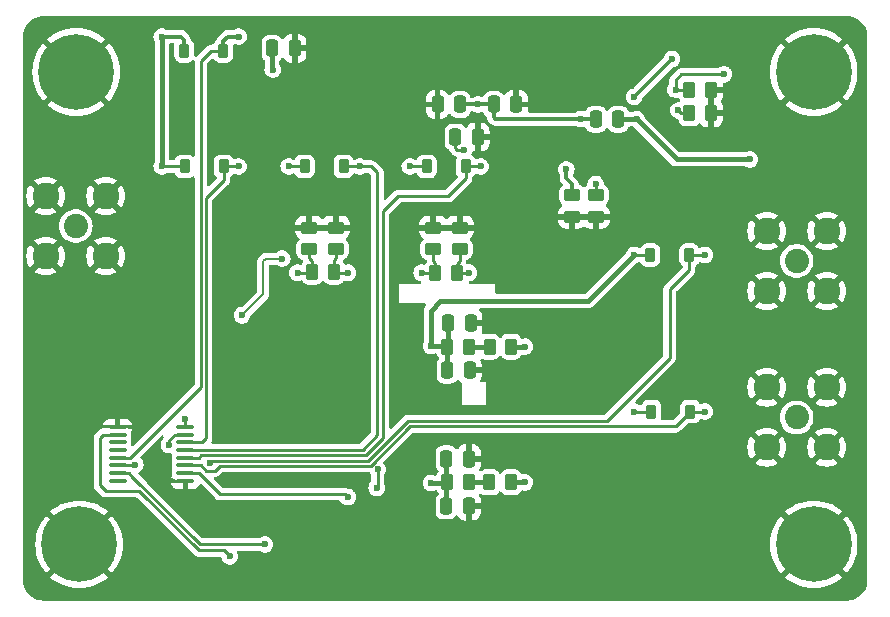
<source format=gbr>
%TF.GenerationSoftware,KiCad,Pcbnew,8.0.8*%
%TF.CreationDate,2025-02-24T20:15:37+01:00*%
%TF.ProjectId,Counter_input_module_1,436f756e-7465-4725-9f69-6e7075745f6d,rev?*%
%TF.SameCoordinates,Original*%
%TF.FileFunction,Copper,L2,Bot*%
%TF.FilePolarity,Positive*%
%FSLAX46Y46*%
G04 Gerber Fmt 4.6, Leading zero omitted, Abs format (unit mm)*
G04 Created by KiCad (PCBNEW 8.0.8) date 2025-02-24 20:15:37*
%MOMM*%
%LPD*%
G01*
G04 APERTURE LIST*
G04 Aperture macros list*
%AMRoundRect*
0 Rectangle with rounded corners*
0 $1 Rounding radius*
0 $2 $3 $4 $5 $6 $7 $8 $9 X,Y pos of 4 corners*
0 Add a 4 corners polygon primitive as box body*
4,1,4,$2,$3,$4,$5,$6,$7,$8,$9,$2,$3,0*
0 Add four circle primitives for the rounded corners*
1,1,$1+$1,$2,$3*
1,1,$1+$1,$4,$5*
1,1,$1+$1,$6,$7*
1,1,$1+$1,$8,$9*
0 Add four rect primitives between the rounded corners*
20,1,$1+$1,$2,$3,$4,$5,0*
20,1,$1+$1,$4,$5,$6,$7,0*
20,1,$1+$1,$6,$7,$8,$9,0*
20,1,$1+$1,$8,$9,$2,$3,0*%
G04 Aperture macros list end*
%TA.AperFunction,ComponentPad*%
%ADD10C,2.050000*%
%TD*%
%TA.AperFunction,ComponentPad*%
%ADD11C,2.250000*%
%TD*%
%TA.AperFunction,ComponentPad*%
%ADD12C,0.800000*%
%TD*%
%TA.AperFunction,ComponentPad*%
%ADD13C,6.400000*%
%TD*%
%TA.AperFunction,SMDPad,CuDef*%
%ADD14RoundRect,0.225000X-0.225000X-0.375000X0.225000X-0.375000X0.225000X0.375000X-0.225000X0.375000X0*%
%TD*%
%TA.AperFunction,SMDPad,CuDef*%
%ADD15RoundRect,0.250000X-0.250000X-0.475000X0.250000X-0.475000X0.250000X0.475000X-0.250000X0.475000X0*%
%TD*%
%TA.AperFunction,SMDPad,CuDef*%
%ADD16RoundRect,0.250000X0.250000X0.475000X-0.250000X0.475000X-0.250000X-0.475000X0.250000X-0.475000X0*%
%TD*%
%TA.AperFunction,SMDPad,CuDef*%
%ADD17RoundRect,0.250000X-0.262500X-0.450000X0.262500X-0.450000X0.262500X0.450000X-0.262500X0.450000X0*%
%TD*%
%TA.AperFunction,SMDPad,CuDef*%
%ADD18RoundRect,0.250000X0.262500X0.450000X-0.262500X0.450000X-0.262500X-0.450000X0.262500X-0.450000X0*%
%TD*%
%TA.AperFunction,SMDPad,CuDef*%
%ADD19RoundRect,0.250000X0.450000X-0.262500X0.450000X0.262500X-0.450000X0.262500X-0.450000X-0.262500X0*%
%TD*%
%TA.AperFunction,SMDPad,CuDef*%
%ADD20RoundRect,0.100000X0.637500X0.100000X-0.637500X0.100000X-0.637500X-0.100000X0.637500X-0.100000X0*%
%TD*%
%TA.AperFunction,ViaPad*%
%ADD21C,0.600000*%
%TD*%
%TA.AperFunction,Conductor*%
%ADD22C,0.250000*%
%TD*%
%TA.AperFunction,Conductor*%
%ADD23C,0.300000*%
%TD*%
%TA.AperFunction,Conductor*%
%ADD24C,0.400000*%
%TD*%
%TA.AperFunction,Conductor*%
%ADD25C,0.200000*%
%TD*%
G04 APERTURE END LIST*
D10*
%TO.P,J1,1,In*%
%TO.N,Net-(J1-In)*%
X55210000Y-118040000D03*
D11*
%TO.P,J1,2,Ext*%
%TO.N,GND*%
X52670000Y-115500000D03*
X52670000Y-120580000D03*
X57750000Y-115500000D03*
X57750000Y-120580000D03*
%TD*%
D10*
%TO.P,J3,1,In*%
%TO.N,Net-(J3-In)*%
X116250000Y-134250000D03*
D11*
%TO.P,J3,2,Ext*%
%TO.N,GND*%
X113710000Y-131710000D03*
X113710000Y-136790000D03*
X118790000Y-131710000D03*
X118790000Y-136790000D03*
%TD*%
D10*
%TO.P,J4,1,In*%
%TO.N,Net-(J4-In)*%
X116250000Y-121000000D03*
D11*
%TO.P,J4,2,Ext*%
%TO.N,GND*%
X113710000Y-118460000D03*
X113710000Y-123540000D03*
X118790000Y-118460000D03*
X118790000Y-123540000D03*
%TD*%
D12*
%TO.P,H4,1,1*%
%TO.N,GND*%
X115300000Y-145000000D03*
X116002944Y-143302944D03*
X116002944Y-146697056D03*
X117700000Y-142600000D03*
D13*
X117700000Y-145000000D03*
D12*
X117700000Y-147400000D03*
X119397056Y-143302944D03*
X119397056Y-146697056D03*
X120100000Y-145000000D03*
%TD*%
%TO.P,H1,1,1*%
%TO.N,GND*%
X52850000Y-105000000D03*
X53552944Y-103302944D03*
X53552944Y-106697056D03*
X55250000Y-102600000D03*
D13*
X55250000Y-105000000D03*
D12*
X55250000Y-107400000D03*
X56947056Y-103302944D03*
X56947056Y-106697056D03*
X57650000Y-105000000D03*
%TD*%
%TO.P,H3,1,1*%
%TO.N,GND*%
X115300000Y-105000000D03*
X116002944Y-103302944D03*
X116002944Y-106697056D03*
X117700000Y-102600000D03*
D13*
X117700000Y-105000000D03*
D12*
X117700000Y-107400000D03*
X119397056Y-103302944D03*
X119397056Y-106697056D03*
X120100000Y-105000000D03*
%TD*%
%TO.P,H2,1,1*%
%TO.N,GND*%
X57900000Y-145000000D03*
X57197056Y-146697056D03*
X57197056Y-143302944D03*
X55500000Y-147400000D03*
D13*
X55500000Y-145000000D03*
D12*
X55500000Y-142600000D03*
X53802944Y-146697056D03*
X53802944Y-143302944D03*
X53100000Y-145000000D03*
%TD*%
D14*
%TO.P,D9,1,K*%
%TO.N,+5V*%
X74600000Y-113000000D03*
%TO.P,D9,2,A*%
%TO.N,Net-(D9-A)*%
X77900000Y-113000000D03*
%TD*%
D15*
%TO.P,C25,1*%
%TO.N,+5V*%
X86600000Y-141750000D03*
%TO.P,C25,2*%
%TO.N,GND*%
X88500000Y-141750000D03*
%TD*%
D16*
%TO.P,C11,1*%
%TO.N,GND*%
X92500000Y-107750000D03*
%TO.P,C11,2*%
%TO.N,Net-(R17-S)*%
X90600000Y-107750000D03*
%TD*%
D14*
%TO.P,D6,1,K*%
%TO.N,+5V*%
X103850000Y-120500000D03*
%TO.P,D6,2,A*%
%TO.N,Net-(D6-A)*%
X107150000Y-120500000D03*
%TD*%
D17*
%TO.P,R10,1*%
%TO.N,Net-(K3B-S)*%
X75250000Y-121900000D03*
%TO.P,R10,2*%
%TO.N,Net-(K3C-S)*%
X77075000Y-121900000D03*
%TD*%
D18*
%TO.P,R32,1*%
%TO.N,GND*%
X109000000Y-108500000D03*
%TO.P,R32,2*%
%TO.N,Net-(Q2-B)*%
X107175000Y-108500000D03*
%TD*%
D17*
%TO.P,R30,1*%
%TO.N,+5V*%
X86675000Y-139750000D03*
%TO.P,R30,2*%
%TO.N,Net-(L3-Pad1)*%
X88500000Y-139750000D03*
%TD*%
D15*
%TO.P,C19,1*%
%TO.N,+5V*%
X86675000Y-130250000D03*
%TO.P,C19,2*%
%TO.N,GND*%
X88575000Y-130250000D03*
%TD*%
D17*
%TO.P,R16,1*%
%TO.N,Net-(K4B-S)*%
X85675000Y-122000000D03*
%TO.P,R16,2*%
%TO.N,Net-(K4C-S)*%
X87500000Y-122000000D03*
%TD*%
D19*
%TO.P,R8,1*%
%TO.N,Net-(K3B-S)*%
X75000000Y-120000000D03*
%TO.P,R8,2*%
%TO.N,GND*%
X75000000Y-118175000D03*
%TD*%
D20*
%TO.P,IC1,1,VCC*%
%TO.N,+5V*%
X64500000Y-135050000D03*
%TO.P,IC1,2,DI*%
%TO.N,MOSI*%
X64500000Y-135700000D03*
%TO.P,IC1,3,Q0*%
%TO.N,Net-(D10-A)*%
X64500000Y-136350000D03*
%TO.P,IC1,4,Q1*%
%TO.N,Net-(D9-A)*%
X64500000Y-137000000D03*
%TO.P,IC1,5,Q2*%
%TO.N,Net-(D8-A)*%
X64500000Y-137650000D03*
%TO.P,IC1,6,Q3*%
%TO.N,Net-(D7-A)*%
X64500000Y-138300000D03*
%TO.P,IC1,7,SCLR*%
%TO.N,Reset*%
X64500000Y-138950000D03*
%TO.P,IC1,8,G*%
%TO.N,GND*%
X64500000Y-139600000D03*
%TO.P,IC1,9,DO*%
%TO.N,unconnected-(IC1A-DO-Pad9)*%
X58775000Y-139600000D03*
%TO.P,IC1,10,RCK*%
%TO.N,CS1*%
X58775000Y-138950000D03*
%TO.P,IC1,11,Q4*%
%TO.N,Net-(D6-A)*%
X58775000Y-138300000D03*
%TO.P,IC1,12,Q5*%
%TO.N,Net-(D5-A)*%
X58775000Y-137650000D03*
%TO.P,IC1,13,Q6*%
%TO.N,unconnected-(IC1A-Q6-Pad13)*%
X58775000Y-137000000D03*
%TO.P,IC1,14,Q7*%
%TO.N,unconnected-(IC1A-Q7-Pad14)*%
X58775000Y-136350000D03*
%TO.P,IC1,15,SCK*%
%TO.N,SCLK*%
X58775000Y-135700000D03*
%TO.P,IC1,16,GND*%
%TO.N,GND*%
X58775000Y-135050000D03*
%TD*%
D17*
%TO.P,R25,1*%
%TO.N,+5V*%
X86675000Y-128250000D03*
%TO.P,R25,2*%
%TO.N,Net-(L2-Pad1)*%
X88500000Y-128250000D03*
%TD*%
D16*
%TO.P,C4,1*%
%TO.N,GND*%
X73750000Y-103000000D03*
%TO.P,C4,2*%
%TO.N,+5V*%
X71850000Y-103000000D03*
%TD*%
%TO.P,C13,1*%
%TO.N,GND*%
X89250000Y-110500000D03*
%TO.P,C13,2*%
%TO.N,Net-(R17-A)*%
X87350000Y-110500000D03*
%TD*%
D15*
%TO.P,C10,1*%
%TO.N,GND*%
X85850000Y-107750000D03*
%TO.P,C10,2*%
%TO.N,Net-(R17-S)*%
X87750000Y-107750000D03*
%TD*%
%TO.P,C18,1*%
%TO.N,Net-(R17-S)*%
X99250000Y-109000000D03*
%TO.P,C18,2*%
%TO.N,+5V*%
X101150000Y-109000000D03*
%TD*%
D19*
%TO.P,R26,1*%
%TO.N,GND*%
X97250000Y-117250000D03*
%TO.P,R26,2*%
%TO.N,Net-(R26-Pad2)*%
X97250000Y-115425000D03*
%TD*%
D17*
%TO.P,L2,1,1*%
%TO.N,Net-(L2-Pad1)*%
X90250000Y-128250000D03*
%TO.P,L2,2,2*%
%TO.N,Net-(U3-Out)*%
X92075000Y-128250000D03*
%TD*%
D19*
%TO.P,R27,1*%
%TO.N,GND*%
X99250000Y-117250000D03*
%TO.P,R27,2*%
%TO.N,Net-(R27-Pad2)*%
X99250000Y-115425000D03*
%TD*%
%TO.P,R13,1*%
%TO.N,Net-(K3C-S)*%
X77250000Y-120000000D03*
%TO.P,R13,2*%
%TO.N,GND*%
X77250000Y-118175000D03*
%TD*%
%TO.P,R15,1*%
%TO.N,Net-(K4B-S)*%
X85500000Y-120000000D03*
%TO.P,R15,2*%
%TO.N,GND*%
X85500000Y-118175000D03*
%TD*%
D14*
%TO.P,D5,1,K*%
%TO.N,+5V*%
X64400000Y-103200000D03*
%TO.P,D5,2,A*%
%TO.N,Net-(D5-A)*%
X67700000Y-103200000D03*
%TD*%
D19*
%TO.P,R18,1*%
%TO.N,Net-(K4C-S)*%
X87750000Y-120000000D03*
%TO.P,R18,2*%
%TO.N,GND*%
X87750000Y-118175000D03*
%TD*%
D15*
%TO.P,C24,1*%
%TO.N,+5V*%
X86600000Y-137750000D03*
%TO.P,C24,2*%
%TO.N,GND*%
X88500000Y-137750000D03*
%TD*%
D17*
%TO.P,L3,1,1*%
%TO.N,Net-(L3-Pad1)*%
X90237500Y-139750000D03*
%TO.P,L3,2,2*%
%TO.N,Net-(U4-Out)*%
X92062500Y-139750000D03*
%TD*%
D14*
%TO.P,D10,1,K*%
%TO.N,+5V*%
X64450000Y-113000000D03*
%TO.P,D10,2,A*%
%TO.N,Net-(D10-A)*%
X67750000Y-113000000D03*
%TD*%
D18*
%TO.P,R31,1*%
%TO.N,GND*%
X109000000Y-106500000D03*
%TO.P,R31,2*%
%TO.N,Net-(Q3-B)*%
X107175000Y-106500000D03*
%TD*%
D14*
%TO.P,D7,1,K*%
%TO.N,+5V*%
X103950000Y-133750000D03*
%TO.P,D7,2,A*%
%TO.N,Net-(D7-A)*%
X107250000Y-133750000D03*
%TD*%
D15*
%TO.P,C22,1*%
%TO.N,+5V*%
X86750000Y-126250000D03*
%TO.P,C22,2*%
%TO.N,GND*%
X88650000Y-126250000D03*
%TD*%
D14*
%TO.P,D8,1,K*%
%TO.N,+5V*%
X84950000Y-113000000D03*
%TO.P,D8,2,A*%
%TO.N,Net-(D8-A)*%
X88250000Y-113000000D03*
%TD*%
D21*
%TO.N,GND*%
X103900000Y-129200000D03*
X103900000Y-122000000D03*
X51300000Y-118200000D03*
X63500000Y-129200000D03*
X59300000Y-126600000D03*
X55100000Y-126600000D03*
X58700000Y-112000000D03*
X121700000Y-112600000D03*
X121700000Y-108600000D03*
X121700000Y-106600000D03*
X121700000Y-110600000D03*
X121700000Y-122800000D03*
X121700000Y-118800000D03*
X121700000Y-116800000D03*
X121700000Y-114600000D03*
X121700000Y-120800000D03*
X121700000Y-133000000D03*
X121700000Y-129000000D03*
X121700000Y-127000000D03*
X121700000Y-124800000D03*
X121700000Y-131000000D03*
X121700000Y-143200000D03*
X121700000Y-141200000D03*
X113300000Y-149200000D03*
X114100000Y-115600000D03*
X78100000Y-107200000D03*
X60500000Y-135400000D03*
X74500000Y-131600000D03*
X110900000Y-139400000D03*
X111300000Y-149200000D03*
X82300000Y-130000000D03*
X115500000Y-149200000D03*
X59300000Y-132600000D03*
X66100000Y-100800000D03*
X90100000Y-137000000D03*
X97500000Y-141400000D03*
X99500000Y-125600000D03*
X61900000Y-139400000D03*
X72700000Y-135800000D03*
X76100000Y-145000000D03*
X67500000Y-116800000D03*
X99500000Y-137000000D03*
X75300000Y-145000000D03*
X121700000Y-139200000D03*
X59300000Y-129400000D03*
X86700000Y-116600000D03*
X115300000Y-111400000D03*
X64900000Y-123800000D03*
X102100000Y-131000000D03*
X68100000Y-139600000D03*
X118300000Y-113400000D03*
X105700000Y-100800000D03*
X95100000Y-100800000D03*
X78700000Y-111800000D03*
X98300000Y-106800000D03*
X71300000Y-149200000D03*
X67300000Y-147400000D03*
X88900000Y-100800000D03*
X51300000Y-136600000D03*
X83900000Y-149200000D03*
X61300000Y-115800000D03*
X76300000Y-100800000D03*
X58100000Y-123400000D03*
X109900000Y-100800000D03*
X72100000Y-107000000D03*
X68900000Y-135800000D03*
X67700000Y-111400000D03*
X61900000Y-100800000D03*
X107100000Y-132200000D03*
X94500000Y-149200000D03*
X80500000Y-100800000D03*
X66300000Y-141000000D03*
X75300000Y-145800000D03*
X110700000Y-128400000D03*
X79700000Y-105600000D03*
X100300000Y-139600000D03*
X96500000Y-105000000D03*
X60900000Y-120800000D03*
X106500000Y-110600000D03*
X78100000Y-108800000D03*
X99300000Y-100800000D03*
X64892058Y-142537237D03*
X113100000Y-109200000D03*
X109500000Y-117800000D03*
X97300000Y-138400000D03*
X110900000Y-143800000D03*
X92100000Y-120600000D03*
X107500000Y-116200000D03*
X84300000Y-141200000D03*
X52500000Y-131000000D03*
X90900000Y-104400000D03*
X60500000Y-123400000D03*
X76100000Y-145800000D03*
X67500000Y-121800000D03*
X107300000Y-104000000D03*
X77900000Y-114600000D03*
X66300000Y-147400000D03*
X105700000Y-144600000D03*
X107100000Y-141000000D03*
X86700000Y-131800000D03*
X97500000Y-123200000D03*
X83100000Y-105200000D03*
X107100000Y-149200000D03*
X92100000Y-144200000D03*
X108900000Y-102600000D03*
X73300000Y-124800000D03*
X92100000Y-141400000D03*
X109100000Y-149200000D03*
X51300000Y-128000000D03*
X82300000Y-132000000D03*
X86900000Y-104400000D03*
X112300000Y-113600000D03*
X55100000Y-129400000D03*
X96300000Y-128800000D03*
X90100000Y-125800000D03*
X101700000Y-123400000D03*
X98700000Y-144200000D03*
X73300000Y-127200000D03*
X107700000Y-100800000D03*
X86700000Y-100800000D03*
X93100000Y-100800000D03*
X51300000Y-138600000D03*
X70500000Y-128200000D03*
X84100000Y-128800000D03*
X96500000Y-149200000D03*
X90300000Y-149200000D03*
X86900000Y-113000000D03*
X93300000Y-138600000D03*
X64100000Y-109800000D03*
X96300000Y-133600000D03*
X51300000Y-130000000D03*
X82300000Y-123400000D03*
X61700000Y-131000000D03*
X103700000Y-136800000D03*
X103900000Y-141000000D03*
X103900000Y-132200000D03*
X89900000Y-141800000D03*
X64500000Y-118600000D03*
X78300000Y-100800000D03*
X106700000Y-124000000D03*
X97300000Y-118600000D03*
X57700000Y-100800000D03*
X64500000Y-107400000D03*
X83500000Y-133800000D03*
X103900000Y-125600000D03*
X79700000Y-123400000D03*
X102900000Y-149200000D03*
X51300000Y-125800000D03*
X91900000Y-118000000D03*
X77700000Y-149200000D03*
X56700000Y-149200000D03*
X114100000Y-100800000D03*
X60700000Y-107200000D03*
X64500000Y-140800000D03*
X69900000Y-100800000D03*
X110700000Y-126200000D03*
X67300000Y-146600000D03*
X114900000Y-128400000D03*
X97300000Y-100800000D03*
X71100000Y-113000000D03*
X67700000Y-106000000D03*
X94500000Y-104600000D03*
X51300000Y-132200000D03*
X51300000Y-142800000D03*
X51300000Y-140800000D03*
X100700000Y-149200000D03*
X74500000Y-145800000D03*
X60900000Y-149200000D03*
X51300000Y-134400000D03*
X103500000Y-100800000D03*
X104500000Y-113000000D03*
X51300000Y-113000000D03*
X82500000Y-100800000D03*
X104900000Y-149200000D03*
X72100000Y-100800000D03*
X64500000Y-120800000D03*
X64500000Y-115800000D03*
X61300000Y-104800000D03*
X56500000Y-135200000D03*
X95900000Y-102600000D03*
X66300000Y-146600000D03*
X118300000Y-109200000D03*
X59700000Y-100800000D03*
X92100000Y-123200000D03*
X69300000Y-124600000D03*
X81300000Y-108600000D03*
X58700000Y-134000000D03*
X83500000Y-111800000D03*
X74500000Y-145000000D03*
X51300000Y-111000000D03*
X99700000Y-133200000D03*
X84700000Y-100800000D03*
X74700000Y-114600000D03*
X109100000Y-114200000D03*
X98300000Y-107600000D03*
X81900000Y-149200000D03*
X82300000Y-126000000D03*
X80700000Y-103800000D03*
X86100000Y-149200000D03*
X67100000Y-149200000D03*
X51300000Y-108800000D03*
X74100000Y-100800000D03*
X105900000Y-121400000D03*
X79700000Y-149200000D03*
X67300000Y-127800000D03*
X61100000Y-112000000D03*
X107100000Y-136800000D03*
X91300000Y-130000000D03*
X121700000Y-135000000D03*
X92900000Y-116200000D03*
X90100000Y-138200000D03*
X60900000Y-118600000D03*
X85900000Y-145200000D03*
X86700000Y-133600000D03*
X88500000Y-136200000D03*
X73500000Y-149200000D03*
X88100000Y-149200000D03*
X116100000Y-100800000D03*
X63500000Y-126200000D03*
X92300000Y-131200000D03*
X101500000Y-100800000D03*
X61900000Y-137200000D03*
X62900000Y-149200000D03*
X67700000Y-108400000D03*
X88500000Y-143200000D03*
X92300000Y-149200000D03*
X83500000Y-137800000D03*
X96500000Y-104200000D03*
X90900000Y-100800000D03*
X65100000Y-149200000D03*
X92100000Y-133400000D03*
X55100000Y-132600000D03*
X78100000Y-131600000D03*
X107300000Y-126400000D03*
X58700000Y-149200000D03*
X75500000Y-149200000D03*
X85100000Y-114600000D03*
X98700000Y-149200000D03*
X76100000Y-116600000D03*
X61700000Y-143200000D03*
X111900000Y-100800000D03*
X51300000Y-123800000D03*
X97500000Y-127200000D03*
X69300000Y-149200000D03*
X104700000Y-118800000D03*
X121700000Y-137200000D03*
X96300000Y-138600000D03*
X100500000Y-118600000D03*
%TO.N,+5V*%
X64500000Y-134400000D03*
X112300000Y-112400000D03*
X73250000Y-113000000D03*
X85300000Y-139800000D03*
X102500000Y-120500000D03*
X102500000Y-133750000D03*
X71900000Y-104800000D03*
X85300000Y-128200000D03*
X83500000Y-113000000D03*
X62500000Y-113000000D03*
X102700000Y-109000000D03*
%TO.N,Net-(R17-A)*%
X88100000Y-111600000D03*
%TO.N,Net-(U3-Out)*%
X93250000Y-128250000D03*
%TO.N,Net-(U4-Out)*%
X93250000Y-139750000D03*
%TO.N,CS1*%
X71250000Y-145000000D03*
%TO.N,Net-(D5-A)*%
X69000000Y-102000000D03*
%TO.N,Net-(D6-A)*%
X108500000Y-120500000D03*
X60250000Y-138250000D03*
X66583058Y-138125000D03*
%TO.N,Net-(D7-A)*%
X108500000Y-133750000D03*
%TO.N,Net-(D8-A)*%
X89500000Y-113000000D03*
%TO.N,Net-(D9-A)*%
X79250000Y-113000000D03*
%TO.N,Net-(D10-A)*%
X69000000Y-113000000D03*
%TO.N,SCLK*%
X68250000Y-146000000D03*
%TO.N,Reset*%
X78250000Y-141000000D03*
%TO.N,MOSI*%
X63100000Y-136600000D03*
%TO.N,RF_Level*%
X80700000Y-140200000D03*
X80772550Y-138647730D03*
%TO.N,Net-(K3B-P)*%
X69300000Y-125600000D03*
X72700000Y-120800000D03*
%TO.N,Net-(K3B-S)*%
X74000000Y-122000000D03*
%TO.N,Net-(K4B-S)*%
X84500000Y-122000000D03*
%TO.N,Net-(Q2-B)*%
X106250000Y-108250000D03*
%TO.N,Net-(Q3-B)*%
X106000000Y-106500000D03*
X110100000Y-105200000D03*
%TO.N,Net-(R26-Pad2)*%
X96750000Y-113250000D03*
%TO.N,Net-(R27-Pad2)*%
X105700000Y-103900000D03*
X99250000Y-114500000D03*
X102500000Y-107100000D03*
%TO.N,Net-(K3C-S)*%
X78250000Y-122000000D03*
%TO.N,Net-(K4C-S)*%
X88500000Y-122000000D03*
%TO.N,Net-(R17-S)*%
X98000000Y-109000000D03*
X89250000Y-107750000D03*
%TO.N,GND*%
X121700000Y-146800000D03*
X121100000Y-148400000D03*
X119700000Y-149200000D03*
X117500000Y-149200000D03*
X51300000Y-145000000D03*
X54500000Y-149200000D03*
X52700000Y-149000000D03*
X51700000Y-148200000D03*
X51300000Y-147000000D03*
X121700000Y-103600000D03*
X120900000Y-101800000D03*
X118300000Y-100800000D03*
X55500000Y-100800000D03*
X53500000Y-100800000D03*
X51900000Y-101600000D03*
X51300000Y-103600000D03*
X51300000Y-106600000D03*
%TO.N,+5V*%
X62500000Y-102000000D03*
%TD*%
D22*
%TO.N,Net-(D5-A)*%
X65800000Y-131700000D02*
X59850000Y-137650000D01*
X65800000Y-104100000D02*
X65800000Y-131700000D01*
X66700000Y-103200000D02*
X65800000Y-104100000D01*
X59850000Y-137650000D02*
X58775000Y-137650000D01*
X67700000Y-103200000D02*
X66700000Y-103200000D01*
D23*
X68100000Y-102000000D02*
X69000000Y-102000000D01*
X67700000Y-102400000D02*
X68100000Y-102000000D01*
X67700000Y-103200000D02*
X67700000Y-102400000D01*
%TO.N,+5V*%
X64400000Y-102300000D02*
X64400000Y-103200000D01*
X64100000Y-102000000D02*
X64400000Y-102300000D01*
X62500000Y-102000000D02*
X64100000Y-102000000D01*
D24*
%TO.N,Net-(U3-Out)*%
X92075000Y-128250000D02*
X93250000Y-128250000D01*
%TO.N,+5V*%
X85300000Y-139800000D02*
X86625000Y-139800000D01*
D22*
X102500000Y-120500000D02*
X103850000Y-120500000D01*
D24*
X62500000Y-113000000D02*
X62500000Y-102000000D01*
D22*
X64450000Y-113000000D02*
X62500000Y-113000000D01*
D24*
X86600000Y-139675000D02*
X86675000Y-139750000D01*
X86600000Y-141750000D02*
X86600000Y-139825000D01*
D22*
X102500000Y-133750000D02*
X103950000Y-133750000D01*
D24*
X85300000Y-125200000D02*
X86100000Y-124400000D01*
X98600000Y-124400000D02*
X102500000Y-120500000D01*
X86750000Y-128175000D02*
X86675000Y-128250000D01*
D22*
X64500000Y-135050000D02*
X64500000Y-134400000D01*
D24*
X106100000Y-112400000D02*
X112300000Y-112400000D01*
X86100000Y-124400000D02*
X98600000Y-124400000D01*
X86600000Y-137750000D02*
X86600000Y-139675000D01*
D22*
X73250000Y-113000000D02*
X74600000Y-113000000D01*
D24*
X86750000Y-126250000D02*
X86750000Y-128175000D01*
D22*
X83500000Y-113000000D02*
X84950000Y-113000000D01*
D24*
X86625000Y-139800000D02*
X86675000Y-139750000D01*
X86600000Y-139825000D02*
X86675000Y-139750000D01*
X102700000Y-109000000D02*
X106100000Y-112400000D01*
X86625000Y-128200000D02*
X86675000Y-128250000D01*
X102700000Y-109000000D02*
X101150000Y-109000000D01*
X71850000Y-104750000D02*
X71900000Y-104800000D01*
X85300000Y-128200000D02*
X86625000Y-128200000D01*
X71850000Y-103000000D02*
X71850000Y-104750000D01*
X85300000Y-128200000D02*
X85300000Y-125200000D01*
X86675000Y-130250000D02*
X86675000Y-128250000D01*
D22*
%TO.N,Net-(R17-A)*%
X88100000Y-111600000D02*
X87500000Y-111600000D01*
X87350000Y-111450000D02*
X87500000Y-111600000D01*
X87350000Y-110500000D02*
X87350000Y-111450000D01*
D24*
%TO.N,Net-(U4-Out)*%
X92062500Y-139750000D02*
X93250000Y-139750000D01*
D22*
%TO.N,CS1*%
X60000000Y-139250000D02*
X65750000Y-145000000D01*
X59700000Y-138950000D02*
X60000000Y-139250000D01*
X58775000Y-138950000D02*
X59700000Y-138950000D01*
X65750000Y-145000000D02*
X71250000Y-145000000D01*
%TO.N,Net-(D6-A)*%
X107150000Y-121750000D02*
X107150000Y-120500000D01*
X80000000Y-137900000D02*
X83350000Y-134550000D01*
X105500000Y-129250000D02*
X105500000Y-123400000D01*
X66808058Y-137900000D02*
X80000000Y-137900000D01*
X100200000Y-134550000D02*
X105500000Y-129250000D01*
X105500000Y-123400000D02*
X107150000Y-121750000D01*
X66583058Y-138125000D02*
X66808058Y-137900000D01*
X108500000Y-120500000D02*
X107150000Y-120500000D01*
X60200000Y-138300000D02*
X60250000Y-138250000D01*
X58775000Y-138300000D02*
X60200000Y-138300000D01*
X83350000Y-134550000D02*
X100200000Y-134550000D01*
%TO.N,Net-(D7-A)*%
X67400000Y-138350000D02*
X80186396Y-138350000D01*
X64500000Y-138300000D02*
X65800000Y-138300000D01*
X106000000Y-135000000D02*
X107250000Y-133750000D01*
X80186396Y-138350000D02*
X83536396Y-135000000D01*
X67000000Y-138750000D02*
X67400000Y-138350000D01*
X65800000Y-138300000D02*
X66250000Y-138750000D01*
X108500000Y-133750000D02*
X107250000Y-133750000D01*
X83536396Y-135000000D02*
X106000000Y-135000000D01*
X66250000Y-138750000D02*
X67000000Y-138750000D01*
%TO.N,Net-(D8-A)*%
X64500000Y-137650000D02*
X65650000Y-137650000D01*
X86750000Y-115500000D02*
X88250000Y-114000000D01*
X65850000Y-137450000D02*
X79800000Y-137450000D01*
X81250000Y-116750000D02*
X82500000Y-115500000D01*
X88250000Y-114000000D02*
X88250000Y-113000000D01*
X81250000Y-136000000D02*
X81250000Y-116750000D01*
X79800000Y-137450000D02*
X81250000Y-136000000D01*
X65650000Y-137650000D02*
X65850000Y-137450000D01*
X82500000Y-115500000D02*
X86750000Y-115500000D01*
X89500000Y-113000000D02*
X88250000Y-113000000D01*
%TO.N,Net-(D9-A)*%
X80250000Y-113000000D02*
X79250000Y-113000000D01*
X79500000Y-137000000D02*
X80750000Y-135750000D01*
X80750000Y-113500000D02*
X80250000Y-113000000D01*
X79250000Y-113000000D02*
X77900000Y-113000000D01*
X64500000Y-137000000D02*
X79500000Y-137000000D01*
X80750000Y-135750000D02*
X80750000Y-113500000D01*
%TO.N,Net-(D10-A)*%
X65900000Y-136350000D02*
X66250000Y-136000000D01*
X66250000Y-136000000D02*
X66250000Y-115650000D01*
X64500000Y-136350000D02*
X65900000Y-136350000D01*
X67750000Y-113000000D02*
X69000000Y-113000000D01*
X66250000Y-115650000D02*
X67750000Y-114150000D01*
X67750000Y-114150000D02*
X67750000Y-113000000D01*
%TO.N,SCLK*%
X58775000Y-135700000D02*
X57550000Y-135700000D01*
X57550000Y-135700000D02*
X57250000Y-136000000D01*
X57250000Y-140000000D02*
X57750000Y-140500000D01*
X60250000Y-140500000D02*
X60613604Y-140500000D01*
X60681802Y-140568198D02*
X65613604Y-145500000D01*
X67750000Y-145500000D02*
X68250000Y-146000000D01*
X60613604Y-140500000D02*
X60681802Y-140568198D01*
X57250000Y-136000000D02*
X57250000Y-140000000D01*
X65613604Y-145500000D02*
X67750000Y-145500000D01*
X57750000Y-140500000D02*
X60250000Y-140500000D01*
%TO.N,Reset*%
X65650000Y-138950000D02*
X67450000Y-140750000D01*
X78000000Y-140750000D02*
X78250000Y-141000000D01*
X67450000Y-140750000D02*
X78000000Y-140750000D01*
X64500000Y-138950000D02*
X65650000Y-138950000D01*
%TO.N,MOSI*%
X63100000Y-136200000D02*
X63600000Y-135700000D01*
X63600000Y-135700000D02*
X64500000Y-135700000D01*
X63100000Y-136600000D02*
X63100000Y-136200000D01*
%TO.N,RF_Level*%
X80772550Y-140127450D02*
X80700000Y-140200000D01*
X80772550Y-138647730D02*
X80772550Y-140127450D01*
D25*
%TO.N,Net-(K3B-P)*%
X71100000Y-121000000D02*
X71300000Y-120800000D01*
X69300000Y-125600000D02*
X71100000Y-123800000D01*
X71100000Y-123800000D02*
X71100000Y-121000000D01*
X71300000Y-120800000D02*
X72700000Y-120800000D01*
D22*
%TO.N,Net-(K3B-S)*%
X75000000Y-120750000D02*
X75250000Y-121000000D01*
X75250000Y-121000000D02*
X75250000Y-121900000D01*
X74000000Y-122000000D02*
X75150000Y-122000000D01*
X75000000Y-120000000D02*
X75000000Y-120750000D01*
X75150000Y-122000000D02*
X75250000Y-121900000D01*
%TO.N,Net-(K4B-S)*%
X84500000Y-122000000D02*
X85675000Y-122000000D01*
X85675000Y-121175000D02*
X85500000Y-121000000D01*
X85675000Y-122000000D02*
X85675000Y-121175000D01*
X85500000Y-121000000D02*
X85500000Y-120000000D01*
D24*
%TO.N,Net-(L2-Pad1)*%
X88500000Y-128250000D02*
X90250000Y-128250000D01*
%TO.N,Net-(L3-Pad1)*%
X90237500Y-139750000D02*
X88500000Y-139750000D01*
D22*
%TO.N,Net-(Q2-B)*%
X107175000Y-108500000D02*
X106500000Y-108500000D01*
X106500000Y-108500000D02*
X106250000Y-108250000D01*
%TO.N,Net-(Q3-B)*%
X106500000Y-105200000D02*
X110100000Y-105200000D01*
X106000000Y-105700000D02*
X106500000Y-105200000D01*
X106000000Y-106500000D02*
X106000000Y-105700000D01*
X106000000Y-106500000D02*
X107175000Y-106500000D01*
D23*
%TO.N,Net-(R26-Pad2)*%
X97250000Y-114500000D02*
X97250000Y-115425000D01*
X96750000Y-114000000D02*
X97250000Y-114500000D01*
X96750000Y-113250000D02*
X96750000Y-114000000D01*
%TO.N,Net-(R27-Pad2)*%
X102500000Y-107100000D02*
X105700000Y-103900000D01*
D22*
X99250000Y-115425000D02*
X99250000Y-114500000D01*
%TO.N,Net-(K3C-S)*%
X77250000Y-120750000D02*
X77250000Y-120000000D01*
X77075000Y-120925000D02*
X77250000Y-120750000D01*
X78250000Y-122000000D02*
X77175000Y-122000000D01*
X77075000Y-121900000D02*
X77075000Y-120925000D01*
X77175000Y-122000000D02*
X77075000Y-121900000D01*
%TO.N,Net-(K4C-S)*%
X87750000Y-121000000D02*
X87750000Y-120000000D01*
X87500000Y-122000000D02*
X87500000Y-121250000D01*
X88500000Y-122000000D02*
X87500000Y-122000000D01*
X87500000Y-121250000D02*
X87750000Y-121000000D01*
D23*
%TO.N,Net-(R17-S)*%
X90600000Y-107750000D02*
X90600000Y-108850000D01*
X99250000Y-109000000D02*
X98000000Y-109000000D01*
X90600000Y-108850000D02*
X90750000Y-109000000D01*
X90750000Y-109000000D02*
X98000000Y-109000000D01*
X87750000Y-107750000D02*
X89250000Y-107750000D01*
X89250000Y-107750000D02*
X90600000Y-107750000D01*
%TD*%
%TA.AperFunction,Conductor*%
%TO.N,GND*%
G36*
X63505273Y-102570185D02*
G01*
X63551028Y-102622989D01*
X63560972Y-102692147D01*
X63557311Y-102709092D01*
X63552292Y-102726366D01*
X63552290Y-102726379D01*
X63549500Y-102761829D01*
X63549500Y-103638150D01*
X63549501Y-103638175D01*
X63552291Y-103673627D01*
X63596380Y-103825385D01*
X63596382Y-103825390D01*
X63676827Y-103961416D01*
X63676834Y-103961425D01*
X63788574Y-104073165D01*
X63788583Y-104073172D01*
X63834975Y-104100608D01*
X63924610Y-104153618D01*
X64076373Y-104197709D01*
X64111837Y-104200500D01*
X64688162Y-104200499D01*
X64723627Y-104197709D01*
X64875390Y-104153618D01*
X65011420Y-104073170D01*
X65032266Y-104052324D01*
X65062818Y-104021773D01*
X65124141Y-103988288D01*
X65193833Y-103993272D01*
X65249766Y-104035144D01*
X65274183Y-104100608D01*
X65274499Y-104109454D01*
X65274499Y-104179172D01*
X65274500Y-104179185D01*
X65274500Y-112040547D01*
X65254815Y-112107586D01*
X65202011Y-112153341D01*
X65132853Y-112163285D01*
X65069297Y-112134260D01*
X65062819Y-112128228D01*
X65061425Y-112126834D01*
X65061416Y-112126827D01*
X64925390Y-112046382D01*
X64925385Y-112046380D01*
X64773633Y-112002292D01*
X64773620Y-112002290D01*
X64738163Y-111999500D01*
X64161849Y-111999500D01*
X64161824Y-111999501D01*
X64126372Y-112002291D01*
X63974614Y-112046380D01*
X63974609Y-112046382D01*
X63838583Y-112126827D01*
X63838574Y-112126834D01*
X63726834Y-112238574D01*
X63726827Y-112238583D01*
X63646381Y-112374611D01*
X63646380Y-112374613D01*
X63643335Y-112385096D01*
X63605728Y-112443981D01*
X63542255Y-112473187D01*
X63524259Y-112474500D01*
X63224500Y-112474500D01*
X63157461Y-112454815D01*
X63111706Y-112402011D01*
X63100500Y-112350500D01*
X63100500Y-102674500D01*
X63120185Y-102607461D01*
X63172989Y-102561706D01*
X63224500Y-102550500D01*
X63438234Y-102550500D01*
X63505273Y-102570185D01*
G37*
%TD.AperFunction*%
%TA.AperFunction,Conductor*%
G36*
X120504418Y-100250816D02*
G01*
X120740140Y-100267674D01*
X120757641Y-100270191D01*
X120984229Y-100319482D01*
X121001188Y-100324461D01*
X121138672Y-100375740D01*
X121218462Y-100405501D01*
X121234555Y-100412851D01*
X121438068Y-100523977D01*
X121452951Y-100533542D01*
X121638579Y-100672501D01*
X121651950Y-100684087D01*
X121815912Y-100848049D01*
X121827498Y-100861420D01*
X121966457Y-101047048D01*
X121976022Y-101061931D01*
X122087148Y-101265444D01*
X122094498Y-101281537D01*
X122175535Y-101498803D01*
X122180519Y-101515779D01*
X122229807Y-101742352D01*
X122232325Y-101759864D01*
X122249184Y-101995581D01*
X122249500Y-102004427D01*
X122249500Y-147995572D01*
X122249184Y-148004418D01*
X122232325Y-148240135D01*
X122229807Y-148257647D01*
X122180519Y-148484220D01*
X122175535Y-148501196D01*
X122094498Y-148718462D01*
X122087148Y-148734555D01*
X121976022Y-148938068D01*
X121966457Y-148952951D01*
X121827498Y-149138579D01*
X121815912Y-149151950D01*
X121651950Y-149315912D01*
X121638579Y-149327498D01*
X121452951Y-149466457D01*
X121438068Y-149476022D01*
X121234555Y-149587148D01*
X121218462Y-149594498D01*
X121001196Y-149675535D01*
X120984220Y-149680519D01*
X120757647Y-149729807D01*
X120740135Y-149732325D01*
X120504418Y-149749184D01*
X120495572Y-149749500D01*
X52504428Y-149749500D01*
X52495582Y-149749184D01*
X52259864Y-149732325D01*
X52242352Y-149729807D01*
X52015779Y-149680519D01*
X51998803Y-149675535D01*
X51781537Y-149594498D01*
X51765444Y-149587148D01*
X51561931Y-149476022D01*
X51547048Y-149466457D01*
X51361420Y-149327498D01*
X51348049Y-149315912D01*
X51184087Y-149151950D01*
X51172501Y-149138579D01*
X51033542Y-148952951D01*
X51023977Y-148938068D01*
X50912851Y-148734555D01*
X50905501Y-148718462D01*
X50870310Y-148624112D01*
X50824461Y-148501188D01*
X50819482Y-148484229D01*
X50770191Y-148257641D01*
X50767674Y-148240135D01*
X50750816Y-148004418D01*
X50750500Y-147995572D01*
X50750500Y-144999999D01*
X51794922Y-144999999D01*
X51794922Y-145000000D01*
X51815219Y-145387287D01*
X51875886Y-145770323D01*
X51875887Y-145770330D01*
X51976262Y-146144936D01*
X52115244Y-146506994D01*
X52291310Y-146852543D01*
X52502523Y-147177783D01*
X52502525Y-147177785D01*
X52711096Y-147435348D01*
X54205747Y-145940697D01*
X54279588Y-146042330D01*
X54457670Y-146220412D01*
X54559301Y-146294251D01*
X53064650Y-147788902D01*
X53322214Y-147997475D01*
X53322216Y-147997476D01*
X53647456Y-148208689D01*
X53993005Y-148384755D01*
X54355063Y-148523737D01*
X54729669Y-148624112D01*
X54729676Y-148624113D01*
X55112712Y-148684780D01*
X55499999Y-148705078D01*
X55500001Y-148705078D01*
X55887287Y-148684780D01*
X56270323Y-148624113D01*
X56270330Y-148624112D01*
X56644936Y-148523737D01*
X57006994Y-148384755D01*
X57352543Y-148208689D01*
X57677771Y-147997484D01*
X57677784Y-147997474D01*
X57935348Y-147788902D01*
X56440698Y-146294252D01*
X56542330Y-146220412D01*
X56720412Y-146042330D01*
X56794252Y-145940698D01*
X58288902Y-147435348D01*
X58497474Y-147177784D01*
X58497484Y-147177771D01*
X58708689Y-146852543D01*
X58884755Y-146506994D01*
X59023737Y-146144936D01*
X59124112Y-145770330D01*
X59124113Y-145770323D01*
X59184780Y-145387287D01*
X59205078Y-145000000D01*
X59205078Y-144999999D01*
X59184780Y-144612712D01*
X59124113Y-144229676D01*
X59124112Y-144229669D01*
X59023737Y-143855063D01*
X58884755Y-143493005D01*
X58708689Y-143147456D01*
X58497476Y-142822216D01*
X58497475Y-142822214D01*
X58288902Y-142564650D01*
X56794251Y-144059301D01*
X56720412Y-143957670D01*
X56542330Y-143779588D01*
X56440698Y-143705748D01*
X57935349Y-142211096D01*
X57677785Y-142002525D01*
X57677783Y-142002523D01*
X57352543Y-141791310D01*
X57006994Y-141615244D01*
X56644936Y-141476262D01*
X56270330Y-141375887D01*
X56270323Y-141375886D01*
X55887287Y-141315219D01*
X55500001Y-141294922D01*
X55499999Y-141294922D01*
X55112712Y-141315219D01*
X54729676Y-141375886D01*
X54729669Y-141375887D01*
X54355063Y-141476262D01*
X53993005Y-141615244D01*
X53647456Y-141791310D01*
X53322206Y-142002531D01*
X53064649Y-142211095D01*
X53064649Y-142211096D01*
X54559301Y-143705748D01*
X54457670Y-143779588D01*
X54279588Y-143957670D01*
X54205748Y-144059301D01*
X52711096Y-142564649D01*
X52711095Y-142564649D01*
X52502531Y-142822206D01*
X52291310Y-143147456D01*
X52115244Y-143493005D01*
X51976262Y-143855063D01*
X51875887Y-144229669D01*
X51875886Y-144229676D01*
X51815219Y-144612712D01*
X51794922Y-144999999D01*
X50750500Y-144999999D01*
X50750500Y-135930818D01*
X56724499Y-135930818D01*
X56724499Y-136079172D01*
X56724500Y-136079185D01*
X56724500Y-139923204D01*
X56724499Y-139923221D01*
X56724499Y-139930817D01*
X56724499Y-140069183D01*
X56744492Y-140143796D01*
X56744491Y-140143796D01*
X56760310Y-140202831D01*
X56760313Y-140202838D01*
X56829492Y-140322661D01*
X56829494Y-140322664D01*
X56829495Y-140322665D01*
X56927335Y-140420505D01*
X56927336Y-140420506D01*
X57427335Y-140920505D01*
X57427336Y-140920506D01*
X57427338Y-140920507D01*
X57547161Y-140989687D01*
X57547162Y-140989687D01*
X57547165Y-140989689D01*
X57680817Y-141025501D01*
X57680819Y-141025501D01*
X57826779Y-141025501D01*
X57826795Y-141025500D01*
X60180817Y-141025500D01*
X60344573Y-141025500D01*
X60411612Y-141045185D01*
X60432254Y-141061819D01*
X65188758Y-145818323D01*
X65188768Y-145818334D01*
X65193098Y-145822664D01*
X65193099Y-145822665D01*
X65290939Y-145920505D01*
X65410768Y-145989688D01*
X65477594Y-146007594D01*
X65477593Y-146007594D01*
X65491715Y-146011377D01*
X65544420Y-146025500D01*
X65544421Y-146025500D01*
X67437597Y-146025500D01*
X67504636Y-146045185D01*
X67550391Y-146097989D01*
X67560693Y-146134554D01*
X67564859Y-146168868D01*
X67564860Y-146168874D01*
X67625182Y-146327931D01*
X67653146Y-146368443D01*
X67721817Y-146467929D01*
X67826425Y-146560603D01*
X67849150Y-146580736D01*
X67999773Y-146659789D01*
X67999775Y-146659790D01*
X68164944Y-146700500D01*
X68335056Y-146700500D01*
X68500225Y-146659790D01*
X68614144Y-146600000D01*
X68650849Y-146580736D01*
X68650850Y-146580734D01*
X68650852Y-146580734D01*
X68778183Y-146467929D01*
X68874818Y-146327930D01*
X68935140Y-146168872D01*
X68955645Y-146000000D01*
X68935140Y-145831128D01*
X68931930Y-145822665D01*
X68882934Y-145693471D01*
X68877567Y-145623807D01*
X68910715Y-145562301D01*
X68971853Y-145528480D01*
X68998876Y-145525500D01*
X70739774Y-145525500D01*
X70806813Y-145545185D01*
X70822000Y-145556684D01*
X70849147Y-145580733D01*
X70849149Y-145580735D01*
X70999773Y-145659789D01*
X70999775Y-145659790D01*
X71164944Y-145700500D01*
X71335056Y-145700500D01*
X71500225Y-145659790D01*
X71587113Y-145614187D01*
X71650849Y-145580736D01*
X71650850Y-145580734D01*
X71650852Y-145580734D01*
X71778183Y-145467929D01*
X71874818Y-145327930D01*
X71935140Y-145168872D01*
X71955645Y-145000000D01*
X71955645Y-144999999D01*
X113994922Y-144999999D01*
X113994922Y-145000000D01*
X114015219Y-145387287D01*
X114075886Y-145770323D01*
X114075887Y-145770330D01*
X114176262Y-146144936D01*
X114315244Y-146506994D01*
X114491310Y-146852543D01*
X114702523Y-147177783D01*
X114702525Y-147177785D01*
X114911096Y-147435348D01*
X116405747Y-145940697D01*
X116479588Y-146042330D01*
X116657670Y-146220412D01*
X116759301Y-146294251D01*
X115264650Y-147788902D01*
X115522214Y-147997475D01*
X115522216Y-147997476D01*
X115847456Y-148208689D01*
X116193005Y-148384755D01*
X116555063Y-148523737D01*
X116929669Y-148624112D01*
X116929676Y-148624113D01*
X117312712Y-148684780D01*
X117699999Y-148705078D01*
X117700001Y-148705078D01*
X118087287Y-148684780D01*
X118470323Y-148624113D01*
X118470330Y-148624112D01*
X118844936Y-148523737D01*
X119206994Y-148384755D01*
X119552543Y-148208689D01*
X119877771Y-147997484D01*
X119877784Y-147997474D01*
X120135348Y-147788902D01*
X118640698Y-146294252D01*
X118742330Y-146220412D01*
X118920412Y-146042330D01*
X118994252Y-145940698D01*
X120488902Y-147435348D01*
X120697474Y-147177784D01*
X120697484Y-147177771D01*
X120908689Y-146852543D01*
X121084755Y-146506994D01*
X121223737Y-146144936D01*
X121324112Y-145770330D01*
X121324113Y-145770323D01*
X121384780Y-145387287D01*
X121405078Y-145000000D01*
X121405078Y-144999999D01*
X121384780Y-144612712D01*
X121324113Y-144229676D01*
X121324112Y-144229669D01*
X121223737Y-143855063D01*
X121084755Y-143493005D01*
X120908689Y-143147456D01*
X120697476Y-142822216D01*
X120697475Y-142822214D01*
X120488902Y-142564650D01*
X118994251Y-144059301D01*
X118920412Y-143957670D01*
X118742330Y-143779588D01*
X118640698Y-143705748D01*
X120135349Y-142211096D01*
X119877785Y-142002525D01*
X119877783Y-142002523D01*
X119552543Y-141791310D01*
X119206994Y-141615244D01*
X118844936Y-141476262D01*
X118470330Y-141375887D01*
X118470323Y-141375886D01*
X118087287Y-141315219D01*
X117700001Y-141294922D01*
X117699999Y-141294922D01*
X117312712Y-141315219D01*
X116929676Y-141375886D01*
X116929669Y-141375887D01*
X116555063Y-141476262D01*
X116193005Y-141615244D01*
X115847456Y-141791310D01*
X115522206Y-142002531D01*
X115264649Y-142211095D01*
X115264649Y-142211096D01*
X116759301Y-143705748D01*
X116657670Y-143779588D01*
X116479588Y-143957670D01*
X116405748Y-144059301D01*
X114911096Y-142564649D01*
X114911095Y-142564649D01*
X114702531Y-142822206D01*
X114491310Y-143147456D01*
X114315244Y-143493005D01*
X114176262Y-143855063D01*
X114075887Y-144229669D01*
X114075886Y-144229676D01*
X114015219Y-144612712D01*
X113994922Y-144999999D01*
X71955645Y-144999999D01*
X71935140Y-144831128D01*
X71874818Y-144672070D01*
X71778183Y-144532071D01*
X71650852Y-144419266D01*
X71650849Y-144419263D01*
X71500226Y-144340210D01*
X71335056Y-144299500D01*
X71164944Y-144299500D01*
X70999773Y-144340210D01*
X70849149Y-144419264D01*
X70849147Y-144419266D01*
X70822000Y-144443316D01*
X70758767Y-144473037D01*
X70739774Y-144474500D01*
X66019031Y-144474500D01*
X65951992Y-144454815D01*
X65931350Y-144438181D01*
X61293170Y-139800001D01*
X63270488Y-139800001D01*
X63277942Y-139856627D01*
X63277944Y-139856633D01*
X63338399Y-140002585D01*
X63434575Y-140127924D01*
X63559913Y-140224100D01*
X63705865Y-140284554D01*
X63705869Y-140284555D01*
X63823176Y-140299999D01*
X64299999Y-140299999D01*
X64300000Y-140299998D01*
X64300000Y-139800000D01*
X63270490Y-139800000D01*
X63270488Y-139800001D01*
X61293170Y-139800001D01*
X60555599Y-139062430D01*
X60522114Y-139001107D01*
X60527098Y-138931415D01*
X60568970Y-138875482D01*
X60585645Y-138864957D01*
X60650852Y-138830734D01*
X60778183Y-138717929D01*
X60874818Y-138577930D01*
X60935140Y-138418872D01*
X60955645Y-138250000D01*
X60935140Y-138081128D01*
X60874818Y-137922070D01*
X60789092Y-137797876D01*
X60778183Y-137782071D01*
X60708648Y-137720468D01*
X60671522Y-137661278D01*
X60672290Y-137591413D01*
X60703193Y-137539974D01*
X62441962Y-135801205D01*
X62503283Y-135767722D01*
X62572975Y-135772706D01*
X62628908Y-135814578D01*
X62653325Y-135880042D01*
X62638473Y-135948315D01*
X62637029Y-135950887D01*
X62610311Y-135997164D01*
X62606087Y-136012931D01*
X62606086Y-136012935D01*
X62581199Y-136105810D01*
X62563475Y-136144155D01*
X62475183Y-136272068D01*
X62475182Y-136272068D01*
X62414860Y-136431125D01*
X62414859Y-136431130D01*
X62394355Y-136600000D01*
X62414859Y-136768869D01*
X62414860Y-136768874D01*
X62475182Y-136927931D01*
X62498778Y-136962115D01*
X62571817Y-137067929D01*
X62633192Y-137122302D01*
X62699150Y-137180736D01*
X62818251Y-137243245D01*
X62849775Y-137259790D01*
X63014944Y-137300500D01*
X63185057Y-137300500D01*
X63185060Y-137300499D01*
X63218366Y-137292290D01*
X63288168Y-137295358D01*
X63345230Y-137335677D01*
X63371436Y-137400446D01*
X63369148Y-137434794D01*
X63369239Y-137434804D01*
X63368999Y-137437029D01*
X63368723Y-137441185D01*
X63368410Y-137442506D01*
X63368409Y-137442517D01*
X63362000Y-137502127D01*
X63362000Y-137502134D01*
X63362000Y-137502135D01*
X63362000Y-137797869D01*
X63362001Y-137797876D01*
X63368408Y-137857483D01*
X63396077Y-137931667D01*
X63401061Y-138001358D01*
X63396077Y-138018331D01*
X63368410Y-138092511D01*
X63368409Y-138092515D01*
X63368409Y-138092517D01*
X63362000Y-138152127D01*
X63362000Y-138152134D01*
X63362000Y-138152135D01*
X63362000Y-138447869D01*
X63362001Y-138447876D01*
X63368408Y-138507483D01*
X63396077Y-138581667D01*
X63401061Y-138651358D01*
X63396077Y-138668331D01*
X63368410Y-138742511D01*
X63368409Y-138742515D01*
X63368409Y-138742517D01*
X63362000Y-138802127D01*
X63362000Y-138802134D01*
X63362000Y-138802135D01*
X63362000Y-139097869D01*
X63362001Y-139097886D01*
X63363180Y-139108850D01*
X63350771Y-139177609D01*
X63338688Y-139196912D01*
X63338400Y-139197410D01*
X63277944Y-139343368D01*
X63270487Y-139400000D01*
X63453603Y-139400000D01*
X63520642Y-139419685D01*
X63527903Y-139424726D01*
X63591147Y-139472070D01*
X63620168Y-139493795D01*
X63620171Y-139493797D01*
X63665118Y-139510561D01*
X63755017Y-139544091D01*
X63814627Y-139550500D01*
X64399138Y-139550499D01*
X64466176Y-139570183D01*
X64486818Y-139586818D01*
X64500000Y-139600000D01*
X64576000Y-139600000D01*
X64643039Y-139619685D01*
X64688794Y-139672489D01*
X64700000Y-139724000D01*
X64700000Y-140299999D01*
X65176824Y-140299999D01*
X65294128Y-140284557D01*
X65294133Y-140284555D01*
X65440085Y-140224100D01*
X65565424Y-140127924D01*
X65661599Y-140002586D01*
X65677809Y-139963452D01*
X65721649Y-139909047D01*
X65787942Y-139886981D01*
X65855642Y-139904259D01*
X65880052Y-139923221D01*
X67025154Y-141068323D01*
X67025164Y-141068334D01*
X67029494Y-141072664D01*
X67029495Y-141072665D01*
X67127335Y-141170505D01*
X67127337Y-141170506D01*
X67127338Y-141170507D01*
X67187249Y-141205096D01*
X67247164Y-141239688D01*
X67313990Y-141257594D01*
X67313989Y-141257594D01*
X67328111Y-141261377D01*
X67380816Y-141275500D01*
X67380817Y-141275500D01*
X77523912Y-141275500D01*
X77590951Y-141295185D01*
X77625961Y-141329059D01*
X77721817Y-141467929D01*
X77770667Y-141511206D01*
X77849150Y-141580736D01*
X77999773Y-141659789D01*
X77999775Y-141659790D01*
X78164944Y-141700500D01*
X78335056Y-141700500D01*
X78500225Y-141659790D01*
X78585099Y-141615244D01*
X78650849Y-141580736D01*
X78650850Y-141580734D01*
X78650852Y-141580734D01*
X78778183Y-141467929D01*
X78874818Y-141327930D01*
X78935140Y-141168872D01*
X78955645Y-141000000D01*
X78935140Y-140831128D01*
X78874818Y-140672070D01*
X78871958Y-140667927D01*
X78826362Y-140601870D01*
X78778183Y-140532071D01*
X78679773Y-140444888D01*
X78650849Y-140419263D01*
X78500226Y-140340210D01*
X78335056Y-140299500D01*
X78303938Y-140299500D01*
X78241938Y-140282887D01*
X78202839Y-140260313D01*
X78202836Y-140260312D01*
X78190904Y-140257114D01*
X78174592Y-140252743D01*
X78174591Y-140252743D01*
X78069183Y-140224499D01*
X77930817Y-140224499D01*
X77923221Y-140224499D01*
X77923205Y-140224500D01*
X67719031Y-140224500D01*
X67651992Y-140204815D01*
X67631350Y-140188181D01*
X66930351Y-139487182D01*
X66896866Y-139425859D01*
X66901850Y-139356167D01*
X66943722Y-139300234D01*
X67009186Y-139275817D01*
X67018032Y-139275501D01*
X67069181Y-139275501D01*
X67069183Y-139275501D01*
X67183944Y-139244750D01*
X67202836Y-139239688D01*
X67322665Y-139170505D01*
X67420505Y-139072665D01*
X67420505Y-139072663D01*
X67430706Y-139062463D01*
X67430709Y-139062458D01*
X67581351Y-138911817D01*
X67642674Y-138878334D01*
X67669031Y-138875500D01*
X80024156Y-138875500D01*
X80091195Y-138895185D01*
X80136950Y-138947989D01*
X80140086Y-138955499D01*
X80147732Y-138975660D01*
X80147733Y-138975661D01*
X80147734Y-138975663D01*
X80225100Y-139087746D01*
X80246983Y-139154100D01*
X80247050Y-139158186D01*
X80247050Y-139609612D01*
X80227365Y-139676651D01*
X80205278Y-139702427D01*
X80171817Y-139732070D01*
X80171815Y-139732073D01*
X80075182Y-139872068D01*
X80014860Y-140031125D01*
X80014859Y-140031130D01*
X79994355Y-140200000D01*
X80014859Y-140368869D01*
X80014860Y-140368874D01*
X80075182Y-140527931D01*
X80126211Y-140601858D01*
X80171817Y-140667929D01*
X80237977Y-140726541D01*
X80299150Y-140780736D01*
X80449773Y-140859789D01*
X80449775Y-140859790D01*
X80614944Y-140900500D01*
X80785056Y-140900500D01*
X80950225Y-140859790D01*
X81047579Y-140808694D01*
X81100849Y-140780736D01*
X81100850Y-140780734D01*
X81100852Y-140780734D01*
X81228183Y-140667929D01*
X81324818Y-140527930D01*
X81385140Y-140368872D01*
X81405645Y-140200000D01*
X81385140Y-140031128D01*
X81324818Y-139872070D01*
X81323620Y-139870335D01*
X81319998Y-139865086D01*
X81298535Y-139800000D01*
X84594355Y-139800000D01*
X84614859Y-139968869D01*
X84614860Y-139968874D01*
X84675182Y-140127931D01*
X84728252Y-140204815D01*
X84771817Y-140267929D01*
X84842712Y-140330736D01*
X84899150Y-140380736D01*
X85049773Y-140459789D01*
X85049775Y-140459790D01*
X85214944Y-140500500D01*
X85385056Y-140500500D01*
X85550225Y-140459790D01*
X85636128Y-140414703D01*
X85693754Y-140400500D01*
X85704604Y-140400500D01*
X85771643Y-140420185D01*
X85811336Y-140461379D01*
X85894416Y-140601861D01*
X85894423Y-140601870D01*
X85911122Y-140618569D01*
X85944607Y-140679892D01*
X85939623Y-140749584D01*
X85911122Y-140793931D01*
X85831923Y-140873129D01*
X85831917Y-140873137D01*
X85748255Y-141014603D01*
X85748254Y-141014606D01*
X85702402Y-141172426D01*
X85702401Y-141172432D01*
X85699500Y-141209298D01*
X85699500Y-142290701D01*
X85702401Y-142327567D01*
X85702402Y-142327573D01*
X85748254Y-142485393D01*
X85748255Y-142485396D01*
X85831917Y-142626862D01*
X85831923Y-142626870D01*
X85948129Y-142743076D01*
X85948133Y-142743079D01*
X85948135Y-142743081D01*
X86089602Y-142826744D01*
X86131224Y-142838836D01*
X86247426Y-142872597D01*
X86247429Y-142872597D01*
X86247431Y-142872598D01*
X86284306Y-142875500D01*
X86284314Y-142875500D01*
X86915686Y-142875500D01*
X86915694Y-142875500D01*
X86952569Y-142872598D01*
X86952571Y-142872597D01*
X86952573Y-142872597D01*
X86994191Y-142860505D01*
X87110398Y-142826744D01*
X87251865Y-142743081D01*
X87368081Y-142626865D01*
X87385265Y-142597807D01*
X87436330Y-142550124D01*
X87505072Y-142537618D01*
X87569662Y-142564262D01*
X87597535Y-142595830D01*
X87657680Y-142693340D01*
X87657683Y-142693344D01*
X87781654Y-142817315D01*
X87930875Y-142909356D01*
X87930880Y-142909358D01*
X88097302Y-142964505D01*
X88097309Y-142964506D01*
X88200019Y-142974999D01*
X88750000Y-142974999D01*
X88799972Y-142974999D01*
X88799986Y-142974998D01*
X88902697Y-142964505D01*
X89069119Y-142909358D01*
X89069124Y-142909356D01*
X89218345Y-142817315D01*
X89342315Y-142693345D01*
X89434356Y-142544124D01*
X89434358Y-142544119D01*
X89489505Y-142377697D01*
X89489506Y-142377690D01*
X89499999Y-142274986D01*
X89500000Y-142274973D01*
X89500000Y-142000000D01*
X88750000Y-142000000D01*
X88750000Y-142974999D01*
X88200019Y-142974999D01*
X88249999Y-142974998D01*
X88250000Y-142974998D01*
X88250000Y-141874000D01*
X88269685Y-141806961D01*
X88322489Y-141761206D01*
X88374000Y-141750000D01*
X88500000Y-141750000D01*
X88500000Y-141624000D01*
X88519685Y-141556961D01*
X88572489Y-141511206D01*
X88624000Y-141500000D01*
X89499999Y-141500000D01*
X89499999Y-141225028D01*
X89499998Y-141225013D01*
X89489505Y-141122302D01*
X89434358Y-140955880D01*
X89434353Y-140955869D01*
X89385142Y-140876086D01*
X89366701Y-140808694D01*
X89387623Y-140742030D01*
X89441265Y-140697260D01*
X89510596Y-140688599D01*
X89565658Y-140714987D01*
X89566969Y-140713298D01*
X89573132Y-140718078D01*
X89573135Y-140718081D01*
X89714602Y-140801744D01*
X89738524Y-140808694D01*
X89872426Y-140847597D01*
X89872429Y-140847597D01*
X89872431Y-140847598D01*
X89909306Y-140850500D01*
X89909314Y-140850500D01*
X90565686Y-140850500D01*
X90565694Y-140850500D01*
X90602569Y-140847598D01*
X90602571Y-140847597D01*
X90602573Y-140847597D01*
X90644191Y-140835505D01*
X90760398Y-140801744D01*
X90901865Y-140718081D01*
X91018081Y-140601865D01*
X91043268Y-140559276D01*
X91094337Y-140511593D01*
X91163078Y-140499089D01*
X91227668Y-140525734D01*
X91256732Y-140559276D01*
X91281917Y-140601862D01*
X91281923Y-140601870D01*
X91398129Y-140718076D01*
X91398133Y-140718079D01*
X91398135Y-140718081D01*
X91539602Y-140801744D01*
X91563524Y-140808694D01*
X91697426Y-140847597D01*
X91697429Y-140847597D01*
X91697431Y-140847598D01*
X91734306Y-140850500D01*
X91734314Y-140850500D01*
X92390686Y-140850500D01*
X92390694Y-140850500D01*
X92427569Y-140847598D01*
X92427571Y-140847597D01*
X92427573Y-140847597D01*
X92469191Y-140835505D01*
X92585398Y-140801744D01*
X92726865Y-140718081D01*
X92843081Y-140601865D01*
X92915239Y-140479852D01*
X92966307Y-140432168D01*
X93035049Y-140419664D01*
X93051647Y-140422575D01*
X93164944Y-140450500D01*
X93335056Y-140450500D01*
X93500225Y-140409790D01*
X93579692Y-140368081D01*
X93650849Y-140330736D01*
X93650850Y-140330734D01*
X93650852Y-140330734D01*
X93778183Y-140217929D01*
X93874818Y-140077930D01*
X93935140Y-139918872D01*
X93955645Y-139750000D01*
X93935140Y-139581128D01*
X93923524Y-139550500D01*
X93893780Y-139472070D01*
X93874818Y-139422070D01*
X93778183Y-139282071D01*
X93682058Y-139196912D01*
X93650849Y-139169263D01*
X93500226Y-139090210D01*
X93335056Y-139049500D01*
X93164944Y-139049500D01*
X93051646Y-139077425D01*
X92981843Y-139074356D01*
X92924781Y-139034036D01*
X92915239Y-139020148D01*
X92843085Y-138898141D01*
X92843076Y-138898129D01*
X92726870Y-138781923D01*
X92726862Y-138781917D01*
X92585396Y-138698255D01*
X92585393Y-138698254D01*
X92427573Y-138652402D01*
X92427567Y-138652401D01*
X92390701Y-138649500D01*
X92390694Y-138649500D01*
X91734306Y-138649500D01*
X91734298Y-138649500D01*
X91697432Y-138652401D01*
X91697426Y-138652402D01*
X91539606Y-138698254D01*
X91539603Y-138698255D01*
X91398137Y-138781917D01*
X91398129Y-138781923D01*
X91281923Y-138898129D01*
X91281919Y-138898135D01*
X91256732Y-138940724D01*
X91205662Y-138988407D01*
X91136921Y-139000910D01*
X91072331Y-138974264D01*
X91043268Y-138940724D01*
X91042272Y-138939040D01*
X91018081Y-138898135D01*
X91018078Y-138898132D01*
X91018076Y-138898129D01*
X90901870Y-138781923D01*
X90901862Y-138781917D01*
X90760396Y-138698255D01*
X90760393Y-138698254D01*
X90602573Y-138652402D01*
X90602567Y-138652401D01*
X90565701Y-138649500D01*
X90565694Y-138649500D01*
X89909306Y-138649500D01*
X89909298Y-138649500D01*
X89872432Y-138652401D01*
X89872426Y-138652402D01*
X89714606Y-138698254D01*
X89714603Y-138698255D01*
X89573137Y-138781917D01*
X89566969Y-138786702D01*
X89564925Y-138784067D01*
X89516829Y-138810222D01*
X89447146Y-138805117D01*
X89391285Y-138763149D01*
X89366981Y-138697642D01*
X89381951Y-138629395D01*
X89385142Y-138623912D01*
X89434355Y-138544126D01*
X89434358Y-138544119D01*
X89489505Y-138377697D01*
X89489506Y-138377690D01*
X89499999Y-138274986D01*
X89500000Y-138274973D01*
X89500000Y-138000000D01*
X88624000Y-138000000D01*
X88556961Y-137980315D01*
X88511206Y-137927511D01*
X88500000Y-137876000D01*
X88500000Y-137750000D01*
X88374000Y-137750000D01*
X88306961Y-137730315D01*
X88261206Y-137677511D01*
X88250000Y-137626000D01*
X88250000Y-137500000D01*
X88750000Y-137500000D01*
X89499999Y-137500000D01*
X89499999Y-137225028D01*
X89499998Y-137225013D01*
X89489505Y-137122302D01*
X89434358Y-136955880D01*
X89434356Y-136955875D01*
X89342315Y-136806654D01*
X89325661Y-136790000D01*
X112079975Y-136790000D01*
X112100042Y-137044989D01*
X112159752Y-137293702D01*
X112257634Y-137530012D01*
X112257636Y-137530015D01*
X112391275Y-137748095D01*
X112391286Y-137748110D01*
X112394533Y-137751911D01*
X112394535Y-137751911D01*
X112955884Y-137190561D01*
X112956740Y-137192626D01*
X113049762Y-137331844D01*
X113168156Y-137450238D01*
X113307374Y-137543260D01*
X113309437Y-137544114D01*
X112748087Y-138105464D01*
X112748087Y-138105465D01*
X112751888Y-138108712D01*
X112751898Y-138108719D01*
X112969984Y-138242363D01*
X112969987Y-138242365D01*
X113206297Y-138340247D01*
X113455011Y-138399957D01*
X113455010Y-138399957D01*
X113710000Y-138420024D01*
X113964989Y-138399957D01*
X114213702Y-138340247D01*
X114450012Y-138242365D01*
X114450015Y-138242363D01*
X114668103Y-138108719D01*
X114671912Y-138105464D01*
X114110562Y-137544114D01*
X114112626Y-137543260D01*
X114251844Y-137450238D01*
X114370238Y-137331844D01*
X114463260Y-137192626D01*
X114464114Y-137190562D01*
X115025464Y-137751912D01*
X115028719Y-137748103D01*
X115162363Y-137530015D01*
X115162365Y-137530012D01*
X115260247Y-137293702D01*
X115319957Y-137044989D01*
X115340024Y-136790000D01*
X117159975Y-136790000D01*
X117180042Y-137044989D01*
X117239752Y-137293702D01*
X117337634Y-137530012D01*
X117337636Y-137530015D01*
X117471275Y-137748095D01*
X117471286Y-137748110D01*
X117474533Y-137751911D01*
X117474535Y-137751911D01*
X118035884Y-137190561D01*
X118036740Y-137192626D01*
X118129762Y-137331844D01*
X118248156Y-137450238D01*
X118387374Y-137543260D01*
X118389437Y-137544114D01*
X117828087Y-138105464D01*
X117828087Y-138105465D01*
X117831888Y-138108712D01*
X117831898Y-138108719D01*
X118049984Y-138242363D01*
X118049987Y-138242365D01*
X118286297Y-138340247D01*
X118535011Y-138399957D01*
X118535010Y-138399957D01*
X118790000Y-138420024D01*
X119044989Y-138399957D01*
X119293702Y-138340247D01*
X119530012Y-138242365D01*
X119530015Y-138242363D01*
X119748103Y-138108719D01*
X119751912Y-138105464D01*
X119190562Y-137544114D01*
X119192626Y-137543260D01*
X119331844Y-137450238D01*
X119450238Y-137331844D01*
X119543260Y-137192626D01*
X119544114Y-137190562D01*
X120105464Y-137751912D01*
X120108719Y-137748103D01*
X120242363Y-137530015D01*
X120242365Y-137530012D01*
X120340247Y-137293702D01*
X120399957Y-137044989D01*
X120420024Y-136790000D01*
X120399957Y-136535010D01*
X120340247Y-136286297D01*
X120242365Y-136049987D01*
X120242363Y-136049984D01*
X120108719Y-135831898D01*
X120108712Y-135831888D01*
X120105465Y-135828087D01*
X120105464Y-135828087D01*
X119544114Y-136389437D01*
X119543260Y-136387374D01*
X119450238Y-136248156D01*
X119331844Y-136129762D01*
X119192626Y-136036740D01*
X119190561Y-136035884D01*
X119751911Y-135474535D01*
X119751911Y-135474533D01*
X119748110Y-135471286D01*
X119748095Y-135471275D01*
X119530015Y-135337636D01*
X119530012Y-135337634D01*
X119293702Y-135239752D01*
X119044988Y-135180042D01*
X119044989Y-135180042D01*
X118790000Y-135159975D01*
X118535010Y-135180042D01*
X118286297Y-135239752D01*
X118049987Y-135337634D01*
X118049984Y-135337636D01*
X117831897Y-135471280D01*
X117828087Y-135474534D01*
X118389438Y-136035884D01*
X118387374Y-136036740D01*
X118248156Y-136129762D01*
X118129762Y-136248156D01*
X118036740Y-136387374D01*
X118035885Y-136389438D01*
X117474534Y-135828087D01*
X117471280Y-135831897D01*
X117337636Y-136049984D01*
X117337634Y-136049987D01*
X117239752Y-136286297D01*
X117180042Y-136535010D01*
X117159975Y-136790000D01*
X115340024Y-136790000D01*
X115319957Y-136535010D01*
X115260247Y-136286297D01*
X115162365Y-136049987D01*
X115162363Y-136049984D01*
X115028719Y-135831898D01*
X115028712Y-135831888D01*
X115025465Y-135828087D01*
X115025464Y-135828087D01*
X114464114Y-136389437D01*
X114463260Y-136387374D01*
X114370238Y-136248156D01*
X114251844Y-136129762D01*
X114112626Y-136036740D01*
X114110561Y-136035884D01*
X114671911Y-135474535D01*
X114671911Y-135474533D01*
X114668110Y-135471286D01*
X114668095Y-135471275D01*
X114450015Y-135337636D01*
X114450012Y-135337634D01*
X114213702Y-135239752D01*
X113964988Y-135180042D01*
X113964989Y-135180042D01*
X113710000Y-135159975D01*
X113455010Y-135180042D01*
X113206297Y-135239752D01*
X112969987Y-135337634D01*
X112969984Y-135337636D01*
X112751897Y-135471280D01*
X112748087Y-135474534D01*
X113309438Y-136035884D01*
X113307374Y-136036740D01*
X113168156Y-136129762D01*
X113049762Y-136248156D01*
X112956740Y-136387374D01*
X112955884Y-136389438D01*
X112394533Y-135828087D01*
X112391280Y-135831897D01*
X112257636Y-136049984D01*
X112257634Y-136049987D01*
X112159752Y-136286297D01*
X112100042Y-136535010D01*
X112079975Y-136790000D01*
X89325661Y-136790000D01*
X89218345Y-136682684D01*
X89069124Y-136590643D01*
X89069119Y-136590641D01*
X88902697Y-136535494D01*
X88902690Y-136535493D01*
X88799986Y-136525000D01*
X88750000Y-136525000D01*
X88750000Y-137500000D01*
X88250000Y-137500000D01*
X88250000Y-136525000D01*
X88249999Y-136524999D01*
X88200029Y-136525000D01*
X88200011Y-136525001D01*
X88097302Y-136535494D01*
X87930880Y-136590641D01*
X87930875Y-136590643D01*
X87781654Y-136682684D01*
X87657682Y-136806656D01*
X87597535Y-136904170D01*
X87545587Y-136950894D01*
X87476624Y-136962115D01*
X87412542Y-136934272D01*
X87385265Y-136902193D01*
X87368081Y-136873135D01*
X87368078Y-136873132D01*
X87368076Y-136873129D01*
X87251870Y-136756923D01*
X87251862Y-136756917D01*
X87110396Y-136673255D01*
X87110393Y-136673254D01*
X86952573Y-136627402D01*
X86952567Y-136627401D01*
X86915701Y-136624500D01*
X86915694Y-136624500D01*
X86284306Y-136624500D01*
X86284298Y-136624500D01*
X86247432Y-136627401D01*
X86247426Y-136627402D01*
X86089606Y-136673254D01*
X86089603Y-136673255D01*
X85948137Y-136756917D01*
X85948129Y-136756923D01*
X85831923Y-136873129D01*
X85831917Y-136873137D01*
X85748255Y-137014603D01*
X85748254Y-137014606D01*
X85702402Y-137172426D01*
X85702401Y-137172432D01*
X85699500Y-137209298D01*
X85699500Y-138290701D01*
X85702401Y-138327567D01*
X85702402Y-138327573D01*
X85748254Y-138485393D01*
X85748255Y-138485396D01*
X85748256Y-138485398D01*
X85785681Y-138548681D01*
X85831917Y-138626862D01*
X85831923Y-138626870D01*
X85911122Y-138706069D01*
X85944607Y-138767392D01*
X85939623Y-138837084D01*
X85911122Y-138881431D01*
X85894423Y-138898129D01*
X85894417Y-138898137D01*
X85810755Y-139039603D01*
X85810754Y-139039604D01*
X85793259Y-139099824D01*
X85755652Y-139158709D01*
X85692180Y-139187915D01*
X85622993Y-139178169D01*
X85616564Y-139175027D01*
X85591143Y-139161686D01*
X85550224Y-139140209D01*
X85385056Y-139099500D01*
X85214944Y-139099500D01*
X85049773Y-139140210D01*
X84899150Y-139219263D01*
X84771816Y-139332072D01*
X84675182Y-139472068D01*
X84614860Y-139631125D01*
X84614859Y-139631130D01*
X84594355Y-139800000D01*
X81298535Y-139800000D01*
X81298117Y-139798731D01*
X81298050Y-139794649D01*
X81298050Y-139158186D01*
X81317735Y-139091147D01*
X81320000Y-139087746D01*
X81327124Y-139077425D01*
X81397368Y-138975660D01*
X81457690Y-138816602D01*
X81478195Y-138647730D01*
X81457690Y-138478858D01*
X81397368Y-138319800D01*
X81377277Y-138290694D01*
X81300734Y-138179803D01*
X81300733Y-138179801D01*
X81292769Y-138172746D01*
X81255642Y-138113560D01*
X81256408Y-138043694D01*
X81287312Y-137992251D01*
X83717746Y-135561819D01*
X83779069Y-135528334D01*
X83805427Y-135525500D01*
X105923205Y-135525500D01*
X105923221Y-135525501D01*
X105930817Y-135525501D01*
X106069181Y-135525501D01*
X106069183Y-135525501D01*
X106174935Y-135497164D01*
X106202836Y-135489688D01*
X106322665Y-135420505D01*
X106420505Y-135322665D01*
X106420505Y-135322663D01*
X106430709Y-135312460D01*
X106430713Y-135312455D01*
X106956350Y-134786818D01*
X107017673Y-134753333D01*
X107044031Y-134750499D01*
X107538150Y-134750499D01*
X107538162Y-134750499D01*
X107573627Y-134747709D01*
X107725390Y-134703618D01*
X107861420Y-134623170D01*
X107973170Y-134511420D01*
X108024561Y-134424521D01*
X108075627Y-134376841D01*
X108144369Y-134364337D01*
X108188916Y-134377848D01*
X108249775Y-134409790D01*
X108414944Y-134450500D01*
X108585056Y-134450500D01*
X108750225Y-134409790D01*
X108896815Y-134332853D01*
X108900849Y-134330736D01*
X108900850Y-134330734D01*
X108900852Y-134330734D01*
X108991989Y-134249994D01*
X114819615Y-134249994D01*
X114819615Y-134250005D01*
X114839123Y-134485430D01*
X114839123Y-134485433D01*
X114839124Y-134485434D01*
X114845706Y-134511425D01*
X114897117Y-134714445D01*
X114992013Y-134930787D01*
X115121225Y-135128562D01*
X115281223Y-135302364D01*
X115281227Y-135302368D01*
X115467654Y-135447470D01*
X115624463Y-135532331D01*
X115661048Y-135552130D01*
X115675421Y-135559908D01*
X115898861Y-135636616D01*
X116131880Y-135675500D01*
X116131881Y-135675500D01*
X116368119Y-135675500D01*
X116368120Y-135675500D01*
X116601139Y-135636616D01*
X116824579Y-135559908D01*
X117032346Y-135447470D01*
X117218773Y-135302368D01*
X117378775Y-135128561D01*
X117507986Y-134930788D01*
X117602883Y-134714445D01*
X117660876Y-134485434D01*
X117672099Y-134350000D01*
X117680385Y-134250005D01*
X117680385Y-134249994D01*
X117660876Y-134014569D01*
X117660876Y-134014566D01*
X117602883Y-133785555D01*
X117507986Y-133569212D01*
X117411854Y-133422070D01*
X117378774Y-133371437D01*
X117218776Y-133197635D01*
X117218775Y-133197634D01*
X117218773Y-133197632D01*
X117125559Y-133125081D01*
X117032348Y-133052531D01*
X116824580Y-132940092D01*
X116824571Y-132940089D01*
X116601141Y-132863384D01*
X116445793Y-132837461D01*
X116368120Y-132824500D01*
X116131880Y-132824500D01*
X116073625Y-132834221D01*
X115898858Y-132863384D01*
X115675428Y-132940089D01*
X115675419Y-132940092D01*
X115467651Y-133052531D01*
X115281228Y-133197631D01*
X115281223Y-133197635D01*
X115121225Y-133371437D01*
X114992013Y-133569212D01*
X114897117Y-133785554D01*
X114839123Y-134014569D01*
X114819615Y-134249994D01*
X108991989Y-134249994D01*
X109028183Y-134217929D01*
X109124818Y-134077930D01*
X109185140Y-133918872D01*
X109205645Y-133750000D01*
X109185140Y-133581128D01*
X109124818Y-133422070D01*
X109028183Y-133282071D01*
X108926744Y-133192204D01*
X108900849Y-133169263D01*
X108750226Y-133090210D01*
X108585056Y-133049500D01*
X108414944Y-133049500D01*
X108249774Y-133090209D01*
X108188916Y-133122151D01*
X108120408Y-133135875D01*
X108055355Y-133110383D01*
X108024559Y-133075474D01*
X107973174Y-132988586D01*
X107973165Y-132988574D01*
X107861425Y-132876834D01*
X107861416Y-132876827D01*
X107725390Y-132796382D01*
X107725385Y-132796380D01*
X107573633Y-132752292D01*
X107573620Y-132752290D01*
X107538163Y-132749500D01*
X106961849Y-132749500D01*
X106961824Y-132749501D01*
X106926372Y-132752291D01*
X106774614Y-132796380D01*
X106774609Y-132796382D01*
X106638583Y-132876827D01*
X106638574Y-132876834D01*
X106526834Y-132988574D01*
X106526827Y-132988583D01*
X106446382Y-133124609D01*
X106446380Y-133124614D01*
X106402292Y-133276366D01*
X106402290Y-133276379D01*
X106399500Y-133311829D01*
X106399500Y-133805968D01*
X106379815Y-133873007D01*
X106363181Y-133893649D01*
X105818650Y-134438181D01*
X105757327Y-134471666D01*
X105730969Y-134474500D01*
X104889976Y-134474500D01*
X104822937Y-134454815D01*
X104777182Y-134402011D01*
X104767238Y-134332853D01*
X104770900Y-134315905D01*
X104786323Y-134262819D01*
X104797709Y-134223627D01*
X104800500Y-134188163D01*
X104800499Y-133311838D01*
X104797709Y-133276373D01*
X104753618Y-133124610D01*
X104673170Y-132988580D01*
X104673168Y-132988578D01*
X104673165Y-132988574D01*
X104561425Y-132876834D01*
X104561416Y-132876827D01*
X104425390Y-132796382D01*
X104425385Y-132796380D01*
X104273633Y-132752292D01*
X104273620Y-132752290D01*
X104238163Y-132749500D01*
X103661849Y-132749500D01*
X103661824Y-132749501D01*
X103626372Y-132752291D01*
X103474614Y-132796380D01*
X103474609Y-132796382D01*
X103338583Y-132876827D01*
X103338574Y-132876834D01*
X103226834Y-132988574D01*
X103226827Y-132988583D01*
X103146381Y-133124611D01*
X103146380Y-133124613D01*
X103143335Y-133135096D01*
X103105728Y-133193981D01*
X103042255Y-133223187D01*
X103024259Y-133224500D01*
X103010226Y-133224500D01*
X102943187Y-133204815D01*
X102928000Y-133193316D01*
X102900852Y-133169266D01*
X102900850Y-133169264D01*
X102750226Y-133090210D01*
X102685095Y-133074157D01*
X102624714Y-133039001D01*
X102592926Y-132976781D01*
X102599822Y-132907253D01*
X102627087Y-132866081D01*
X103783168Y-131710000D01*
X112079975Y-131710000D01*
X112100042Y-131964989D01*
X112159752Y-132213702D01*
X112257634Y-132450012D01*
X112257636Y-132450015D01*
X112391275Y-132668095D01*
X112391286Y-132668110D01*
X112394533Y-132671911D01*
X112394535Y-132671911D01*
X112955884Y-132110561D01*
X112956740Y-132112626D01*
X113049762Y-132251844D01*
X113168156Y-132370238D01*
X113307374Y-132463260D01*
X113309437Y-132464114D01*
X112748087Y-133025464D01*
X112748087Y-133025465D01*
X112751888Y-133028712D01*
X112751898Y-133028719D01*
X112969984Y-133162363D01*
X112969987Y-133162365D01*
X113206297Y-133260247D01*
X113455011Y-133319957D01*
X113455010Y-133319957D01*
X113710000Y-133340024D01*
X113964989Y-133319957D01*
X114213702Y-133260247D01*
X114450012Y-133162365D01*
X114450015Y-133162363D01*
X114668103Y-133028719D01*
X114671912Y-133025464D01*
X114110562Y-132464114D01*
X114112626Y-132463260D01*
X114251844Y-132370238D01*
X114370238Y-132251844D01*
X114463260Y-132112626D01*
X114464114Y-132110562D01*
X115025464Y-132671912D01*
X115028719Y-132668103D01*
X115162363Y-132450015D01*
X115162365Y-132450012D01*
X115260247Y-132213702D01*
X115319957Y-131964989D01*
X115340024Y-131710000D01*
X117159975Y-131710000D01*
X117180042Y-131964989D01*
X117239752Y-132213702D01*
X117337634Y-132450012D01*
X117337636Y-132450015D01*
X117471275Y-132668095D01*
X117471286Y-132668110D01*
X117474533Y-132671911D01*
X117474535Y-132671911D01*
X118035884Y-132110561D01*
X118036740Y-132112626D01*
X118129762Y-132251844D01*
X118248156Y-132370238D01*
X118387374Y-132463260D01*
X118389437Y-132464114D01*
X117828087Y-133025464D01*
X117828087Y-133025465D01*
X117831888Y-133028712D01*
X117831898Y-133028719D01*
X118049984Y-133162363D01*
X118049987Y-133162365D01*
X118286297Y-133260247D01*
X118535011Y-133319957D01*
X118535010Y-133319957D01*
X118790000Y-133340024D01*
X119044989Y-133319957D01*
X119293702Y-133260247D01*
X119530012Y-133162365D01*
X119530015Y-133162363D01*
X119748103Y-133028719D01*
X119751912Y-133025464D01*
X119190562Y-132464114D01*
X119192626Y-132463260D01*
X119331844Y-132370238D01*
X119450238Y-132251844D01*
X119543260Y-132112626D01*
X119544114Y-132110562D01*
X120105464Y-132671912D01*
X120108719Y-132668103D01*
X120242363Y-132450015D01*
X120242365Y-132450012D01*
X120340247Y-132213702D01*
X120399957Y-131964989D01*
X120420024Y-131710000D01*
X120399957Y-131455010D01*
X120340247Y-131206297D01*
X120242365Y-130969987D01*
X120242363Y-130969984D01*
X120108719Y-130751898D01*
X120108712Y-130751888D01*
X120105465Y-130748087D01*
X120105464Y-130748087D01*
X119544114Y-131309437D01*
X119543260Y-131307374D01*
X119450238Y-131168156D01*
X119331844Y-131049762D01*
X119192626Y-130956740D01*
X119190561Y-130955884D01*
X119751911Y-130394535D01*
X119751911Y-130394533D01*
X119748110Y-130391286D01*
X119748095Y-130391275D01*
X119530015Y-130257636D01*
X119530012Y-130257634D01*
X119293702Y-130159752D01*
X119044988Y-130100042D01*
X119044989Y-130100042D01*
X118790000Y-130079975D01*
X118535010Y-130100042D01*
X118286297Y-130159752D01*
X118049987Y-130257634D01*
X118049984Y-130257636D01*
X117831897Y-130391280D01*
X117828087Y-130394534D01*
X118389438Y-130955884D01*
X118387374Y-130956740D01*
X118248156Y-131049762D01*
X118129762Y-131168156D01*
X118036740Y-131307374D01*
X118035885Y-131309438D01*
X117474534Y-130748087D01*
X117471280Y-130751897D01*
X117337636Y-130969984D01*
X117337634Y-130969987D01*
X117239752Y-131206297D01*
X117180042Y-131455010D01*
X117159975Y-131710000D01*
X115340024Y-131710000D01*
X115319957Y-131455010D01*
X115260247Y-131206297D01*
X115162365Y-130969987D01*
X115162363Y-130969984D01*
X115028719Y-130751898D01*
X115028712Y-130751888D01*
X115025465Y-130748087D01*
X115025464Y-130748087D01*
X114464114Y-131309437D01*
X114463260Y-131307374D01*
X114370238Y-131168156D01*
X114251844Y-131049762D01*
X114112626Y-130956740D01*
X114110561Y-130955884D01*
X114671911Y-130394535D01*
X114671911Y-130394533D01*
X114668110Y-130391286D01*
X114668095Y-130391275D01*
X114450015Y-130257636D01*
X114450012Y-130257634D01*
X114213702Y-130159752D01*
X113964988Y-130100042D01*
X113964989Y-130100042D01*
X113710000Y-130079975D01*
X113455010Y-130100042D01*
X113206297Y-130159752D01*
X112969987Y-130257634D01*
X112969984Y-130257636D01*
X112751897Y-130391280D01*
X112748087Y-130394534D01*
X113309438Y-130955884D01*
X113307374Y-130956740D01*
X113168156Y-131049762D01*
X113049762Y-131168156D01*
X112956740Y-131307374D01*
X112955884Y-131309438D01*
X112394533Y-130748087D01*
X112391280Y-130751897D01*
X112257636Y-130969984D01*
X112257634Y-130969987D01*
X112159752Y-131206297D01*
X112100042Y-131455010D01*
X112079975Y-131710000D01*
X103783168Y-131710000D01*
X105812455Y-129680712D01*
X105812460Y-129680709D01*
X105822663Y-129670505D01*
X105822665Y-129670505D01*
X105920505Y-129572665D01*
X105989688Y-129452836D01*
X105989689Y-129452835D01*
X106025501Y-129319183D01*
X106025501Y-129180817D01*
X106025501Y-129173222D01*
X106025500Y-129173204D01*
X106025500Y-123669030D01*
X106045185Y-123601991D01*
X106061814Y-123581354D01*
X106103168Y-123540000D01*
X112079975Y-123540000D01*
X112100042Y-123794989D01*
X112159752Y-124043702D01*
X112257634Y-124280012D01*
X112257636Y-124280015D01*
X112391275Y-124498095D01*
X112391286Y-124498110D01*
X112394533Y-124501911D01*
X112394535Y-124501911D01*
X112955884Y-123940561D01*
X112956740Y-123942626D01*
X113049762Y-124081844D01*
X113168156Y-124200238D01*
X113307374Y-124293260D01*
X113309437Y-124294114D01*
X112748087Y-124855464D01*
X112748087Y-124855465D01*
X112751888Y-124858712D01*
X112751898Y-124858719D01*
X112969984Y-124992363D01*
X112969987Y-124992365D01*
X113206297Y-125090247D01*
X113455011Y-125149957D01*
X113455010Y-125149957D01*
X113710000Y-125170024D01*
X113964989Y-125149957D01*
X114213702Y-125090247D01*
X114450012Y-124992365D01*
X114450015Y-124992363D01*
X114668103Y-124858719D01*
X114671912Y-124855464D01*
X114110562Y-124294114D01*
X114112626Y-124293260D01*
X114251844Y-124200238D01*
X114370238Y-124081844D01*
X114463260Y-123942626D01*
X114464114Y-123940562D01*
X115025464Y-124501912D01*
X115028719Y-124498103D01*
X115162363Y-124280015D01*
X115162365Y-124280012D01*
X115260247Y-124043702D01*
X115319957Y-123794989D01*
X115340024Y-123540000D01*
X117159975Y-123540000D01*
X117180042Y-123794989D01*
X117239752Y-124043702D01*
X117337634Y-124280012D01*
X117337636Y-124280015D01*
X117471275Y-124498095D01*
X117471286Y-124498110D01*
X117474533Y-124501911D01*
X117474535Y-124501911D01*
X118035884Y-123940561D01*
X118036740Y-123942626D01*
X118129762Y-124081844D01*
X118248156Y-124200238D01*
X118387374Y-124293260D01*
X118389437Y-124294114D01*
X117828087Y-124855464D01*
X117828087Y-124855465D01*
X117831888Y-124858712D01*
X117831898Y-124858719D01*
X118049984Y-124992363D01*
X118049987Y-124992365D01*
X118286297Y-125090247D01*
X118535011Y-125149957D01*
X118535010Y-125149957D01*
X118790000Y-125170024D01*
X119044989Y-125149957D01*
X119293702Y-125090247D01*
X119530012Y-124992365D01*
X119530015Y-124992363D01*
X119748103Y-124858719D01*
X119751912Y-124855464D01*
X119190562Y-124294114D01*
X119192626Y-124293260D01*
X119331844Y-124200238D01*
X119450238Y-124081844D01*
X119543260Y-123942626D01*
X119544114Y-123940562D01*
X120105464Y-124501912D01*
X120108719Y-124498103D01*
X120242363Y-124280015D01*
X120242365Y-124280012D01*
X120340247Y-124043702D01*
X120399957Y-123794989D01*
X120420024Y-123540000D01*
X120399957Y-123285010D01*
X120340247Y-123036297D01*
X120242365Y-122799987D01*
X120242363Y-122799984D01*
X120108719Y-122581898D01*
X120108712Y-122581888D01*
X120105465Y-122578087D01*
X120105464Y-122578087D01*
X119544114Y-123139437D01*
X119543260Y-123137374D01*
X119450238Y-122998156D01*
X119331844Y-122879762D01*
X119192626Y-122786740D01*
X119190561Y-122785884D01*
X119751911Y-122224535D01*
X119751911Y-122224533D01*
X119748110Y-122221286D01*
X119748095Y-122221275D01*
X119530015Y-122087636D01*
X119530012Y-122087634D01*
X119293702Y-121989752D01*
X119044988Y-121930042D01*
X119044989Y-121930042D01*
X118790000Y-121909975D01*
X118535010Y-121930042D01*
X118286297Y-121989752D01*
X118049987Y-122087634D01*
X118049984Y-122087636D01*
X117831897Y-122221280D01*
X117828087Y-122224534D01*
X118389438Y-122785884D01*
X118387374Y-122786740D01*
X118248156Y-122879762D01*
X118129762Y-122998156D01*
X118036740Y-123137374D01*
X118035884Y-123139438D01*
X117474533Y-122578087D01*
X117471280Y-122581897D01*
X117337636Y-122799984D01*
X117337634Y-122799987D01*
X117239752Y-123036297D01*
X117180042Y-123285010D01*
X117159975Y-123540000D01*
X115340024Y-123540000D01*
X115319957Y-123285010D01*
X115260247Y-123036297D01*
X115162365Y-122799987D01*
X115162363Y-122799984D01*
X115028719Y-122581898D01*
X115028712Y-122581888D01*
X115025465Y-122578087D01*
X115025464Y-122578087D01*
X114464114Y-123139437D01*
X114463260Y-123137374D01*
X114370238Y-122998156D01*
X114251844Y-122879762D01*
X114112626Y-122786740D01*
X114110561Y-122785884D01*
X114671911Y-122224535D01*
X114671911Y-122224533D01*
X114668110Y-122221286D01*
X114668095Y-122221275D01*
X114450015Y-122087636D01*
X114450012Y-122087634D01*
X114213702Y-121989752D01*
X113964988Y-121930042D01*
X113964989Y-121930042D01*
X113710000Y-121909975D01*
X113455010Y-121930042D01*
X113206297Y-121989752D01*
X112969987Y-122087634D01*
X112969984Y-122087636D01*
X112751897Y-122221280D01*
X112748087Y-122224534D01*
X113309438Y-122785884D01*
X113307374Y-122786740D01*
X113168156Y-122879762D01*
X113049762Y-122998156D01*
X112956740Y-123137374D01*
X112955885Y-123139438D01*
X112394534Y-122578087D01*
X112391280Y-122581897D01*
X112257636Y-122799984D01*
X112257634Y-122799987D01*
X112159752Y-123036297D01*
X112100042Y-123285010D01*
X112079975Y-123540000D01*
X106103168Y-123540000D01*
X107462455Y-122180712D01*
X107462460Y-122180709D01*
X107472663Y-122170505D01*
X107472665Y-122170505D01*
X107570505Y-122072665D01*
X107639688Y-121952836D01*
X107665557Y-121856291D01*
X107675500Y-121819184D01*
X107675500Y-121680817D01*
X107675500Y-121494711D01*
X107695185Y-121427672D01*
X107736379Y-121387978D01*
X107761420Y-121373170D01*
X107873170Y-121261420D01*
X107948246Y-121134472D01*
X107999315Y-121086789D01*
X108068056Y-121074285D01*
X108112604Y-121087797D01*
X108227557Y-121148129D01*
X108249775Y-121159790D01*
X108414944Y-121200500D01*
X108585056Y-121200500D01*
X108750225Y-121159790D01*
X108887395Y-121087797D01*
X108900849Y-121080736D01*
X108900850Y-121080734D01*
X108900852Y-121080734D01*
X108991989Y-120999994D01*
X114819615Y-120999994D01*
X114819615Y-121000005D01*
X114839123Y-121235430D01*
X114839123Y-121235433D01*
X114839124Y-121235434D01*
X114845706Y-121261425D01*
X114897117Y-121464445D01*
X114992013Y-121680787D01*
X115121225Y-121878562D01*
X115281223Y-122052364D01*
X115281227Y-122052368D01*
X115381286Y-122130247D01*
X115446129Y-122180717D01*
X115467654Y-122197470D01*
X115675421Y-122309908D01*
X115898861Y-122386616D01*
X116131880Y-122425500D01*
X116131881Y-122425500D01*
X116368119Y-122425500D01*
X116368120Y-122425500D01*
X116601139Y-122386616D01*
X116824579Y-122309908D01*
X117032346Y-122197470D01*
X117218773Y-122052368D01*
X117378775Y-121878561D01*
X117507986Y-121680788D01*
X117602883Y-121464445D01*
X117660876Y-121235434D01*
X117673985Y-121077241D01*
X117680385Y-121000005D01*
X117680385Y-120999994D01*
X117662203Y-120780578D01*
X117660876Y-120764566D01*
X117602883Y-120535555D01*
X117507986Y-120319212D01*
X117411853Y-120172069D01*
X117378774Y-120121437D01*
X117218776Y-119947635D01*
X117218775Y-119947634D01*
X117218773Y-119947632D01*
X117125559Y-119875081D01*
X117032348Y-119802531D01*
X116824580Y-119690092D01*
X116824571Y-119690089D01*
X116601141Y-119613384D01*
X116445793Y-119587461D01*
X116368120Y-119574500D01*
X116131880Y-119574500D01*
X116073625Y-119584221D01*
X115898858Y-119613384D01*
X115675428Y-119690089D01*
X115675419Y-119690092D01*
X115467651Y-119802531D01*
X115281228Y-119947631D01*
X115281223Y-119947635D01*
X115121225Y-120121437D01*
X114992013Y-120319212D01*
X114897117Y-120535554D01*
X114839123Y-120764569D01*
X114819615Y-120999994D01*
X108991989Y-120999994D01*
X109028183Y-120967929D01*
X109124818Y-120827930D01*
X109185140Y-120668872D01*
X109205645Y-120500000D01*
X109185140Y-120331128D01*
X109124818Y-120172070D01*
X109102826Y-120140210D01*
X109048737Y-120061849D01*
X109028183Y-120032071D01*
X108908372Y-119925928D01*
X108900849Y-119919263D01*
X108750226Y-119840210D01*
X108585056Y-119799500D01*
X108414944Y-119799500D01*
X108249774Y-119840209D01*
X108112603Y-119912203D01*
X108044095Y-119925928D01*
X107979042Y-119900435D01*
X107948246Y-119865527D01*
X107925307Y-119826740D01*
X107873170Y-119738580D01*
X107873168Y-119738578D01*
X107873165Y-119738574D01*
X107761425Y-119626834D01*
X107761416Y-119626827D01*
X107625390Y-119546382D01*
X107625385Y-119546380D01*
X107473633Y-119502292D01*
X107473620Y-119502290D01*
X107438163Y-119499500D01*
X106861849Y-119499500D01*
X106861824Y-119499501D01*
X106826372Y-119502291D01*
X106674614Y-119546380D01*
X106674609Y-119546382D01*
X106538583Y-119626827D01*
X106538574Y-119626834D01*
X106426834Y-119738574D01*
X106426827Y-119738583D01*
X106346382Y-119874609D01*
X106346380Y-119874614D01*
X106302292Y-120026366D01*
X106302290Y-120026379D01*
X106299500Y-120061829D01*
X106299500Y-120938150D01*
X106299501Y-120938175D01*
X106302291Y-120973627D01*
X106346380Y-121125385D01*
X106346382Y-121125390D01*
X106426827Y-121261416D01*
X106426834Y-121261425D01*
X106538574Y-121373165D01*
X106538578Y-121373168D01*
X106538580Y-121373170D01*
X106544913Y-121376915D01*
X106554985Y-121382872D01*
X106602668Y-121433941D01*
X106615172Y-121502682D01*
X106588527Y-121567272D01*
X106579545Y-121577285D01*
X105079496Y-123077333D01*
X105079492Y-123077338D01*
X105010311Y-123197163D01*
X105010312Y-123197163D01*
X105010312Y-123197165D01*
X104974499Y-123330818D01*
X104974499Y-123479172D01*
X104974500Y-123479185D01*
X104974500Y-128980969D01*
X104954815Y-129048008D01*
X104938181Y-129068650D01*
X100018650Y-133988181D01*
X99957327Y-134021666D01*
X99930969Y-134024500D01*
X83280816Y-134024500D01*
X83213989Y-134042405D01*
X83213990Y-134042406D01*
X83147162Y-134060312D01*
X83147161Y-134060313D01*
X83027338Y-134129492D01*
X83027333Y-134129496D01*
X81987181Y-135169649D01*
X81925858Y-135203134D01*
X81856166Y-135198150D01*
X81800233Y-135156278D01*
X81775816Y-135090814D01*
X81775500Y-135081968D01*
X81775500Y-122938463D01*
X82562566Y-122938463D01*
X82562566Y-124601175D01*
X84750227Y-124601175D01*
X84817266Y-124620860D01*
X84863021Y-124673664D01*
X84872965Y-124742822D01*
X84843940Y-124806378D01*
X84837908Y-124812856D01*
X84819481Y-124831282D01*
X84819479Y-124831284D01*
X84799499Y-124865891D01*
X84791054Y-124880520D01*
X84740423Y-124968215D01*
X84699499Y-125120943D01*
X84699499Y-125120945D01*
X84699499Y-125289046D01*
X84699500Y-125289059D01*
X84699500Y-127798199D01*
X84679815Y-127865238D01*
X84677551Y-127868638D01*
X84675182Y-127872069D01*
X84614860Y-128031125D01*
X84614859Y-128031130D01*
X84594355Y-128200000D01*
X84614859Y-128368869D01*
X84614860Y-128368874D01*
X84675182Y-128527931D01*
X84709695Y-128577931D01*
X84771817Y-128667929D01*
X84828256Y-128717929D01*
X84899150Y-128780736D01*
X85005857Y-128836740D01*
X85049775Y-128859790D01*
X85214944Y-128900500D01*
X85385056Y-128900500D01*
X85550225Y-128859790D01*
X85616557Y-128824975D01*
X85685063Y-128811249D01*
X85750117Y-128836740D01*
X85791062Y-128893355D01*
X85793259Y-128900176D01*
X85810753Y-128960393D01*
X85810755Y-128960396D01*
X85810756Y-128960398D01*
X85894418Y-129101864D01*
X85894423Y-129101870D01*
X85948622Y-129156069D01*
X85982107Y-129217392D01*
X85977123Y-129287084D01*
X85948622Y-129331431D01*
X85906923Y-129373129D01*
X85906917Y-129373137D01*
X85823255Y-129514603D01*
X85823254Y-129514606D01*
X85777402Y-129672426D01*
X85777401Y-129672432D01*
X85774500Y-129709298D01*
X85774500Y-130790701D01*
X85777401Y-130827567D01*
X85777402Y-130827573D01*
X85823254Y-130985393D01*
X85823255Y-130985396D01*
X85906917Y-131126862D01*
X85906923Y-131126870D01*
X86023129Y-131243076D01*
X86023133Y-131243079D01*
X86023135Y-131243081D01*
X86164602Y-131326744D01*
X86206224Y-131338836D01*
X86322426Y-131372597D01*
X86322429Y-131372597D01*
X86322431Y-131372598D01*
X86359306Y-131375500D01*
X86359314Y-131375500D01*
X86990686Y-131375500D01*
X86990694Y-131375500D01*
X87027569Y-131372598D01*
X87027571Y-131372597D01*
X87027573Y-131372597D01*
X87083164Y-131356446D01*
X87185398Y-131326744D01*
X87326865Y-131243081D01*
X87443081Y-131126865D01*
X87460265Y-131097807D01*
X87511330Y-131050124D01*
X87580072Y-131037618D01*
X87644662Y-131064262D01*
X87672535Y-131095830D01*
X87732680Y-131193340D01*
X87732683Y-131193344D01*
X87861763Y-131322424D01*
X87859922Y-131324264D01*
X87893280Y-131371354D01*
X87900000Y-131411621D01*
X87900000Y-133175000D01*
X89990000Y-133175000D01*
X89990000Y-131275000D01*
X89589126Y-131275000D01*
X89522087Y-131255315D01*
X89476332Y-131202511D01*
X89466388Y-131133353D01*
X89483587Y-131085904D01*
X89509354Y-131044128D01*
X89509358Y-131044119D01*
X89564505Y-130877697D01*
X89564506Y-130877690D01*
X89574999Y-130774986D01*
X89575000Y-130774973D01*
X89575000Y-130500000D01*
X88699000Y-130500000D01*
X88631961Y-130480315D01*
X88586206Y-130427511D01*
X88575000Y-130376000D01*
X88575000Y-130124000D01*
X88594685Y-130056961D01*
X88647489Y-130011206D01*
X88699000Y-130000000D01*
X89574999Y-130000000D01*
X89574999Y-129725028D01*
X89574998Y-129725013D01*
X89564505Y-129622302D01*
X89509358Y-129455880D01*
X89509355Y-129455874D01*
X89498353Y-129438037D01*
X89479912Y-129370645D01*
X89500834Y-129303981D01*
X89554475Y-129259211D01*
X89623806Y-129250549D01*
X89667011Y-129266206D01*
X89727102Y-129301744D01*
X89734802Y-129303981D01*
X89884926Y-129347597D01*
X89884929Y-129347597D01*
X89884931Y-129347598D01*
X89921806Y-129350500D01*
X89921814Y-129350500D01*
X90578186Y-129350500D01*
X90578194Y-129350500D01*
X90615069Y-129347598D01*
X90615071Y-129347597D01*
X90615073Y-129347597D01*
X90656691Y-129335505D01*
X90772898Y-129301744D01*
X90914365Y-129218081D01*
X91030581Y-129101865D01*
X91055768Y-129059276D01*
X91106837Y-129011593D01*
X91175578Y-128999089D01*
X91240168Y-129025734D01*
X91269232Y-129059276D01*
X91294418Y-129101864D01*
X91294423Y-129101870D01*
X91410629Y-129218076D01*
X91410633Y-129218079D01*
X91410635Y-129218081D01*
X91552102Y-129301744D01*
X91559802Y-129303981D01*
X91709926Y-129347597D01*
X91709929Y-129347597D01*
X91709931Y-129347598D01*
X91746806Y-129350500D01*
X91746814Y-129350500D01*
X92403186Y-129350500D01*
X92403194Y-129350500D01*
X92440069Y-129347598D01*
X92440071Y-129347597D01*
X92440073Y-129347597D01*
X92481691Y-129335505D01*
X92597898Y-129301744D01*
X92739365Y-129218081D01*
X92855581Y-129101865D01*
X92926150Y-128982537D01*
X92977217Y-128934856D01*
X93045959Y-128922352D01*
X93062540Y-128925260D01*
X93164944Y-128950500D01*
X93164946Y-128950500D01*
X93335056Y-128950500D01*
X93500225Y-128909790D01*
X93639409Y-128836740D01*
X93650849Y-128830736D01*
X93650850Y-128830734D01*
X93650852Y-128830734D01*
X93778183Y-128717929D01*
X93874818Y-128577930D01*
X93935140Y-128418872D01*
X93955645Y-128250000D01*
X93935140Y-128081128D01*
X93916178Y-128031130D01*
X93874817Y-127922068D01*
X93789315Y-127798199D01*
X93778183Y-127782071D01*
X93650852Y-127669266D01*
X93650849Y-127669263D01*
X93500226Y-127590210D01*
X93335056Y-127549500D01*
X93164944Y-127549500D01*
X93062556Y-127574736D01*
X92992753Y-127571667D01*
X92935691Y-127531347D01*
X92926149Y-127517460D01*
X92916361Y-127500910D01*
X92855581Y-127398135D01*
X92855579Y-127398133D01*
X92855576Y-127398129D01*
X92739370Y-127281923D01*
X92739362Y-127281917D01*
X92597896Y-127198255D01*
X92597893Y-127198254D01*
X92440073Y-127152402D01*
X92440067Y-127152401D01*
X92403201Y-127149500D01*
X92403194Y-127149500D01*
X91746806Y-127149500D01*
X91746798Y-127149500D01*
X91709932Y-127152401D01*
X91709926Y-127152402D01*
X91552106Y-127198254D01*
X91552103Y-127198255D01*
X91410637Y-127281917D01*
X91410629Y-127281923D01*
X91294423Y-127398129D01*
X91294419Y-127398135D01*
X91269232Y-127440724D01*
X91218162Y-127488407D01*
X91149421Y-127500910D01*
X91084831Y-127474264D01*
X91055768Y-127440724D01*
X91054772Y-127439040D01*
X91030581Y-127398135D01*
X91030578Y-127398132D01*
X91030576Y-127398129D01*
X90914370Y-127281923D01*
X90914362Y-127281917D01*
X90772896Y-127198255D01*
X90772893Y-127198254D01*
X90615073Y-127152402D01*
X90615067Y-127152401D01*
X90578201Y-127149500D01*
X90578194Y-127149500D01*
X89921806Y-127149500D01*
X89921798Y-127149500D01*
X89884932Y-127152401D01*
X89739122Y-127194763D01*
X89669253Y-127194563D01*
X89610583Y-127156620D01*
X89581740Y-127092982D01*
X89586822Y-127036682D01*
X89639505Y-126877697D01*
X89639506Y-126877690D01*
X89649999Y-126774986D01*
X89650000Y-126774973D01*
X89650000Y-126500000D01*
X88774000Y-126500000D01*
X88706961Y-126480315D01*
X88661206Y-126427511D01*
X88650000Y-126376000D01*
X88650000Y-126124000D01*
X88669685Y-126056961D01*
X88722489Y-126011206D01*
X88774000Y-126000000D01*
X89649999Y-126000000D01*
X89649999Y-125725028D01*
X89649998Y-125725013D01*
X89639505Y-125622302D01*
X89584358Y-125455880D01*
X89584356Y-125455875D01*
X89492315Y-125306654D01*
X89397842Y-125212181D01*
X89364357Y-125150858D01*
X89369341Y-125081166D01*
X89411213Y-125025233D01*
X89476677Y-125000816D01*
X89485523Y-125000500D01*
X98513331Y-125000500D01*
X98513347Y-125000501D01*
X98520943Y-125000501D01*
X98679054Y-125000501D01*
X98679057Y-125000501D01*
X98831785Y-124959577D01*
X98881904Y-124930639D01*
X98968716Y-124880520D01*
X99080520Y-124768716D01*
X99080520Y-124768714D01*
X99090728Y-124758507D01*
X99090730Y-124758504D01*
X102645122Y-121204111D01*
X102703124Y-121171398D01*
X102750225Y-121159790D01*
X102887395Y-121087797D01*
X102955903Y-121074071D01*
X103020957Y-121099563D01*
X103051753Y-121134472D01*
X103126827Y-121261416D01*
X103126834Y-121261425D01*
X103238574Y-121373165D01*
X103238583Y-121373172D01*
X103263619Y-121387978D01*
X103374610Y-121453618D01*
X103526373Y-121497709D01*
X103561837Y-121500500D01*
X104138162Y-121500499D01*
X104173627Y-121497709D01*
X104325390Y-121453618D01*
X104461420Y-121373170D01*
X104573170Y-121261420D01*
X104653618Y-121125390D01*
X104697709Y-120973627D01*
X104700500Y-120938163D01*
X104700499Y-120061838D01*
X104697709Y-120026373D01*
X104653618Y-119874610D01*
X104573170Y-119738580D01*
X104573168Y-119738578D01*
X104573165Y-119738574D01*
X104461425Y-119626834D01*
X104461416Y-119626827D01*
X104325390Y-119546382D01*
X104325385Y-119546380D01*
X104173633Y-119502292D01*
X104173620Y-119502290D01*
X104138163Y-119499500D01*
X103561849Y-119499500D01*
X103561824Y-119499501D01*
X103526372Y-119502291D01*
X103374614Y-119546380D01*
X103374609Y-119546382D01*
X103238583Y-119626827D01*
X103238574Y-119626834D01*
X103126834Y-119738574D01*
X103126827Y-119738583D01*
X103051753Y-119865527D01*
X103000684Y-119913211D01*
X102931942Y-119925714D01*
X102887395Y-119912202D01*
X102750226Y-119840210D01*
X102585056Y-119799500D01*
X102414944Y-119799500D01*
X102249773Y-119840210D01*
X102099150Y-119919263D01*
X101971816Y-120032072D01*
X101875182Y-120172068D01*
X101875182Y-120172069D01*
X101821380Y-120313934D01*
X101793119Y-120357644D01*
X98387584Y-123763181D01*
X98326261Y-123796666D01*
X98299903Y-123799500D01*
X90873088Y-123799500D01*
X90806049Y-123779815D01*
X90760294Y-123727011D01*
X90749088Y-123675500D01*
X90749088Y-122938463D01*
X88640835Y-122938463D01*
X88573796Y-122918778D01*
X88528041Y-122865974D01*
X88518097Y-122796816D01*
X88547122Y-122733260D01*
X88605900Y-122695486D01*
X88611160Y-122694066D01*
X88750225Y-122659790D01*
X88844333Y-122610398D01*
X88900849Y-122580736D01*
X88900850Y-122580734D01*
X88900852Y-122580734D01*
X89028183Y-122467929D01*
X89124818Y-122327930D01*
X89185140Y-122168872D01*
X89205645Y-122000000D01*
X89185140Y-121831128D01*
X89124818Y-121672070D01*
X89028183Y-121532071D01*
X88912968Y-121430000D01*
X88900849Y-121419263D01*
X88750226Y-121340210D01*
X88585056Y-121299500D01*
X88440826Y-121299500D01*
X88373787Y-121279815D01*
X88334094Y-121238621D01*
X88289059Y-121162470D01*
X88271876Y-121094746D01*
X88274511Y-121077250D01*
X88274439Y-121077241D01*
X88275500Y-121069183D01*
X88275500Y-121011063D01*
X88295185Y-120944024D01*
X88347989Y-120898269D01*
X88364890Y-120891991D01*
X88460398Y-120864244D01*
X88601865Y-120780581D01*
X88718081Y-120664365D01*
X88801744Y-120522898D01*
X88847598Y-120365069D01*
X88850500Y-120328194D01*
X88850500Y-119671806D01*
X88847598Y-119634931D01*
X88845244Y-119626830D01*
X88809062Y-119502290D01*
X88801744Y-119477102D01*
X88718081Y-119335635D01*
X88718079Y-119335633D01*
X88718076Y-119335629D01*
X88620848Y-119238401D01*
X88587363Y-119177078D01*
X88592347Y-119107386D01*
X88634219Y-119051453D01*
X88643436Y-119045179D01*
X88668344Y-119029816D01*
X88792315Y-118905845D01*
X88884356Y-118756624D01*
X88884358Y-118756619D01*
X88939505Y-118590197D01*
X88939506Y-118590190D01*
X88949999Y-118487486D01*
X88950000Y-118487473D01*
X88950000Y-118460000D01*
X112079975Y-118460000D01*
X112100042Y-118714989D01*
X112159752Y-118963702D01*
X112257634Y-119200012D01*
X112257636Y-119200015D01*
X112391275Y-119418095D01*
X112391286Y-119418110D01*
X112394533Y-119421911D01*
X112394535Y-119421911D01*
X112955884Y-118860561D01*
X112956740Y-118862626D01*
X113049762Y-119001844D01*
X113168156Y-119120238D01*
X113307374Y-119213260D01*
X113309437Y-119214114D01*
X112748087Y-119775464D01*
X112748087Y-119775465D01*
X112751888Y-119778712D01*
X112751898Y-119778719D01*
X112969984Y-119912363D01*
X112969987Y-119912365D01*
X113206297Y-120010247D01*
X113455011Y-120069957D01*
X113455010Y-120069957D01*
X113710000Y-120090024D01*
X113964989Y-120069957D01*
X114213702Y-120010247D01*
X114450012Y-119912365D01*
X114450015Y-119912363D01*
X114668103Y-119778719D01*
X114671912Y-119775464D01*
X114110562Y-119214114D01*
X114112626Y-119213260D01*
X114251844Y-119120238D01*
X114370238Y-119001844D01*
X114463260Y-118862626D01*
X114464114Y-118860562D01*
X115025464Y-119421912D01*
X115028719Y-119418103D01*
X115162363Y-119200015D01*
X115162365Y-119200012D01*
X115260247Y-118963702D01*
X115319957Y-118714989D01*
X115340024Y-118460000D01*
X117159975Y-118460000D01*
X117180042Y-118714989D01*
X117239752Y-118963702D01*
X117337634Y-119200012D01*
X117337636Y-119200015D01*
X117471275Y-119418095D01*
X117471286Y-119418110D01*
X117474533Y-119421911D01*
X117474535Y-119421911D01*
X118035884Y-118860561D01*
X118036740Y-118862626D01*
X118129762Y-119001844D01*
X118248156Y-119120238D01*
X118387374Y-119213260D01*
X118389437Y-119214114D01*
X117828087Y-119775464D01*
X117828087Y-119775465D01*
X117831888Y-119778712D01*
X117831898Y-119778719D01*
X118049984Y-119912363D01*
X118049987Y-119912365D01*
X118286297Y-120010247D01*
X118535011Y-120069957D01*
X118535010Y-120069957D01*
X118790000Y-120090024D01*
X119044989Y-120069957D01*
X119293702Y-120010247D01*
X119530012Y-119912365D01*
X119530015Y-119912363D01*
X119748103Y-119778719D01*
X119751912Y-119775464D01*
X119190562Y-119214114D01*
X119192626Y-119213260D01*
X119331844Y-119120238D01*
X119450238Y-119001844D01*
X119543260Y-118862626D01*
X119544114Y-118860562D01*
X120105464Y-119421912D01*
X120108719Y-119418103D01*
X120242363Y-119200015D01*
X120242365Y-119200012D01*
X120340247Y-118963702D01*
X120399957Y-118714989D01*
X120420024Y-118460000D01*
X120399957Y-118205010D01*
X120340247Y-117956297D01*
X120242365Y-117719987D01*
X120242363Y-117719984D01*
X120108719Y-117501898D01*
X120108712Y-117501888D01*
X120105465Y-117498087D01*
X120105464Y-117498087D01*
X119544114Y-118059437D01*
X119543260Y-118057374D01*
X119450238Y-117918156D01*
X119331844Y-117799762D01*
X119192626Y-117706740D01*
X119190561Y-117705884D01*
X119751911Y-117144535D01*
X119751911Y-117144533D01*
X119748110Y-117141286D01*
X119748095Y-117141275D01*
X119530015Y-117007636D01*
X119530012Y-117007634D01*
X119293702Y-116909752D01*
X119044988Y-116850042D01*
X119044989Y-116850042D01*
X118790000Y-116829975D01*
X118535010Y-116850042D01*
X118286297Y-116909752D01*
X118049987Y-117007634D01*
X118049984Y-117007636D01*
X117831897Y-117141280D01*
X117828087Y-117144534D01*
X118389438Y-117705884D01*
X118387374Y-117706740D01*
X118248156Y-117799762D01*
X118129762Y-117918156D01*
X118036740Y-118057374D01*
X118035885Y-118059438D01*
X117474534Y-117498087D01*
X117471280Y-117501897D01*
X117337636Y-117719984D01*
X117337634Y-117719987D01*
X117239752Y-117956297D01*
X117180042Y-118205010D01*
X117159975Y-118460000D01*
X115340024Y-118460000D01*
X115319957Y-118205010D01*
X115260247Y-117956297D01*
X115162365Y-117719987D01*
X115162363Y-117719984D01*
X115028719Y-117501898D01*
X115028712Y-117501888D01*
X115025465Y-117498087D01*
X115025464Y-117498087D01*
X114464114Y-118059437D01*
X114463260Y-118057374D01*
X114370238Y-117918156D01*
X114251844Y-117799762D01*
X114112626Y-117706740D01*
X114110561Y-117705884D01*
X114671911Y-117144535D01*
X114671911Y-117144533D01*
X114668110Y-117141286D01*
X114668095Y-117141275D01*
X114450015Y-117007636D01*
X114450012Y-117007634D01*
X114213702Y-116909752D01*
X113964988Y-116850042D01*
X113964989Y-116850042D01*
X113710000Y-116829975D01*
X113455010Y-116850042D01*
X113206297Y-116909752D01*
X112969987Y-117007634D01*
X112969984Y-117007636D01*
X112751897Y-117141280D01*
X112748087Y-117144534D01*
X113309438Y-117705884D01*
X113307374Y-117706740D01*
X113168156Y-117799762D01*
X113049762Y-117918156D01*
X112956740Y-118057374D01*
X112955885Y-118059438D01*
X112394534Y-117498087D01*
X112391280Y-117501897D01*
X112257636Y-117719984D01*
X112257634Y-117719987D01*
X112159752Y-117956297D01*
X112100042Y-118205010D01*
X112079975Y-118460000D01*
X88950000Y-118460000D01*
X88950000Y-118425000D01*
X84300001Y-118425000D01*
X84300001Y-118487486D01*
X84310494Y-118590197D01*
X84365641Y-118756619D01*
X84365643Y-118756624D01*
X84457684Y-118905845D01*
X84581654Y-119029815D01*
X84606565Y-119045180D01*
X84653290Y-119097127D01*
X84664514Y-119166090D01*
X84636672Y-119230172D01*
X84629152Y-119238401D01*
X84531920Y-119335633D01*
X84531917Y-119335637D01*
X84448255Y-119477103D01*
X84448254Y-119477106D01*
X84402402Y-119634926D01*
X84402401Y-119634932D01*
X84399500Y-119671798D01*
X84399500Y-120328201D01*
X84402401Y-120365067D01*
X84402402Y-120365073D01*
X84448254Y-120522893D01*
X84448255Y-120522896D01*
X84448256Y-120522898D01*
X84531918Y-120664364D01*
X84531923Y-120664370D01*
X84648129Y-120780576D01*
X84648132Y-120780578D01*
X84648135Y-120780581D01*
X84789602Y-120864244D01*
X84885095Y-120891987D01*
X84943979Y-120929592D01*
X84973186Y-120993065D01*
X84974499Y-121011063D01*
X84974499Y-121016692D01*
X84954814Y-121083731D01*
X84938180Y-121104373D01*
X84894423Y-121148129D01*
X84894416Y-121148138D01*
X84823850Y-121267460D01*
X84772781Y-121315144D01*
X84704039Y-121327647D01*
X84687445Y-121324736D01*
X84585056Y-121299500D01*
X84414944Y-121299500D01*
X84249773Y-121340210D01*
X84099150Y-121419263D01*
X83971816Y-121532072D01*
X83875182Y-121672068D01*
X83814860Y-121831125D01*
X83814859Y-121831130D01*
X83794355Y-122000000D01*
X83814859Y-122168869D01*
X83814860Y-122168874D01*
X83875182Y-122327931D01*
X83915690Y-122386616D01*
X83971817Y-122467929D01*
X84032904Y-122522047D01*
X84099150Y-122580736D01*
X84210009Y-122638919D01*
X84249775Y-122659790D01*
X84388840Y-122694066D01*
X84449220Y-122729222D01*
X84481009Y-122791441D01*
X84474113Y-122860970D01*
X84430722Y-122915733D01*
X84364612Y-122938343D01*
X84359165Y-122938463D01*
X82562566Y-122938463D01*
X81775500Y-122938463D01*
X81775500Y-117862513D01*
X84300000Y-117862513D01*
X84300000Y-117925000D01*
X85250000Y-117925000D01*
X85750000Y-117925000D01*
X87500000Y-117925000D01*
X88000000Y-117925000D01*
X88949999Y-117925000D01*
X88949999Y-117862528D01*
X88949998Y-117862513D01*
X88939505Y-117759802D01*
X88884358Y-117593380D01*
X88884356Y-117593375D01*
X88865303Y-117562486D01*
X96050001Y-117562486D01*
X96060494Y-117665197D01*
X96115641Y-117831619D01*
X96115643Y-117831624D01*
X96207684Y-117980845D01*
X96331654Y-118104815D01*
X96480875Y-118196856D01*
X96480880Y-118196858D01*
X96647302Y-118252005D01*
X96647309Y-118252006D01*
X96750019Y-118262499D01*
X96999999Y-118262499D01*
X97500000Y-118262499D01*
X97749972Y-118262499D01*
X97749986Y-118262498D01*
X97852697Y-118252005D01*
X98019119Y-118196858D01*
X98019124Y-118196856D01*
X98168343Y-118104816D01*
X98173084Y-118101068D01*
X98237877Y-118074924D01*
X98306520Y-118087960D01*
X98326916Y-118101068D01*
X98331656Y-118104816D01*
X98480875Y-118196856D01*
X98480880Y-118196858D01*
X98647302Y-118252005D01*
X98647309Y-118252006D01*
X98750019Y-118262499D01*
X98999999Y-118262499D01*
X99500000Y-118262499D01*
X99749972Y-118262499D01*
X99749986Y-118262498D01*
X99852697Y-118252005D01*
X100019119Y-118196858D01*
X100019124Y-118196856D01*
X100168345Y-118104815D01*
X100292315Y-117980845D01*
X100384356Y-117831624D01*
X100384358Y-117831619D01*
X100439505Y-117665197D01*
X100439506Y-117665190D01*
X100449999Y-117562486D01*
X100450000Y-117562473D01*
X100450000Y-117500000D01*
X99500000Y-117500000D01*
X99500000Y-118262499D01*
X98999999Y-118262499D01*
X99000000Y-118262498D01*
X99000000Y-117500000D01*
X97500000Y-117500000D01*
X97500000Y-118262499D01*
X96999999Y-118262499D01*
X97000000Y-118262498D01*
X97000000Y-117500000D01*
X96050001Y-117500000D01*
X96050001Y-117562486D01*
X88865303Y-117562486D01*
X88792315Y-117444154D01*
X88668345Y-117320184D01*
X88519124Y-117228143D01*
X88519119Y-117228141D01*
X88352697Y-117172994D01*
X88352690Y-117172993D01*
X88249986Y-117162500D01*
X88000000Y-117162500D01*
X88000000Y-117925000D01*
X87500000Y-117925000D01*
X87500000Y-117162500D01*
X87250029Y-117162500D01*
X87250012Y-117162501D01*
X87147302Y-117172994D01*
X86980880Y-117228141D01*
X86980875Y-117228143D01*
X86831654Y-117320184D01*
X86712681Y-117439158D01*
X86651358Y-117472643D01*
X86581666Y-117467659D01*
X86537319Y-117439158D01*
X86418345Y-117320184D01*
X86269124Y-117228143D01*
X86269119Y-117228141D01*
X86102697Y-117172994D01*
X86102690Y-117172993D01*
X85999986Y-117162500D01*
X85750000Y-117162500D01*
X85750000Y-117925000D01*
X85250000Y-117925000D01*
X85250000Y-117162500D01*
X85000029Y-117162500D01*
X85000012Y-117162501D01*
X84897302Y-117172994D01*
X84730880Y-117228141D01*
X84730875Y-117228143D01*
X84581654Y-117320184D01*
X84457684Y-117444154D01*
X84365643Y-117593375D01*
X84365641Y-117593380D01*
X84310494Y-117759802D01*
X84310493Y-117759809D01*
X84300000Y-117862513D01*
X81775500Y-117862513D01*
X81775500Y-117019031D01*
X81795185Y-116951992D01*
X81811819Y-116931350D01*
X82681350Y-116061819D01*
X82742673Y-116028334D01*
X82769031Y-116025500D01*
X86673205Y-116025500D01*
X86673221Y-116025501D01*
X86680817Y-116025501D01*
X86819181Y-116025501D01*
X86819183Y-116025501D01*
X86900535Y-116003702D01*
X86924592Y-115997256D01*
X86924593Y-115997255D01*
X86952836Y-115989688D01*
X87072665Y-115920505D01*
X87170505Y-115822665D01*
X87170505Y-115822663D01*
X87180709Y-115812460D01*
X87180713Y-115812455D01*
X88562455Y-114430713D01*
X88562460Y-114430709D01*
X88572663Y-114420505D01*
X88572665Y-114420505D01*
X88670505Y-114322665D01*
X88739688Y-114202836D01*
X88757594Y-114136009D01*
X88775500Y-114069184D01*
X88775500Y-113994711D01*
X88795185Y-113927672D01*
X88836379Y-113887978D01*
X88861420Y-113873170D01*
X88973170Y-113761420D01*
X89024561Y-113674521D01*
X89075627Y-113626841D01*
X89144369Y-113614337D01*
X89188916Y-113627848D01*
X89249775Y-113659790D01*
X89414944Y-113700500D01*
X89585056Y-113700500D01*
X89750225Y-113659790D01*
X89887395Y-113587797D01*
X89900849Y-113580736D01*
X89900850Y-113580734D01*
X89900852Y-113580734D01*
X90028183Y-113467929D01*
X90124818Y-113327930D01*
X90154373Y-113250000D01*
X96044355Y-113250000D01*
X96064859Y-113418869D01*
X96064860Y-113418874D01*
X96125182Y-113577931D01*
X96177550Y-113653798D01*
X96199433Y-113720152D01*
X96199500Y-113724238D01*
X96199500Y-114072475D01*
X96234430Y-114202835D01*
X96237016Y-114212485D01*
X96237017Y-114212487D01*
X96237018Y-114212489D01*
X96309487Y-114338011D01*
X96309491Y-114338016D01*
X96421932Y-114450457D01*
X96455417Y-114511780D01*
X96450433Y-114581472D01*
X96408561Y-114637405D01*
X96398673Y-114644001D01*
X96398129Y-114644423D01*
X96281923Y-114760629D01*
X96281917Y-114760637D01*
X96198255Y-114902103D01*
X96198254Y-114902106D01*
X96152402Y-115059926D01*
X96152401Y-115059932D01*
X96149500Y-115096798D01*
X96149500Y-115753201D01*
X96152401Y-115790067D01*
X96152402Y-115790073D01*
X96198254Y-115947893D01*
X96198255Y-115947896D01*
X96281917Y-116089362D01*
X96281923Y-116089370D01*
X96379151Y-116186598D01*
X96412636Y-116247921D01*
X96407652Y-116317613D01*
X96365780Y-116373546D01*
X96356567Y-116379817D01*
X96331659Y-116395180D01*
X96331655Y-116395183D01*
X96207684Y-116519154D01*
X96115643Y-116668375D01*
X96115641Y-116668380D01*
X96060494Y-116834802D01*
X96060493Y-116834809D01*
X96050000Y-116937513D01*
X96050000Y-117000000D01*
X100449999Y-117000000D01*
X100449999Y-116937528D01*
X100449998Y-116937513D01*
X100439505Y-116834802D01*
X100384358Y-116668380D01*
X100384356Y-116668375D01*
X100292315Y-116519154D01*
X100168343Y-116395182D01*
X100143433Y-116379818D01*
X100096708Y-116327871D01*
X100085485Y-116258908D01*
X100113328Y-116194826D01*
X100120837Y-116186608D01*
X100218081Y-116089365D01*
X100301744Y-115947898D01*
X100347598Y-115790069D01*
X100350500Y-115753194D01*
X100350500Y-115096806D01*
X100347598Y-115059931D01*
X100329110Y-114996297D01*
X100301745Y-114902106D01*
X100301744Y-114902103D01*
X100301744Y-114902102D01*
X100218081Y-114760635D01*
X100218079Y-114760633D01*
X100218076Y-114760629D01*
X100101870Y-114644423D01*
X100101861Y-114644416D01*
X100015832Y-114593539D01*
X99968148Y-114542470D01*
X99955857Y-114501753D01*
X99955644Y-114500003D01*
X99955645Y-114500000D01*
X99935140Y-114331128D01*
X99931930Y-114322665D01*
X99892685Y-114219182D01*
X99874818Y-114172070D01*
X99867857Y-114161986D01*
X99803800Y-114069184D01*
X99778183Y-114032071D01*
X99683316Y-113948026D01*
X99650849Y-113919263D01*
X99500226Y-113840210D01*
X99335056Y-113799500D01*
X99164944Y-113799500D01*
X98999773Y-113840210D01*
X98849150Y-113919263D01*
X98721816Y-114032072D01*
X98625182Y-114172068D01*
X98564860Y-114331125D01*
X98564859Y-114331130D01*
X98544142Y-114501754D01*
X98516520Y-114565932D01*
X98484168Y-114593539D01*
X98398135Y-114644419D01*
X98398129Y-114644423D01*
X98337681Y-114704872D01*
X98276358Y-114738357D01*
X98206666Y-114733373D01*
X98162319Y-114704872D01*
X98101870Y-114644423D01*
X98101862Y-114644417D01*
X97976884Y-114570506D01*
X97960398Y-114560756D01*
X97960397Y-114560755D01*
X97960396Y-114560755D01*
X97960393Y-114560753D01*
X97889905Y-114540275D01*
X97831019Y-114502669D01*
X97801813Y-114439196D01*
X97801535Y-114435390D01*
X97800500Y-114427528D01*
X97800500Y-114427525D01*
X97762984Y-114287515D01*
X97690510Y-114161985D01*
X97338299Y-113809774D01*
X97304814Y-113748451D01*
X97309798Y-113678759D01*
X97323927Y-113651656D01*
X97374818Y-113577930D01*
X97435140Y-113418872D01*
X97455645Y-113250000D01*
X97435140Y-113081128D01*
X97374818Y-112922070D01*
X97278183Y-112782071D01*
X97150852Y-112669266D01*
X97150849Y-112669263D01*
X97000226Y-112590210D01*
X96835056Y-112549500D01*
X96664944Y-112549500D01*
X96499773Y-112590210D01*
X96349150Y-112669263D01*
X96221816Y-112782072D01*
X96125182Y-112922068D01*
X96064860Y-113081125D01*
X96064859Y-113081130D01*
X96044355Y-113250000D01*
X90154373Y-113250000D01*
X90185140Y-113168872D01*
X90205645Y-113000000D01*
X90185140Y-112831128D01*
X90124818Y-112672070D01*
X90122880Y-112669263D01*
X90073828Y-112598199D01*
X90028183Y-112532071D01*
X89908372Y-112425928D01*
X89900849Y-112419263D01*
X89750226Y-112340210D01*
X89585056Y-112299500D01*
X89414944Y-112299500D01*
X89249774Y-112340209D01*
X89188916Y-112372151D01*
X89120408Y-112385875D01*
X89055355Y-112360383D01*
X89024559Y-112325474D01*
X88973174Y-112238586D01*
X88973165Y-112238574D01*
X88861425Y-112126834D01*
X88861416Y-112126827D01*
X88778057Y-112077529D01*
X88730373Y-112026460D01*
X88717870Y-111957718D01*
X88725236Y-111926827D01*
X88773529Y-111799487D01*
X88815705Y-111743786D01*
X88881303Y-111719728D01*
X88902074Y-111720101D01*
X88950020Y-111724999D01*
X89500000Y-111724999D01*
X89549972Y-111724999D01*
X89549986Y-111724998D01*
X89652697Y-111714505D01*
X89819119Y-111659358D01*
X89819124Y-111659356D01*
X89968345Y-111567315D01*
X90092315Y-111443345D01*
X90184356Y-111294124D01*
X90184358Y-111294119D01*
X90239505Y-111127697D01*
X90239506Y-111127690D01*
X90249999Y-111024986D01*
X90250000Y-111024973D01*
X90250000Y-110750000D01*
X89500000Y-110750000D01*
X89500000Y-111724999D01*
X88950020Y-111724999D01*
X88999999Y-111724998D01*
X89000000Y-111724998D01*
X89000000Y-110250000D01*
X89500000Y-110250000D01*
X90249999Y-110250000D01*
X90249999Y-109975028D01*
X90249998Y-109975013D01*
X90239505Y-109872302D01*
X90184358Y-109705880D01*
X90184356Y-109705875D01*
X90092315Y-109556654D01*
X89968345Y-109432684D01*
X89819124Y-109340643D01*
X89819119Y-109340641D01*
X89652697Y-109285494D01*
X89652690Y-109285493D01*
X89549986Y-109275000D01*
X89500000Y-109275000D01*
X89500000Y-110250000D01*
X89000000Y-110250000D01*
X89000000Y-109275000D01*
X88999999Y-109274999D01*
X88950029Y-109275000D01*
X88950011Y-109275001D01*
X88847302Y-109285494D01*
X88680880Y-109340641D01*
X88680875Y-109340643D01*
X88531654Y-109432684D01*
X88407682Y-109556656D01*
X88347535Y-109654170D01*
X88295587Y-109700894D01*
X88226624Y-109712115D01*
X88162542Y-109684272D01*
X88135265Y-109652193D01*
X88118081Y-109623135D01*
X88118078Y-109623132D01*
X88118076Y-109623129D01*
X88001870Y-109506923D01*
X88001862Y-109506917D01*
X87860396Y-109423255D01*
X87860393Y-109423254D01*
X87702573Y-109377402D01*
X87702567Y-109377401D01*
X87665701Y-109374500D01*
X87665694Y-109374500D01*
X87034306Y-109374500D01*
X87034298Y-109374500D01*
X86997432Y-109377401D01*
X86997426Y-109377402D01*
X86839606Y-109423254D01*
X86839603Y-109423255D01*
X86698137Y-109506917D01*
X86698129Y-109506923D01*
X86581923Y-109623129D01*
X86581917Y-109623137D01*
X86498255Y-109764603D01*
X86498254Y-109764606D01*
X86452402Y-109922426D01*
X86452401Y-109922432D01*
X86449500Y-109959298D01*
X86449500Y-111040701D01*
X86452401Y-111077567D01*
X86452402Y-111077573D01*
X86498254Y-111235393D01*
X86498255Y-111235396D01*
X86581917Y-111376862D01*
X86581923Y-111376870D01*
X86698129Y-111493076D01*
X86698133Y-111493079D01*
X86698135Y-111493081D01*
X86698138Y-111493082D01*
X86698141Y-111493085D01*
X86796426Y-111551210D01*
X86844110Y-111602278D01*
X86853081Y-111625850D01*
X86860312Y-111652836D01*
X86872971Y-111674763D01*
X86929492Y-111772661D01*
X86929496Y-111772666D01*
X87034400Y-111877570D01*
X87034406Y-111877575D01*
X87075154Y-111918323D01*
X87075164Y-111918334D01*
X87079494Y-111922664D01*
X87079495Y-111922665D01*
X87177335Y-112020505D01*
X87297164Y-112089688D01*
X87315993Y-112094733D01*
X87325407Y-112097256D01*
X87325408Y-112097256D01*
X87413627Y-112120895D01*
X87473286Y-112157259D01*
X87503815Y-112220106D01*
X87495520Y-112289482D01*
X87488265Y-112303789D01*
X87446381Y-112374611D01*
X87446380Y-112374614D01*
X87402292Y-112526366D01*
X87402290Y-112526379D01*
X87399500Y-112561829D01*
X87399500Y-113438150D01*
X87399501Y-113438175D01*
X87402291Y-113473627D01*
X87446380Y-113625385D01*
X87446382Y-113625390D01*
X87526827Y-113761416D01*
X87526834Y-113761425D01*
X87548438Y-113783029D01*
X87581923Y-113844352D01*
X87576939Y-113914044D01*
X87548438Y-113958391D01*
X86568650Y-114938181D01*
X86507327Y-114971666D01*
X86480969Y-114974500D01*
X82576795Y-114974500D01*
X82576779Y-114974499D01*
X82569183Y-114974499D01*
X82430817Y-114974499D01*
X82325409Y-115002742D01*
X82325408Y-115002743D01*
X82297164Y-115010312D01*
X82227982Y-115050254D01*
X82177336Y-115079494D01*
X82177333Y-115079496D01*
X81487181Y-115769649D01*
X81425858Y-115803134D01*
X81356166Y-115798150D01*
X81300233Y-115756278D01*
X81275816Y-115690814D01*
X81275500Y-115681968D01*
X81275500Y-113579185D01*
X81275501Y-113579172D01*
X81275501Y-113430819D01*
X81275501Y-113430817D01*
X81239689Y-113297165D01*
X81212458Y-113250000D01*
X81170507Y-113177338D01*
X81170502Y-113177332D01*
X80993170Y-113000000D01*
X82794355Y-113000000D01*
X82814859Y-113168869D01*
X82814860Y-113168874D01*
X82875182Y-113327931D01*
X82937475Y-113418177D01*
X82971817Y-113467929D01*
X83068422Y-113553513D01*
X83099150Y-113580736D01*
X83238358Y-113653798D01*
X83249775Y-113659790D01*
X83414944Y-113700500D01*
X83585056Y-113700500D01*
X83750225Y-113659790D01*
X83900852Y-113580734D01*
X83922203Y-113561819D01*
X83928000Y-113556684D01*
X83991233Y-113526963D01*
X84010226Y-113525500D01*
X84024259Y-113525500D01*
X84091298Y-113545185D01*
X84137053Y-113597989D01*
X84143335Y-113614904D01*
X84146380Y-113625386D01*
X84146381Y-113625388D01*
X84226827Y-113761416D01*
X84226834Y-113761425D01*
X84338574Y-113873165D01*
X84338578Y-113873168D01*
X84338580Y-113873170D01*
X84474610Y-113953618D01*
X84626373Y-113997709D01*
X84661837Y-114000500D01*
X85238162Y-114000499D01*
X85273627Y-113997709D01*
X85425390Y-113953618D01*
X85561420Y-113873170D01*
X85673170Y-113761420D01*
X85753618Y-113625390D01*
X85797709Y-113473627D01*
X85800500Y-113438163D01*
X85800499Y-112561838D01*
X85797709Y-112526373D01*
X85753618Y-112374610D01*
X85673170Y-112238580D01*
X85673168Y-112238578D01*
X85673165Y-112238574D01*
X85561425Y-112126834D01*
X85561416Y-112126827D01*
X85425390Y-112046382D01*
X85425385Y-112046380D01*
X85273633Y-112002292D01*
X85273620Y-112002290D01*
X85238163Y-111999500D01*
X84661849Y-111999500D01*
X84661824Y-111999501D01*
X84626372Y-112002291D01*
X84474614Y-112046380D01*
X84474609Y-112046382D01*
X84338583Y-112126827D01*
X84338574Y-112126834D01*
X84226834Y-112238574D01*
X84226827Y-112238583D01*
X84146381Y-112374611D01*
X84146380Y-112374613D01*
X84143335Y-112385096D01*
X84105728Y-112443981D01*
X84042255Y-112473187D01*
X84024259Y-112474500D01*
X84010226Y-112474500D01*
X83943187Y-112454815D01*
X83928000Y-112443316D01*
X83900852Y-112419266D01*
X83900850Y-112419264D01*
X83750226Y-112340210D01*
X83585056Y-112299500D01*
X83414944Y-112299500D01*
X83249773Y-112340210D01*
X83099150Y-112419263D01*
X82971816Y-112532072D01*
X82875182Y-112672068D01*
X82814860Y-112831125D01*
X82814859Y-112831130D01*
X82794355Y-113000000D01*
X80993170Y-113000000D01*
X80572666Y-112579496D01*
X80572661Y-112579492D01*
X80452840Y-112510313D01*
X80424592Y-112502743D01*
X80424591Y-112502743D01*
X80319183Y-112474499D01*
X80180817Y-112474499D01*
X80173221Y-112474499D01*
X80173205Y-112474500D01*
X79760226Y-112474500D01*
X79693187Y-112454815D01*
X79678000Y-112443316D01*
X79650852Y-112419266D01*
X79650850Y-112419264D01*
X79500226Y-112340210D01*
X79335056Y-112299500D01*
X79164944Y-112299500D01*
X78999774Y-112340209D01*
X78862603Y-112412203D01*
X78794095Y-112425928D01*
X78729042Y-112400435D01*
X78698246Y-112365527D01*
X78661734Y-112303789D01*
X78623170Y-112238580D01*
X78623168Y-112238578D01*
X78623165Y-112238574D01*
X78511425Y-112126834D01*
X78511416Y-112126827D01*
X78375390Y-112046382D01*
X78375385Y-112046380D01*
X78223633Y-112002292D01*
X78223620Y-112002290D01*
X78188163Y-111999500D01*
X77611849Y-111999500D01*
X77611824Y-111999501D01*
X77576372Y-112002291D01*
X77424614Y-112046380D01*
X77424609Y-112046382D01*
X77288583Y-112126827D01*
X77288574Y-112126834D01*
X77176834Y-112238574D01*
X77176827Y-112238583D01*
X77096382Y-112374609D01*
X77096380Y-112374614D01*
X77052292Y-112526366D01*
X77052290Y-112526379D01*
X77049500Y-112561829D01*
X77049500Y-113438150D01*
X77049501Y-113438175D01*
X77052291Y-113473627D01*
X77096380Y-113625385D01*
X77096382Y-113625390D01*
X77176827Y-113761416D01*
X77176834Y-113761425D01*
X77288574Y-113873165D01*
X77288578Y-113873168D01*
X77288580Y-113873170D01*
X77424610Y-113953618D01*
X77576373Y-113997709D01*
X77611837Y-114000500D01*
X78188162Y-114000499D01*
X78223627Y-113997709D01*
X78375390Y-113953618D01*
X78511420Y-113873170D01*
X78623170Y-113761420D01*
X78698246Y-113634472D01*
X78749315Y-113586789D01*
X78818056Y-113574285D01*
X78862604Y-113587797D01*
X78988358Y-113653798D01*
X78999775Y-113659790D01*
X79164944Y-113700500D01*
X79335056Y-113700500D01*
X79500225Y-113659790D01*
X79650852Y-113580734D01*
X79672203Y-113561819D01*
X79678000Y-113556684D01*
X79741233Y-113526963D01*
X79760226Y-113525500D01*
X79980969Y-113525500D01*
X80048008Y-113545185D01*
X80068650Y-113561819D01*
X80188181Y-113681350D01*
X80221666Y-113742673D01*
X80224500Y-113769031D01*
X80224500Y-135480969D01*
X80204815Y-135548008D01*
X80188181Y-135568650D01*
X79318650Y-136438181D01*
X79257327Y-136471666D01*
X79230969Y-136474500D01*
X66797617Y-136474500D01*
X66730578Y-136454815D01*
X66684823Y-136402011D01*
X66674879Y-136332853D01*
X66690228Y-136288502D01*
X66739689Y-136202835D01*
X66775501Y-136069183D01*
X66775501Y-135930816D01*
X66775501Y-135923221D01*
X66775500Y-135923203D01*
X66775500Y-125600000D01*
X68594355Y-125600000D01*
X68614859Y-125768869D01*
X68614860Y-125768874D01*
X68675182Y-125927931D01*
X68724929Y-126000000D01*
X68771817Y-126067929D01*
X68877505Y-126161560D01*
X68899150Y-126180736D01*
X69049773Y-126259789D01*
X69049775Y-126259790D01*
X69214944Y-126300500D01*
X69385056Y-126300500D01*
X69550225Y-126259790D01*
X69629692Y-126218081D01*
X69700849Y-126180736D01*
X69700850Y-126180734D01*
X69700852Y-126180734D01*
X69828183Y-126067929D01*
X69924818Y-125927930D01*
X69985140Y-125768872D01*
X70000187Y-125644943D01*
X70027809Y-125580767D01*
X70035591Y-125572221D01*
X71500499Y-124107315D01*
X71566392Y-123993186D01*
X71600500Y-123865893D01*
X71600500Y-123734108D01*
X71600500Y-122000000D01*
X73294355Y-122000000D01*
X73314859Y-122168869D01*
X73314860Y-122168874D01*
X73375182Y-122327931D01*
X73415690Y-122386616D01*
X73471817Y-122467929D01*
X73532904Y-122522047D01*
X73599150Y-122580736D01*
X73710009Y-122638919D01*
X73749775Y-122659790D01*
X73914944Y-122700500D01*
X74085056Y-122700500D01*
X74250225Y-122659790D01*
X74250532Y-122659629D01*
X74271580Y-122648581D01*
X74340085Y-122634854D01*
X74405140Y-122660343D01*
X74435940Y-122695255D01*
X74444895Y-122710398D01*
X74469418Y-122751864D01*
X74469423Y-122751870D01*
X74585629Y-122868076D01*
X74585633Y-122868079D01*
X74585635Y-122868081D01*
X74727102Y-122951744D01*
X74768724Y-122963836D01*
X74884926Y-122997597D01*
X74884929Y-122997597D01*
X74884931Y-122997598D01*
X74921806Y-123000500D01*
X74921814Y-123000500D01*
X75578186Y-123000500D01*
X75578194Y-123000500D01*
X75615069Y-122997598D01*
X75615071Y-122997597D01*
X75615073Y-122997597D01*
X75677386Y-122979493D01*
X75772898Y-122951744D01*
X75914365Y-122868081D01*
X76030581Y-122751865D01*
X76055768Y-122709276D01*
X76106837Y-122661593D01*
X76175578Y-122649089D01*
X76240168Y-122675734D01*
X76269232Y-122709276D01*
X76294418Y-122751864D01*
X76294423Y-122751870D01*
X76410629Y-122868076D01*
X76410633Y-122868079D01*
X76410635Y-122868081D01*
X76552102Y-122951744D01*
X76593724Y-122963836D01*
X76709926Y-122997597D01*
X76709929Y-122997597D01*
X76709931Y-122997598D01*
X76746806Y-123000500D01*
X76746814Y-123000500D01*
X77403186Y-123000500D01*
X77403194Y-123000500D01*
X77440069Y-122997598D01*
X77440071Y-122997597D01*
X77440073Y-122997597D01*
X77502386Y-122979493D01*
X77597898Y-122951744D01*
X77739365Y-122868081D01*
X77855581Y-122751865D01*
X77874533Y-122719817D01*
X77925599Y-122672135D01*
X77994341Y-122659629D01*
X78010927Y-122662538D01*
X78164944Y-122700500D01*
X78335056Y-122700500D01*
X78500225Y-122659790D01*
X78594333Y-122610398D01*
X78650849Y-122580736D01*
X78650850Y-122580734D01*
X78650852Y-122580734D01*
X78778183Y-122467929D01*
X78874818Y-122327930D01*
X78935140Y-122168872D01*
X78955645Y-122000000D01*
X78935140Y-121831128D01*
X78874818Y-121672070D01*
X78778183Y-121532071D01*
X78662968Y-121430000D01*
X78650849Y-121419263D01*
X78500226Y-121340210D01*
X78335056Y-121299500D01*
X78164944Y-121299500D01*
X78164942Y-121299500D01*
X78099669Y-121315588D01*
X78029867Y-121312518D01*
X77972805Y-121272198D01*
X77950919Y-121229788D01*
X77939244Y-121189602D01*
X77859518Y-121054792D01*
X77842335Y-120987068D01*
X77864495Y-120920805D01*
X77918961Y-120877042D01*
X77931649Y-120872596D01*
X77960398Y-120864244D01*
X78101865Y-120780581D01*
X78218081Y-120664365D01*
X78301744Y-120522898D01*
X78347598Y-120365069D01*
X78350500Y-120328194D01*
X78350500Y-119671806D01*
X78347598Y-119634931D01*
X78345244Y-119626830D01*
X78309062Y-119502290D01*
X78301744Y-119477102D01*
X78218081Y-119335635D01*
X78218079Y-119335633D01*
X78218076Y-119335629D01*
X78120848Y-119238401D01*
X78087363Y-119177078D01*
X78092347Y-119107386D01*
X78134219Y-119051453D01*
X78143436Y-119045179D01*
X78168344Y-119029816D01*
X78292315Y-118905845D01*
X78384356Y-118756624D01*
X78384358Y-118756619D01*
X78439505Y-118590197D01*
X78439506Y-118590190D01*
X78449999Y-118487486D01*
X78450000Y-118487473D01*
X78450000Y-118425000D01*
X73800001Y-118425000D01*
X73800001Y-118487486D01*
X73810494Y-118590197D01*
X73865641Y-118756619D01*
X73865643Y-118756624D01*
X73957684Y-118905845D01*
X74081654Y-119029815D01*
X74106565Y-119045180D01*
X74153290Y-119097127D01*
X74164514Y-119166090D01*
X74136672Y-119230172D01*
X74129152Y-119238401D01*
X74031920Y-119335633D01*
X74031917Y-119335637D01*
X73948255Y-119477103D01*
X73948254Y-119477106D01*
X73902402Y-119634926D01*
X73902401Y-119634932D01*
X73899500Y-119671798D01*
X73899500Y-120328201D01*
X73902401Y-120365067D01*
X73902402Y-120365073D01*
X73948254Y-120522893D01*
X73948255Y-120522896D01*
X73948256Y-120522898D01*
X74031918Y-120664364D01*
X74031923Y-120664370D01*
X74148129Y-120780576D01*
X74148132Y-120780578D01*
X74148135Y-120780581D01*
X74289602Y-120864244D01*
X74382348Y-120891189D01*
X74441232Y-120928794D01*
X74470439Y-120992267D01*
X74460693Y-121061454D01*
X74454485Y-121073385D01*
X74385755Y-121189604D01*
X74369068Y-121247038D01*
X74331460Y-121305923D01*
X74267987Y-121335128D01*
X74220318Y-121332838D01*
X74085057Y-121299500D01*
X74085056Y-121299500D01*
X73914944Y-121299500D01*
X73749773Y-121340210D01*
X73599150Y-121419263D01*
X73471816Y-121532072D01*
X73375182Y-121672068D01*
X73314860Y-121831125D01*
X73314859Y-121831130D01*
X73294355Y-122000000D01*
X71600500Y-122000000D01*
X71600500Y-121424500D01*
X71620185Y-121357461D01*
X71672989Y-121311706D01*
X71724500Y-121300500D01*
X72161555Y-121300500D01*
X72228594Y-121320185D01*
X72243779Y-121331682D01*
X72299148Y-121380734D01*
X72299150Y-121380735D01*
X72393015Y-121430000D01*
X72449775Y-121459790D01*
X72614944Y-121500500D01*
X72785056Y-121500500D01*
X72950225Y-121459790D01*
X73069222Y-121397335D01*
X73100849Y-121380736D01*
X73100850Y-121380734D01*
X73100852Y-121380734D01*
X73228183Y-121267929D01*
X73324818Y-121127930D01*
X73385140Y-120968872D01*
X73405645Y-120800000D01*
X73385140Y-120631128D01*
X73324818Y-120472070D01*
X73228183Y-120332071D01*
X73100852Y-120219266D01*
X73100849Y-120219263D01*
X72950226Y-120140210D01*
X72785056Y-120099500D01*
X72614944Y-120099500D01*
X72449773Y-120140210D01*
X72299150Y-120219264D01*
X72243782Y-120268316D01*
X72180549Y-120298037D01*
X72161555Y-120299500D01*
X71234108Y-120299500D01*
X71106812Y-120333608D01*
X70992686Y-120399500D01*
X70992683Y-120399502D01*
X70699502Y-120692683D01*
X70699500Y-120692686D01*
X70633608Y-120806812D01*
X70599500Y-120934108D01*
X70599500Y-123541324D01*
X70579815Y-123608363D01*
X70563181Y-123629005D01*
X69329005Y-124863181D01*
X69267682Y-124896666D01*
X69241324Y-124899500D01*
X69214944Y-124899500D01*
X69049773Y-124940210D01*
X68899150Y-125019263D01*
X68771816Y-125132072D01*
X68675182Y-125272068D01*
X68614860Y-125431125D01*
X68614859Y-125431130D01*
X68594355Y-125600000D01*
X66775500Y-125600000D01*
X66775500Y-117862513D01*
X73800000Y-117862513D01*
X73800000Y-117925000D01*
X74750000Y-117925000D01*
X75250000Y-117925000D01*
X77000000Y-117925000D01*
X77500000Y-117925000D01*
X78449999Y-117925000D01*
X78449999Y-117862528D01*
X78449998Y-117862513D01*
X78439505Y-117759802D01*
X78384358Y-117593380D01*
X78384356Y-117593375D01*
X78292315Y-117444154D01*
X78168345Y-117320184D01*
X78019124Y-117228143D01*
X78019119Y-117228141D01*
X77852697Y-117172994D01*
X77852690Y-117172993D01*
X77749986Y-117162500D01*
X77500000Y-117162500D01*
X77500000Y-117925000D01*
X77000000Y-117925000D01*
X77000000Y-117162500D01*
X76750029Y-117162500D01*
X76750012Y-117162501D01*
X76647302Y-117172994D01*
X76480880Y-117228141D01*
X76480875Y-117228143D01*
X76331654Y-117320184D01*
X76212681Y-117439158D01*
X76151358Y-117472643D01*
X76081666Y-117467659D01*
X76037319Y-117439158D01*
X75918345Y-117320184D01*
X75769124Y-117228143D01*
X75769119Y-117228141D01*
X75602697Y-117172994D01*
X75602690Y-117172993D01*
X75499986Y-117162500D01*
X75250000Y-117162500D01*
X75250000Y-117925000D01*
X74750000Y-117925000D01*
X74750000Y-117162500D01*
X74500029Y-117162500D01*
X74500012Y-117162501D01*
X74397302Y-117172994D01*
X74230880Y-117228141D01*
X74230875Y-117228143D01*
X74081654Y-117320184D01*
X73957684Y-117444154D01*
X73865643Y-117593375D01*
X73865641Y-117593380D01*
X73810494Y-117759802D01*
X73810493Y-117759809D01*
X73800000Y-117862513D01*
X66775500Y-117862513D01*
X66775500Y-115919030D01*
X66795185Y-115851991D01*
X66811814Y-115831354D01*
X68062455Y-114580712D01*
X68062460Y-114580709D01*
X68072663Y-114570505D01*
X68072665Y-114570505D01*
X68170505Y-114472665D01*
X68239688Y-114352836D01*
X68275500Y-114219183D01*
X68275500Y-113994711D01*
X68295185Y-113927672D01*
X68336379Y-113887978D01*
X68361420Y-113873170D01*
X68473170Y-113761420D01*
X68524561Y-113674521D01*
X68575627Y-113626841D01*
X68644369Y-113614337D01*
X68688916Y-113627848D01*
X68749775Y-113659790D01*
X68914944Y-113700500D01*
X69085056Y-113700500D01*
X69250225Y-113659790D01*
X69387395Y-113587797D01*
X69400849Y-113580736D01*
X69400850Y-113580734D01*
X69400852Y-113580734D01*
X69528183Y-113467929D01*
X69624818Y-113327930D01*
X69685140Y-113168872D01*
X69705645Y-113000000D01*
X72544355Y-113000000D01*
X72564859Y-113168869D01*
X72564860Y-113168874D01*
X72625182Y-113327931D01*
X72687475Y-113418177D01*
X72721817Y-113467929D01*
X72818422Y-113553513D01*
X72849150Y-113580736D01*
X72988358Y-113653798D01*
X72999775Y-113659790D01*
X73164944Y-113700500D01*
X73335056Y-113700500D01*
X73500225Y-113659790D01*
X73637395Y-113587797D01*
X73705903Y-113574071D01*
X73770956Y-113599563D01*
X73801753Y-113634472D01*
X73876827Y-113761416D01*
X73876834Y-113761425D01*
X73988574Y-113873165D01*
X73988578Y-113873168D01*
X73988580Y-113873170D01*
X74124610Y-113953618D01*
X74276373Y-113997709D01*
X74311837Y-114000500D01*
X74888162Y-114000499D01*
X74923627Y-113997709D01*
X75075390Y-113953618D01*
X75211420Y-113873170D01*
X75323170Y-113761420D01*
X75403618Y-113625390D01*
X75447709Y-113473627D01*
X75450500Y-113438163D01*
X75450499Y-112561838D01*
X75447709Y-112526373D01*
X75403618Y-112374610D01*
X75323170Y-112238580D01*
X75323168Y-112238578D01*
X75323165Y-112238574D01*
X75211425Y-112126834D01*
X75211416Y-112126827D01*
X75075390Y-112046382D01*
X75075385Y-112046380D01*
X74923633Y-112002292D01*
X74923620Y-112002290D01*
X74888163Y-111999500D01*
X74311849Y-111999500D01*
X74311824Y-111999501D01*
X74276372Y-112002291D01*
X74124614Y-112046380D01*
X74124609Y-112046382D01*
X73988583Y-112126827D01*
X73988574Y-112126834D01*
X73876834Y-112238574D01*
X73876827Y-112238583D01*
X73801753Y-112365527D01*
X73750684Y-112413211D01*
X73681942Y-112425714D01*
X73637395Y-112412202D01*
X73500226Y-112340210D01*
X73335056Y-112299500D01*
X73164944Y-112299500D01*
X72999773Y-112340210D01*
X72849150Y-112419263D01*
X72721816Y-112532072D01*
X72625182Y-112672068D01*
X72564860Y-112831125D01*
X72564859Y-112831130D01*
X72544355Y-113000000D01*
X69705645Y-113000000D01*
X69685140Y-112831128D01*
X69624818Y-112672070D01*
X69622880Y-112669263D01*
X69573828Y-112598199D01*
X69528183Y-112532071D01*
X69408372Y-112425928D01*
X69400849Y-112419263D01*
X69250226Y-112340210D01*
X69085056Y-112299500D01*
X68914944Y-112299500D01*
X68749774Y-112340209D01*
X68688916Y-112372151D01*
X68620408Y-112385875D01*
X68555355Y-112360383D01*
X68524559Y-112325474D01*
X68473174Y-112238586D01*
X68473165Y-112238574D01*
X68361425Y-112126834D01*
X68361416Y-112126827D01*
X68225390Y-112046382D01*
X68225385Y-112046380D01*
X68073633Y-112002292D01*
X68073620Y-112002290D01*
X68038163Y-111999500D01*
X67461849Y-111999500D01*
X67461824Y-111999501D01*
X67426372Y-112002291D01*
X67274614Y-112046380D01*
X67274609Y-112046382D01*
X67138583Y-112126827D01*
X67138574Y-112126834D01*
X67026834Y-112238574D01*
X67026827Y-112238583D01*
X66946382Y-112374609D01*
X66946380Y-112374614D01*
X66902292Y-112526366D01*
X66902290Y-112526379D01*
X66899500Y-112561829D01*
X66899500Y-113438150D01*
X66899501Y-113438175D01*
X66902291Y-113473627D01*
X66946380Y-113625385D01*
X66946382Y-113625390D01*
X67026827Y-113761416D01*
X67026834Y-113761425D01*
X67123439Y-113858030D01*
X67156924Y-113919353D01*
X67151940Y-113989045D01*
X67123439Y-114033392D01*
X66537181Y-114619650D01*
X66475858Y-114653135D01*
X66406166Y-114648151D01*
X66350233Y-114606279D01*
X66325816Y-114540815D01*
X66325500Y-114531969D01*
X66325500Y-108274986D01*
X84850001Y-108274986D01*
X84860494Y-108377697D01*
X84915641Y-108544119D01*
X84915643Y-108544124D01*
X85007684Y-108693345D01*
X85131654Y-108817315D01*
X85280875Y-108909356D01*
X85280880Y-108909358D01*
X85447302Y-108964505D01*
X85447309Y-108964506D01*
X85550019Y-108974999D01*
X85599999Y-108974998D01*
X85600000Y-108974998D01*
X85600000Y-108000000D01*
X84850001Y-108000000D01*
X84850001Y-108274986D01*
X66325500Y-108274986D01*
X66325500Y-107225013D01*
X84850000Y-107225013D01*
X84850000Y-107500000D01*
X85600000Y-107500000D01*
X85600000Y-106525000D01*
X86100000Y-106525000D01*
X86100000Y-108974999D01*
X86149972Y-108974999D01*
X86149986Y-108974998D01*
X86252697Y-108964505D01*
X86419119Y-108909358D01*
X86419124Y-108909356D01*
X86568345Y-108817315D01*
X86692317Y-108693343D01*
X86752463Y-108595831D01*
X86804411Y-108549106D01*
X86873373Y-108537883D01*
X86937455Y-108565726D01*
X86964732Y-108597803D01*
X86981919Y-108626865D01*
X86981921Y-108626867D01*
X86981923Y-108626870D01*
X87098129Y-108743076D01*
X87098133Y-108743079D01*
X87098135Y-108743081D01*
X87239602Y-108826744D01*
X87254692Y-108831128D01*
X87397426Y-108872597D01*
X87397429Y-108872597D01*
X87397431Y-108872598D01*
X87434306Y-108875500D01*
X87434314Y-108875500D01*
X88065686Y-108875500D01*
X88065694Y-108875500D01*
X88102569Y-108872598D01*
X88102571Y-108872597D01*
X88102573Y-108872597D01*
X88154037Y-108857645D01*
X88260398Y-108826744D01*
X88401865Y-108743081D01*
X88518081Y-108626865D01*
X88601744Y-108485398D01*
X88621073Y-108418869D01*
X88629488Y-108389905D01*
X88667094Y-108331019D01*
X88730567Y-108301813D01*
X88748564Y-108300500D01*
X88767994Y-108300500D01*
X88835033Y-108320185D01*
X88847074Y-108329302D01*
X88849154Y-108330738D01*
X88976587Y-108397620D01*
X88999775Y-108409790D01*
X89164944Y-108450500D01*
X89335056Y-108450500D01*
X89500225Y-108409790D01*
X89562013Y-108377360D01*
X89630521Y-108363635D01*
X89695574Y-108389127D01*
X89736519Y-108445743D01*
X89738715Y-108452560D01*
X89748255Y-108485396D01*
X89813565Y-108595831D01*
X89831918Y-108626864D01*
X89831923Y-108626870D01*
X89948129Y-108743076D01*
X89948135Y-108743081D01*
X89988620Y-108767023D01*
X90036304Y-108818092D01*
X90049500Y-108873756D01*
X90049500Y-108922475D01*
X90067509Y-108989687D01*
X90067510Y-108989687D01*
X90067510Y-108989688D01*
X90087016Y-109062485D01*
X90159490Y-109188015D01*
X90411985Y-109440510D01*
X90527010Y-109506919D01*
X90537515Y-109512984D01*
X90677525Y-109550500D01*
X90677526Y-109550500D01*
X90822474Y-109550500D01*
X97517994Y-109550500D01*
X97585033Y-109570185D01*
X97597074Y-109579302D01*
X97599154Y-109580738D01*
X97735296Y-109652191D01*
X97749775Y-109659790D01*
X97914944Y-109700500D01*
X98085056Y-109700500D01*
X98250225Y-109659790D01*
X98250226Y-109659789D01*
X98252597Y-109659205D01*
X98322399Y-109662274D01*
X98379461Y-109702594D01*
X98396071Y-109730350D01*
X98398254Y-109735395D01*
X98481917Y-109876862D01*
X98481923Y-109876870D01*
X98598129Y-109993076D01*
X98598133Y-109993079D01*
X98598135Y-109993081D01*
X98739602Y-110076744D01*
X98781224Y-110088836D01*
X98897426Y-110122597D01*
X98897429Y-110122597D01*
X98897431Y-110122598D01*
X98934306Y-110125500D01*
X98934314Y-110125500D01*
X99565686Y-110125500D01*
X99565694Y-110125500D01*
X99602569Y-110122598D01*
X99602571Y-110122597D01*
X99602573Y-110122597D01*
X99644191Y-110110505D01*
X99760398Y-110076744D01*
X99901865Y-109993081D01*
X100018081Y-109876865D01*
X100093268Y-109749729D01*
X100144336Y-109702046D01*
X100213078Y-109689542D01*
X100277668Y-109716187D01*
X100306732Y-109749730D01*
X100381914Y-109876859D01*
X100381923Y-109876870D01*
X100498129Y-109993076D01*
X100498133Y-109993079D01*
X100498135Y-109993081D01*
X100639602Y-110076744D01*
X100681224Y-110088836D01*
X100797426Y-110122597D01*
X100797429Y-110122597D01*
X100797431Y-110122598D01*
X100834306Y-110125500D01*
X100834314Y-110125500D01*
X101465686Y-110125500D01*
X101465694Y-110125500D01*
X101502569Y-110122598D01*
X101502571Y-110122597D01*
X101502573Y-110122597D01*
X101544191Y-110110505D01*
X101660398Y-110076744D01*
X101801865Y-109993081D01*
X101918081Y-109876865D01*
X102001744Y-109735398D01*
X102003211Y-109730350D01*
X102014962Y-109689904D01*
X102052569Y-109631019D01*
X102116041Y-109601813D01*
X102134038Y-109600500D01*
X102306246Y-109600500D01*
X102363872Y-109614704D01*
X102449775Y-109659790D01*
X102496871Y-109671397D01*
X102554878Y-109704113D01*
X105615139Y-112764374D01*
X105615149Y-112764385D01*
X105619479Y-112768715D01*
X105619480Y-112768716D01*
X105731284Y-112880520D01*
X105803249Y-112922068D01*
X105818095Y-112930639D01*
X105818097Y-112930641D01*
X105856151Y-112952611D01*
X105868215Y-112959577D01*
X106020943Y-113000500D01*
X106179057Y-113000500D01*
X111906246Y-113000500D01*
X111963871Y-113014703D01*
X112049775Y-113059790D01*
X112214944Y-113100500D01*
X112385056Y-113100500D01*
X112550225Y-113059790D01*
X112636128Y-113014704D01*
X112700849Y-112980736D01*
X112700850Y-112980734D01*
X112700852Y-112980734D01*
X112828183Y-112867929D01*
X112924818Y-112727930D01*
X112985140Y-112568872D01*
X113005645Y-112400000D01*
X112985140Y-112231128D01*
X112924818Y-112072070D01*
X112907085Y-112046380D01*
X112874726Y-111999500D01*
X112828183Y-111932071D01*
X112700852Y-111819266D01*
X112700849Y-111819263D01*
X112550226Y-111740210D01*
X112385056Y-111699500D01*
X112214944Y-111699500D01*
X112049775Y-111740209D01*
X112006008Y-111763181D01*
X111963871Y-111785296D01*
X111906246Y-111799500D01*
X106400097Y-111799500D01*
X106333058Y-111779815D01*
X106312416Y-111763181D01*
X103406880Y-108857645D01*
X103378619Y-108813934D01*
X103360828Y-108767023D01*
X103324818Y-108672070D01*
X103293618Y-108626870D01*
X103290476Y-108622318D01*
X103228183Y-108532071D01*
X103130738Y-108445743D01*
X103100849Y-108419263D01*
X102950226Y-108340210D01*
X102785056Y-108299500D01*
X102614944Y-108299500D01*
X102449775Y-108340209D01*
X102405143Y-108363635D01*
X102363871Y-108385296D01*
X102306246Y-108399500D01*
X102134038Y-108399500D01*
X102066999Y-108379815D01*
X102021244Y-108327011D01*
X102014962Y-108310096D01*
X102001745Y-108264604D01*
X102001744Y-108264603D01*
X102001744Y-108264602D01*
X101918081Y-108123135D01*
X101918079Y-108123133D01*
X101918076Y-108123129D01*
X101801870Y-108006923D01*
X101801862Y-108006917D01*
X101660396Y-107923255D01*
X101660393Y-107923254D01*
X101502573Y-107877402D01*
X101502567Y-107877401D01*
X101465701Y-107874500D01*
X101465694Y-107874500D01*
X100834306Y-107874500D01*
X100834298Y-107874500D01*
X100797432Y-107877401D01*
X100797426Y-107877402D01*
X100639606Y-107923254D01*
X100639603Y-107923255D01*
X100498137Y-108006917D01*
X100498129Y-108006923D01*
X100381923Y-108123129D01*
X100381917Y-108123137D01*
X100306732Y-108250270D01*
X100255663Y-108297953D01*
X100186922Y-108310457D01*
X100122332Y-108283812D01*
X100093268Y-108250270D01*
X100018082Y-108123137D01*
X100018081Y-108123135D01*
X100018079Y-108123133D01*
X100018076Y-108123129D01*
X99901870Y-108006923D01*
X99901862Y-108006917D01*
X99760396Y-107923255D01*
X99760393Y-107923254D01*
X99602573Y-107877402D01*
X99602567Y-107877401D01*
X99565701Y-107874500D01*
X99565694Y-107874500D01*
X98934306Y-107874500D01*
X98934298Y-107874500D01*
X98897432Y-107877401D01*
X98897426Y-107877402D01*
X98739606Y-107923254D01*
X98739603Y-107923255D01*
X98598137Y-108006917D01*
X98598129Y-108006923D01*
X98481923Y-108123129D01*
X98481917Y-108123137D01*
X98398254Y-108264604D01*
X98396070Y-108269652D01*
X98351375Y-108323357D01*
X98284741Y-108344372D01*
X98252598Y-108340794D01*
X98085057Y-108299500D01*
X98085056Y-108299500D01*
X97914944Y-108299500D01*
X97749773Y-108340210D01*
X97599154Y-108419261D01*
X97592980Y-108423524D01*
X97592039Y-108422160D01*
X97536989Y-108448037D01*
X97517994Y-108449500D01*
X93619484Y-108449500D01*
X93552445Y-108429815D01*
X93506690Y-108377011D01*
X93496126Y-108312897D01*
X93499999Y-108274985D01*
X93500000Y-108274973D01*
X93500000Y-108000000D01*
X92624000Y-108000000D01*
X92556961Y-107980315D01*
X92511206Y-107927511D01*
X92500000Y-107876000D01*
X92500000Y-107750000D01*
X92374000Y-107750000D01*
X92306961Y-107730315D01*
X92261206Y-107677511D01*
X92250000Y-107626000D01*
X92250000Y-107500000D01*
X92750000Y-107500000D01*
X93499999Y-107500000D01*
X93499999Y-107225028D01*
X93499998Y-107225013D01*
X93489505Y-107122302D01*
X93482115Y-107100000D01*
X101794355Y-107100000D01*
X101814859Y-107268869D01*
X101814860Y-107268874D01*
X101875182Y-107427931D01*
X101880302Y-107435348D01*
X101971817Y-107567929D01*
X102037366Y-107626000D01*
X102099150Y-107680736D01*
X102231122Y-107750000D01*
X102249775Y-107759790D01*
X102414944Y-107800500D01*
X102585056Y-107800500D01*
X102750225Y-107759790D01*
X102829692Y-107718081D01*
X102900849Y-107680736D01*
X102900850Y-107680734D01*
X102900852Y-107680734D01*
X103028183Y-107567929D01*
X103124818Y-107427930D01*
X103185140Y-107268872D01*
X103190414Y-107225429D01*
X103218034Y-107161252D01*
X103225818Y-107152705D01*
X103878523Y-106500000D01*
X105294355Y-106500000D01*
X105314859Y-106668869D01*
X105314860Y-106668874D01*
X105375182Y-106827931D01*
X105406385Y-106873135D01*
X105471817Y-106967929D01*
X105524505Y-107014606D01*
X105599150Y-107080736D01*
X105710009Y-107138919D01*
X105749775Y-107159790D01*
X105914944Y-107200500D01*
X106085054Y-107200500D01*
X106085056Y-107200500D01*
X106187446Y-107175263D01*
X106257244Y-107178332D01*
X106314307Y-107218651D01*
X106323850Y-107232539D01*
X106398390Y-107358580D01*
X106396571Y-107359655D01*
X106418119Y-107414532D01*
X106404441Y-107483050D01*
X106355891Y-107533296D01*
X106294605Y-107549500D01*
X106164944Y-107549500D01*
X105999773Y-107590210D01*
X105849150Y-107669263D01*
X105721816Y-107782072D01*
X105625182Y-107922068D01*
X105564860Y-108081125D01*
X105564859Y-108081130D01*
X105544355Y-108250000D01*
X105564859Y-108418869D01*
X105564860Y-108418874D01*
X105625182Y-108577931D01*
X105658963Y-108626870D01*
X105721817Y-108717929D01*
X105777233Y-108767023D01*
X105849150Y-108830736D01*
X105998948Y-108909356D01*
X105999775Y-108909790D01*
X106164944Y-108950500D01*
X106164945Y-108950500D01*
X106172199Y-108952288D01*
X106232579Y-108987444D01*
X106262794Y-109046583D01*
X106263134Y-109046485D01*
X106263647Y-109048253D01*
X106264368Y-109049663D01*
X106264504Y-109050396D01*
X106264900Y-109052564D01*
X106310754Y-109210393D01*
X106310755Y-109210396D01*
X106394417Y-109351862D01*
X106394423Y-109351870D01*
X106510629Y-109468076D01*
X106510633Y-109468079D01*
X106510635Y-109468081D01*
X106652102Y-109551744D01*
X106669009Y-109556656D01*
X106809926Y-109597597D01*
X106809929Y-109597597D01*
X106809931Y-109597598D01*
X106846806Y-109600500D01*
X106846814Y-109600500D01*
X107503186Y-109600500D01*
X107503194Y-109600500D01*
X107540069Y-109597598D01*
X107540071Y-109597597D01*
X107540073Y-109597597D01*
X107598101Y-109580738D01*
X107697898Y-109551744D01*
X107839365Y-109468081D01*
X107936599Y-109370846D01*
X107997920Y-109337363D01*
X108067612Y-109342347D01*
X108123546Y-109384218D01*
X108129818Y-109393433D01*
X108145182Y-109418343D01*
X108269154Y-109542315D01*
X108418375Y-109634356D01*
X108418380Y-109634358D01*
X108584802Y-109689505D01*
X108584809Y-109689506D01*
X108687519Y-109699999D01*
X109250000Y-109699999D01*
X109312472Y-109699999D01*
X109312486Y-109699998D01*
X109415197Y-109689505D01*
X109581619Y-109634358D01*
X109581624Y-109634356D01*
X109730845Y-109542315D01*
X109854815Y-109418345D01*
X109946856Y-109269124D01*
X109946858Y-109269119D01*
X110002005Y-109102697D01*
X110002006Y-109102690D01*
X110012499Y-108999986D01*
X110012500Y-108999973D01*
X110012500Y-108750000D01*
X109250000Y-108750000D01*
X109250000Y-109699999D01*
X108687519Y-109699999D01*
X108749999Y-109699998D01*
X108750000Y-109699998D01*
X108750000Y-108250000D01*
X109250000Y-108250000D01*
X110012499Y-108250000D01*
X110012499Y-108000028D01*
X110012498Y-108000013D01*
X110002005Y-107897302D01*
X109946858Y-107730880D01*
X109946856Y-107730875D01*
X109854816Y-107581656D01*
X109851068Y-107576916D01*
X109824924Y-107512123D01*
X109837960Y-107443480D01*
X109851068Y-107423084D01*
X109854816Y-107418343D01*
X109946856Y-107269124D01*
X109946858Y-107269119D01*
X110002005Y-107102697D01*
X110002006Y-107102690D01*
X110012499Y-106999986D01*
X110012500Y-106999973D01*
X110012500Y-106750000D01*
X109250000Y-106750000D01*
X109250000Y-108250000D01*
X108750000Y-108250000D01*
X108750000Y-106624000D01*
X108769685Y-106556961D01*
X108822489Y-106511206D01*
X108874000Y-106500000D01*
X109000000Y-106500000D01*
X109000000Y-106374000D01*
X109019685Y-106306961D01*
X109072489Y-106261206D01*
X109124000Y-106250000D01*
X110012499Y-106250000D01*
X110012499Y-106024500D01*
X110032184Y-105957461D01*
X110084988Y-105911706D01*
X110136499Y-105900500D01*
X110185056Y-105900500D01*
X110350225Y-105859790D01*
X110483956Y-105789602D01*
X110500849Y-105780736D01*
X110500850Y-105780734D01*
X110500852Y-105780734D01*
X110628183Y-105667929D01*
X110724818Y-105527930D01*
X110785140Y-105368872D01*
X110805645Y-105200000D01*
X110785140Y-105031128D01*
X110773334Y-104999999D01*
X113994922Y-104999999D01*
X113994922Y-105000000D01*
X114015219Y-105387287D01*
X114075886Y-105770323D01*
X114075887Y-105770330D01*
X114176262Y-106144936D01*
X114315244Y-106506994D01*
X114491310Y-106852543D01*
X114702523Y-107177783D01*
X114702525Y-107177785D01*
X114911096Y-107435348D01*
X116405747Y-105940697D01*
X116479588Y-106042330D01*
X116657670Y-106220412D01*
X116759301Y-106294251D01*
X115264650Y-107788902D01*
X115522214Y-107997475D01*
X115522216Y-107997476D01*
X115847456Y-108208689D01*
X116193005Y-108384755D01*
X116555063Y-108523737D01*
X116929669Y-108624112D01*
X116929676Y-108624113D01*
X117312712Y-108684780D01*
X117699999Y-108705078D01*
X117700001Y-108705078D01*
X118087287Y-108684780D01*
X118470323Y-108624113D01*
X118470330Y-108624112D01*
X118844936Y-108523737D01*
X119206994Y-108384755D01*
X119552543Y-108208689D01*
X119877771Y-107997484D01*
X119877784Y-107997474D01*
X120135348Y-107788902D01*
X118640698Y-106294252D01*
X118742330Y-106220412D01*
X118920412Y-106042330D01*
X118994252Y-105940698D01*
X120488902Y-107435348D01*
X120697474Y-107177784D01*
X120697484Y-107177771D01*
X120908689Y-106852543D01*
X121084755Y-106506994D01*
X121223737Y-106144936D01*
X121324112Y-105770330D01*
X121324113Y-105770323D01*
X121384780Y-105387287D01*
X121405078Y-105000000D01*
X121405078Y-104999999D01*
X121384780Y-104612712D01*
X121324113Y-104229676D01*
X121324112Y-104229669D01*
X121223737Y-103855063D01*
X121084755Y-103493005D01*
X120908689Y-103147456D01*
X120697476Y-102822216D01*
X120697475Y-102822214D01*
X120488902Y-102564650D01*
X118994251Y-104059301D01*
X118920412Y-103957670D01*
X118742330Y-103779588D01*
X118640698Y-103705748D01*
X120135349Y-102211096D01*
X119877785Y-102002525D01*
X119877783Y-102002523D01*
X119552543Y-101791310D01*
X119206994Y-101615244D01*
X118844936Y-101476262D01*
X118470330Y-101375887D01*
X118470323Y-101375886D01*
X118087287Y-101315219D01*
X117700001Y-101294922D01*
X117699999Y-101294922D01*
X117312712Y-101315219D01*
X116929676Y-101375886D01*
X116929669Y-101375887D01*
X116555063Y-101476262D01*
X116193005Y-101615244D01*
X115847456Y-101791310D01*
X115522206Y-102002531D01*
X115264649Y-102211095D01*
X115264649Y-102211096D01*
X116759301Y-103705748D01*
X116657670Y-103779588D01*
X116479588Y-103957670D01*
X116405748Y-104059301D01*
X114911096Y-102564649D01*
X114911095Y-102564649D01*
X114702531Y-102822206D01*
X114491310Y-103147456D01*
X114315244Y-103493005D01*
X114176262Y-103855063D01*
X114075887Y-104229669D01*
X114075886Y-104229676D01*
X114015219Y-104612712D01*
X113994922Y-104999999D01*
X110773334Y-104999999D01*
X110724817Y-104872068D01*
X110660919Y-104779497D01*
X110628183Y-104732071D01*
X110514244Y-104631130D01*
X110500849Y-104619263D01*
X110350226Y-104540210D01*
X110185056Y-104499500D01*
X110014944Y-104499500D01*
X109849773Y-104540210D01*
X109699149Y-104619264D01*
X109699147Y-104619266D01*
X109672000Y-104643316D01*
X109608767Y-104673037D01*
X109589774Y-104674500D01*
X106576795Y-104674500D01*
X106576779Y-104674499D01*
X106569183Y-104674499D01*
X106430817Y-104674499D01*
X106312952Y-104706080D01*
X106297161Y-104710312D01*
X106177338Y-104779492D01*
X106177332Y-104779497D01*
X105670268Y-105286561D01*
X105670265Y-105286563D01*
X105670266Y-105286564D01*
X105579492Y-105377338D01*
X105510311Y-105497163D01*
X105510312Y-105497163D01*
X105510312Y-105497165D01*
X105474499Y-105630818D01*
X105474499Y-105779172D01*
X105474500Y-105779185D01*
X105474500Y-105989543D01*
X105454815Y-106056582D01*
X105452550Y-106059983D01*
X105375183Y-106172068D01*
X105375182Y-106172068D01*
X105314860Y-106331125D01*
X105314859Y-106331130D01*
X105294355Y-106500000D01*
X103878523Y-106500000D01*
X105751283Y-104627241D01*
X105809286Y-104594527D01*
X105950225Y-104559790D01*
X106065097Y-104499500D01*
X106100849Y-104480736D01*
X106100850Y-104480734D01*
X106100852Y-104480734D01*
X106228183Y-104367929D01*
X106324818Y-104227930D01*
X106385140Y-104068872D01*
X106405645Y-103900000D01*
X106385140Y-103731128D01*
X106385138Y-103731124D01*
X106349883Y-103638162D01*
X106324818Y-103572070D01*
X106303165Y-103540701D01*
X106270243Y-103493005D01*
X106228183Y-103432071D01*
X106100852Y-103319266D01*
X106100849Y-103319263D01*
X105950226Y-103240210D01*
X105785056Y-103199500D01*
X105614944Y-103199500D01*
X105449773Y-103240210D01*
X105299150Y-103319263D01*
X105171816Y-103432072D01*
X105075182Y-103572068D01*
X105075182Y-103572069D01*
X105014860Y-103731124D01*
X105014859Y-103731129D01*
X105009584Y-103774572D01*
X104981960Y-103838749D01*
X104974169Y-103847304D01*
X102448718Y-106372756D01*
X102390712Y-106405472D01*
X102249773Y-106440210D01*
X102099150Y-106519263D01*
X101971816Y-106632072D01*
X101875182Y-106772068D01*
X101814860Y-106931125D01*
X101814859Y-106931130D01*
X101794355Y-107100000D01*
X93482115Y-107100000D01*
X93434358Y-106955880D01*
X93434356Y-106955875D01*
X93342315Y-106806654D01*
X93218345Y-106682684D01*
X93069124Y-106590643D01*
X93069119Y-106590641D01*
X92902697Y-106535494D01*
X92902690Y-106535493D01*
X92799986Y-106525000D01*
X92750000Y-106525000D01*
X92750000Y-107500000D01*
X92250000Y-107500000D01*
X92250000Y-106525000D01*
X92249999Y-106524999D01*
X92200029Y-106525000D01*
X92200011Y-106525001D01*
X92097302Y-106535494D01*
X91930880Y-106590641D01*
X91930875Y-106590643D01*
X91781654Y-106682684D01*
X91657682Y-106806656D01*
X91597535Y-106904170D01*
X91545587Y-106950894D01*
X91476624Y-106962115D01*
X91412542Y-106934272D01*
X91385265Y-106902193D01*
X91368081Y-106873135D01*
X91368078Y-106873132D01*
X91368076Y-106873129D01*
X91251870Y-106756923D01*
X91251862Y-106756917D01*
X91110396Y-106673255D01*
X91110393Y-106673254D01*
X90952573Y-106627402D01*
X90952567Y-106627401D01*
X90915701Y-106624500D01*
X90915694Y-106624500D01*
X90284306Y-106624500D01*
X90284298Y-106624500D01*
X90247432Y-106627401D01*
X90247426Y-106627402D01*
X90089606Y-106673254D01*
X90089603Y-106673255D01*
X89948137Y-106756917D01*
X89948129Y-106756923D01*
X89831923Y-106873129D01*
X89831917Y-106873137D01*
X89748255Y-107014603D01*
X89738715Y-107047439D01*
X89701107Y-107106324D01*
X89637634Y-107135529D01*
X89568448Y-107125782D01*
X89562014Y-107122639D01*
X89500225Y-107090209D01*
X89335056Y-107049500D01*
X89164944Y-107049500D01*
X88999773Y-107090210D01*
X88849154Y-107169261D01*
X88842980Y-107173524D01*
X88842039Y-107172160D01*
X88786989Y-107198037D01*
X88767994Y-107199500D01*
X88748564Y-107199500D01*
X88681525Y-107179815D01*
X88635770Y-107127011D01*
X88629488Y-107110095D01*
X88601745Y-107014606D01*
X88601744Y-107014603D01*
X88601744Y-107014602D01*
X88518081Y-106873135D01*
X88518079Y-106873133D01*
X88518076Y-106873129D01*
X88401870Y-106756923D01*
X88401862Y-106756917D01*
X88260396Y-106673255D01*
X88260393Y-106673254D01*
X88102573Y-106627402D01*
X88102567Y-106627401D01*
X88065701Y-106624500D01*
X88065694Y-106624500D01*
X87434306Y-106624500D01*
X87434298Y-106624500D01*
X87397432Y-106627401D01*
X87397426Y-106627402D01*
X87239606Y-106673254D01*
X87239603Y-106673255D01*
X87098137Y-106756917D01*
X87098129Y-106756923D01*
X86981923Y-106873129D01*
X86981916Y-106873138D01*
X86964734Y-106902193D01*
X86913665Y-106949876D01*
X86844923Y-106962380D01*
X86780334Y-106935735D01*
X86752463Y-106904169D01*
X86692315Y-106806654D01*
X86568345Y-106682684D01*
X86419124Y-106590643D01*
X86419119Y-106590641D01*
X86252697Y-106535494D01*
X86252690Y-106535493D01*
X86149986Y-106525000D01*
X86100000Y-106525000D01*
X85600000Y-106525000D01*
X85599999Y-106524999D01*
X85550029Y-106525000D01*
X85550011Y-106525001D01*
X85447302Y-106535494D01*
X85280880Y-106590641D01*
X85280875Y-106590643D01*
X85131654Y-106682684D01*
X85007684Y-106806654D01*
X84915643Y-106955875D01*
X84915641Y-106955880D01*
X84860494Y-107122302D01*
X84860493Y-107122309D01*
X84850000Y-107225013D01*
X66325500Y-107225013D01*
X66325500Y-104369030D01*
X66345185Y-104301991D01*
X66361815Y-104281353D01*
X66754135Y-103889032D01*
X66815456Y-103855549D01*
X66885147Y-103860533D01*
X66941081Y-103902404D01*
X66948546Y-103913595D01*
X66976825Y-103961413D01*
X66976834Y-103961425D01*
X67088574Y-104073165D01*
X67088583Y-104073172D01*
X67134975Y-104100608D01*
X67224610Y-104153618D01*
X67376373Y-104197709D01*
X67411837Y-104200500D01*
X67988162Y-104200499D01*
X68023627Y-104197709D01*
X68175390Y-104153618D01*
X68311420Y-104073170D01*
X68423170Y-103961420D01*
X68503618Y-103825390D01*
X68547709Y-103673627D01*
X68550500Y-103638163D01*
X68550499Y-102761838D01*
X68550499Y-102761837D01*
X68550499Y-102760323D01*
X68570183Y-102693284D01*
X68622987Y-102647529D01*
X68692146Y-102637585D01*
X68732125Y-102650527D01*
X68749773Y-102659789D01*
X68749775Y-102659790D01*
X68914944Y-102700500D01*
X69085056Y-102700500D01*
X69250225Y-102659790D01*
X69349929Y-102607461D01*
X69400849Y-102580736D01*
X69400850Y-102580734D01*
X69400852Y-102580734D01*
X69528183Y-102467929D01*
X69534141Y-102459298D01*
X70949500Y-102459298D01*
X70949500Y-103540701D01*
X70952401Y-103577567D01*
X70952402Y-103577573D01*
X70998254Y-103735393D01*
X70998255Y-103735396D01*
X71081917Y-103876862D01*
X71081923Y-103876870D01*
X71198129Y-103993076D01*
X71201493Y-103995685D01*
X71203456Y-103998403D01*
X71203651Y-103998598D01*
X71203619Y-103998629D01*
X71242404Y-104052324D01*
X71249500Y-104093670D01*
X71249500Y-104517065D01*
X71241442Y-104561035D01*
X71214861Y-104631122D01*
X71214859Y-104631130D01*
X71194355Y-104800000D01*
X71214859Y-104968869D01*
X71214860Y-104968874D01*
X71275182Y-105127931D01*
X71324929Y-105200000D01*
X71371817Y-105267929D01*
X71468468Y-105353554D01*
X71499150Y-105380736D01*
X71649773Y-105459789D01*
X71649775Y-105459790D01*
X71814944Y-105500500D01*
X71985056Y-105500500D01*
X72150225Y-105459790D01*
X72229692Y-105418081D01*
X72300849Y-105380736D01*
X72300850Y-105380734D01*
X72300852Y-105380734D01*
X72428183Y-105267929D01*
X72524818Y-105127930D01*
X72585140Y-104968872D01*
X72605645Y-104800000D01*
X72585140Y-104631128D01*
X72580641Y-104619266D01*
X72535221Y-104499500D01*
X72524818Y-104472070D01*
X72524817Y-104472068D01*
X72472450Y-104396201D01*
X72450567Y-104329846D01*
X72450500Y-104325761D01*
X72450500Y-104093670D01*
X72470185Y-104026631D01*
X72498507Y-103995685D01*
X72501858Y-103993084D01*
X72501865Y-103993081D01*
X72618081Y-103876865D01*
X72635265Y-103847807D01*
X72686330Y-103800124D01*
X72755072Y-103787618D01*
X72819662Y-103814262D01*
X72847535Y-103845830D01*
X72907680Y-103943340D01*
X72907683Y-103943344D01*
X73031654Y-104067315D01*
X73180875Y-104159356D01*
X73180880Y-104159358D01*
X73347302Y-104214505D01*
X73347309Y-104214506D01*
X73450019Y-104224999D01*
X74000000Y-104224999D01*
X74049972Y-104224999D01*
X74049986Y-104224998D01*
X74152697Y-104214505D01*
X74319119Y-104159358D01*
X74319124Y-104159356D01*
X74468345Y-104067315D01*
X74592315Y-103943345D01*
X74684356Y-103794124D01*
X74684358Y-103794119D01*
X74739505Y-103627697D01*
X74739506Y-103627690D01*
X74749999Y-103524986D01*
X74750000Y-103524973D01*
X74750000Y-103250000D01*
X74000000Y-103250000D01*
X74000000Y-104224999D01*
X73450019Y-104224999D01*
X73499999Y-104224998D01*
X73500000Y-104224998D01*
X73500000Y-102750000D01*
X74000000Y-102750000D01*
X74749999Y-102750000D01*
X74749999Y-102475028D01*
X74749998Y-102475013D01*
X74739505Y-102372302D01*
X74684358Y-102205880D01*
X74684356Y-102205875D01*
X74592315Y-102056654D01*
X74468345Y-101932684D01*
X74319124Y-101840643D01*
X74319119Y-101840641D01*
X74152697Y-101785494D01*
X74152690Y-101785493D01*
X74049986Y-101775000D01*
X74000000Y-101775000D01*
X74000000Y-102750000D01*
X73500000Y-102750000D01*
X73500000Y-101775000D01*
X73499999Y-101774999D01*
X73450029Y-101775000D01*
X73450011Y-101775001D01*
X73347302Y-101785494D01*
X73180880Y-101840641D01*
X73180875Y-101840643D01*
X73031654Y-101932684D01*
X72907682Y-102056656D01*
X72847535Y-102154170D01*
X72795587Y-102200894D01*
X72726624Y-102212115D01*
X72662542Y-102184272D01*
X72635265Y-102152193D01*
X72618081Y-102123135D01*
X72618078Y-102123132D01*
X72618076Y-102123129D01*
X72501870Y-102006923D01*
X72501862Y-102006917D01*
X72360396Y-101923255D01*
X72360393Y-101923254D01*
X72202573Y-101877402D01*
X72202567Y-101877401D01*
X72165701Y-101874500D01*
X72165694Y-101874500D01*
X71534306Y-101874500D01*
X71534298Y-101874500D01*
X71497432Y-101877401D01*
X71497426Y-101877402D01*
X71339606Y-101923254D01*
X71339603Y-101923255D01*
X71198137Y-102006917D01*
X71198129Y-102006923D01*
X71081923Y-102123129D01*
X71081917Y-102123137D01*
X70998255Y-102264603D01*
X70998254Y-102264606D01*
X70952402Y-102422426D01*
X70952401Y-102422432D01*
X70949500Y-102459298D01*
X69534141Y-102459298D01*
X69624818Y-102327930D01*
X69685140Y-102168872D01*
X69705645Y-102000000D01*
X69685140Y-101831128D01*
X69624818Y-101672070D01*
X69528183Y-101532071D01*
X69433316Y-101448026D01*
X69400849Y-101419263D01*
X69250226Y-101340210D01*
X69085056Y-101299500D01*
X68914944Y-101299500D01*
X68749773Y-101340210D01*
X68599154Y-101419261D01*
X68592980Y-101423524D01*
X68592039Y-101422160D01*
X68536989Y-101448037D01*
X68517994Y-101449500D01*
X68027525Y-101449500D01*
X67927649Y-101476262D01*
X67887514Y-101487016D01*
X67761986Y-101559489D01*
X67761983Y-101559491D01*
X67259491Y-102061983D01*
X67259489Y-102061986D01*
X67187016Y-102187514D01*
X67187013Y-102187521D01*
X67174289Y-102235008D01*
X67137924Y-102294668D01*
X67117639Y-102309643D01*
X67088587Y-102326825D01*
X67088579Y-102326831D01*
X66976831Y-102438578D01*
X66976827Y-102438583D01*
X66896381Y-102574611D01*
X66896380Y-102574613D01*
X66893335Y-102585096D01*
X66855728Y-102643981D01*
X66792255Y-102673187D01*
X66774259Y-102674500D01*
X66630817Y-102674500D01*
X66497164Y-102710312D01*
X66497161Y-102710313D01*
X66377338Y-102779492D01*
X66377333Y-102779496D01*
X65477335Y-103679495D01*
X65477332Y-103679498D01*
X65462177Y-103694652D01*
X65400853Y-103728135D01*
X65331162Y-103723148D01*
X65275229Y-103681275D01*
X65250815Y-103615810D01*
X65250499Y-103606994D01*
X65250499Y-102761838D01*
X65247709Y-102726373D01*
X65203618Y-102574610D01*
X65123170Y-102438580D01*
X65011420Y-102326830D01*
X65011368Y-102326799D01*
X65011339Y-102326768D01*
X65005254Y-102322048D01*
X65006015Y-102321065D01*
X64963690Y-102275725D01*
X64954097Y-102235251D01*
X64951561Y-102235585D01*
X64950500Y-102227528D01*
X64950500Y-102227525D01*
X64912984Y-102087515D01*
X64866452Y-102006919D01*
X64863914Y-102002523D01*
X64840512Y-101961988D01*
X64840508Y-101961983D01*
X64438016Y-101559491D01*
X64438015Y-101559490D01*
X64312485Y-101487016D01*
X64312486Y-101487016D01*
X64272351Y-101476262D01*
X64172475Y-101449500D01*
X64172472Y-101449500D01*
X62982006Y-101449500D01*
X62914967Y-101429815D01*
X62902925Y-101420697D01*
X62900845Y-101419261D01*
X62750226Y-101340210D01*
X62585056Y-101299500D01*
X62414944Y-101299500D01*
X62249773Y-101340210D01*
X62099150Y-101419263D01*
X61971816Y-101532072D01*
X61875182Y-101672068D01*
X61814860Y-101831125D01*
X61814859Y-101831130D01*
X61794355Y-102000000D01*
X61814859Y-102168869D01*
X61814860Y-102168874D01*
X61872578Y-102321065D01*
X61875182Y-102327930D01*
X61877549Y-102331360D01*
X61878509Y-102334269D01*
X61878668Y-102334572D01*
X61878617Y-102334598D01*
X61899433Y-102397713D01*
X61899500Y-102401800D01*
X61899500Y-112598199D01*
X61879815Y-112665238D01*
X61877551Y-112668638D01*
X61875182Y-112672069D01*
X61814860Y-112831125D01*
X61814859Y-112831130D01*
X61794355Y-113000000D01*
X61814859Y-113168869D01*
X61814860Y-113168874D01*
X61875182Y-113327931D01*
X61937475Y-113418177D01*
X61971817Y-113467929D01*
X62068422Y-113553513D01*
X62099150Y-113580736D01*
X62238358Y-113653798D01*
X62249775Y-113659790D01*
X62414944Y-113700500D01*
X62585056Y-113700500D01*
X62750225Y-113659790D01*
X62900852Y-113580734D01*
X62922203Y-113561819D01*
X62928000Y-113556684D01*
X62991233Y-113526963D01*
X63010226Y-113525500D01*
X63524259Y-113525500D01*
X63591298Y-113545185D01*
X63637053Y-113597989D01*
X63643335Y-113614904D01*
X63646380Y-113625386D01*
X63646381Y-113625388D01*
X63726827Y-113761416D01*
X63726834Y-113761425D01*
X63838574Y-113873165D01*
X63838578Y-113873168D01*
X63838580Y-113873170D01*
X63974610Y-113953618D01*
X64126373Y-113997709D01*
X64161837Y-114000500D01*
X64738162Y-114000499D01*
X64773627Y-113997709D01*
X64925390Y-113953618D01*
X65061420Y-113873170D01*
X65061425Y-113873165D01*
X65062819Y-113871772D01*
X65064180Y-113871028D01*
X65067586Y-113868387D01*
X65068012Y-113868936D01*
X65124142Y-113838287D01*
X65193834Y-113843271D01*
X65249767Y-113885143D01*
X65274184Y-113950607D01*
X65274500Y-113959453D01*
X65274500Y-131430968D01*
X65254815Y-131498007D01*
X65238181Y-131518649D01*
X60119868Y-136636961D01*
X60058545Y-136670446D01*
X59988853Y-136665462D01*
X59932920Y-136623590D01*
X59908503Y-136558126D01*
X59908898Y-136536024D01*
X59910083Y-136525000D01*
X59913000Y-136497873D01*
X59912999Y-136202128D01*
X59906591Y-136142517D01*
X59878921Y-136068332D01*
X59873938Y-135998642D01*
X59878920Y-135981672D01*
X59906591Y-135907483D01*
X59913000Y-135847873D01*
X59912999Y-135552128D01*
X59912998Y-135552126D01*
X59912998Y-135552111D01*
X59911820Y-135541155D01*
X59924225Y-135472395D01*
X59936294Y-135453115D01*
X59936602Y-135452582D01*
X59997055Y-135306631D01*
X60004512Y-135250000D01*
X59821397Y-135250000D01*
X59754358Y-135230315D01*
X59747096Y-135225273D01*
X59654831Y-135156204D01*
X59654828Y-135156202D01*
X59519982Y-135105908D01*
X59519983Y-135105908D01*
X59460383Y-135099501D01*
X59460381Y-135099500D01*
X59460373Y-135099500D01*
X59460365Y-135099500D01*
X58089629Y-135099500D01*
X58089623Y-135099501D01*
X58030016Y-135105908D01*
X57895169Y-135156203D01*
X57889442Y-135159331D01*
X57830013Y-135174500D01*
X57480817Y-135174500D01*
X57347164Y-135210312D01*
X57347161Y-135210313D01*
X57227338Y-135279492D01*
X57227333Y-135279496D01*
X56829496Y-135677333D01*
X56829492Y-135677338D01*
X56760311Y-135797163D01*
X56760312Y-135797163D01*
X56760312Y-135797164D01*
X56760312Y-135797165D01*
X56724500Y-135930816D01*
X56724499Y-135930818D01*
X50750500Y-135930818D01*
X50750500Y-134850000D01*
X57545487Y-134850000D01*
X58575000Y-134850000D01*
X58975000Y-134850000D01*
X60004510Y-134850000D01*
X60004511Y-134849998D01*
X59997057Y-134793372D01*
X59997055Y-134793366D01*
X59936600Y-134647414D01*
X59840424Y-134522075D01*
X59715086Y-134425899D01*
X59569134Y-134365445D01*
X59569130Y-134365444D01*
X59451830Y-134350000D01*
X58975000Y-134350000D01*
X58975000Y-134850000D01*
X58575000Y-134850000D01*
X58575000Y-134350000D01*
X58098175Y-134350000D01*
X57980871Y-134365442D01*
X57980866Y-134365444D01*
X57834914Y-134425899D01*
X57709575Y-134522075D01*
X57613399Y-134647413D01*
X57552944Y-134793368D01*
X57545487Y-134850000D01*
X50750500Y-134850000D01*
X50750500Y-120580000D01*
X51039975Y-120580000D01*
X51060042Y-120834989D01*
X51119752Y-121083702D01*
X51217634Y-121320012D01*
X51217636Y-121320015D01*
X51351275Y-121538095D01*
X51351286Y-121538110D01*
X51354533Y-121541911D01*
X51354535Y-121541911D01*
X51915884Y-120980561D01*
X51916740Y-120982626D01*
X52009762Y-121121844D01*
X52128156Y-121240238D01*
X52267374Y-121333260D01*
X52269437Y-121334114D01*
X51708087Y-121895464D01*
X51708087Y-121895465D01*
X51711888Y-121898712D01*
X51711898Y-121898719D01*
X51929984Y-122032363D01*
X51929987Y-122032365D01*
X52166297Y-122130247D01*
X52415011Y-122189957D01*
X52415010Y-122189957D01*
X52670000Y-122210024D01*
X52924989Y-122189957D01*
X53173702Y-122130247D01*
X53410012Y-122032365D01*
X53410015Y-122032363D01*
X53628103Y-121898719D01*
X53631912Y-121895464D01*
X53070562Y-121334114D01*
X53072626Y-121333260D01*
X53211844Y-121240238D01*
X53330238Y-121121844D01*
X53423260Y-120982626D01*
X53424114Y-120980562D01*
X53985464Y-121541912D01*
X53988719Y-121538103D01*
X54122363Y-121320015D01*
X54122365Y-121320012D01*
X54220247Y-121083702D01*
X54279957Y-120834989D01*
X54300024Y-120580000D01*
X56119975Y-120580000D01*
X56140042Y-120834989D01*
X56199752Y-121083702D01*
X56297634Y-121320012D01*
X56297636Y-121320015D01*
X56431275Y-121538095D01*
X56431286Y-121538110D01*
X56434533Y-121541911D01*
X56434535Y-121541911D01*
X56995884Y-120980561D01*
X56996740Y-120982626D01*
X57089762Y-121121844D01*
X57208156Y-121240238D01*
X57347374Y-121333260D01*
X57349437Y-121334114D01*
X56788087Y-121895464D01*
X56788087Y-121895465D01*
X56791888Y-121898712D01*
X56791898Y-121898719D01*
X57009984Y-122032363D01*
X57009987Y-122032365D01*
X57246297Y-122130247D01*
X57495011Y-122189957D01*
X57495010Y-122189957D01*
X57750000Y-122210024D01*
X58004989Y-122189957D01*
X58253702Y-122130247D01*
X58490012Y-122032365D01*
X58490015Y-122032363D01*
X58708103Y-121898719D01*
X58711912Y-121895464D01*
X58150562Y-121334114D01*
X58152626Y-121333260D01*
X58291844Y-121240238D01*
X58410238Y-121121844D01*
X58503260Y-120982626D01*
X58504114Y-120980562D01*
X59065464Y-121541912D01*
X59068719Y-121538103D01*
X59202363Y-121320015D01*
X59202365Y-121320012D01*
X59300247Y-121083702D01*
X59359957Y-120834989D01*
X59380024Y-120580000D01*
X59359957Y-120325010D01*
X59300247Y-120076297D01*
X59202365Y-119839987D01*
X59202363Y-119839984D01*
X59068719Y-119621898D01*
X59068712Y-119621888D01*
X59065465Y-119618087D01*
X59065464Y-119618087D01*
X58504114Y-120179437D01*
X58503260Y-120177374D01*
X58410238Y-120038156D01*
X58291844Y-119919762D01*
X58152626Y-119826740D01*
X58150561Y-119825884D01*
X58711911Y-119264535D01*
X58711911Y-119264533D01*
X58708110Y-119261286D01*
X58708095Y-119261275D01*
X58490015Y-119127636D01*
X58490012Y-119127634D01*
X58253702Y-119029752D01*
X58004988Y-118970042D01*
X58004989Y-118970042D01*
X57750000Y-118949975D01*
X57495010Y-118970042D01*
X57246297Y-119029752D01*
X57009987Y-119127634D01*
X57009984Y-119127636D01*
X56791897Y-119261280D01*
X56788087Y-119264534D01*
X57349438Y-119825884D01*
X57347374Y-119826740D01*
X57208156Y-119919762D01*
X57089762Y-120038156D01*
X56996740Y-120177374D01*
X56995885Y-120179438D01*
X56434534Y-119618087D01*
X56431280Y-119621897D01*
X56297636Y-119839984D01*
X56297634Y-119839987D01*
X56199752Y-120076297D01*
X56140042Y-120325010D01*
X56119975Y-120580000D01*
X54300024Y-120580000D01*
X54279957Y-120325010D01*
X54220247Y-120076297D01*
X54122365Y-119839987D01*
X54122363Y-119839984D01*
X53988719Y-119621898D01*
X53988712Y-119621888D01*
X53985465Y-119618087D01*
X53985464Y-119618087D01*
X53424114Y-120179437D01*
X53423260Y-120177374D01*
X53330238Y-120038156D01*
X53211844Y-119919762D01*
X53072626Y-119826740D01*
X53070561Y-119825884D01*
X53631911Y-119264535D01*
X53631911Y-119264533D01*
X53628110Y-119261286D01*
X53628095Y-119261275D01*
X53410015Y-119127636D01*
X53410012Y-119127634D01*
X53173702Y-119029752D01*
X52924988Y-118970042D01*
X52924989Y-118970042D01*
X52670000Y-118949975D01*
X52415010Y-118970042D01*
X52166297Y-119029752D01*
X51929987Y-119127634D01*
X51929984Y-119127636D01*
X51711897Y-119261280D01*
X51708087Y-119264534D01*
X52269438Y-119825884D01*
X52267374Y-119826740D01*
X52128156Y-119919762D01*
X52009762Y-120038156D01*
X51916740Y-120177374D01*
X51915884Y-120179438D01*
X51354533Y-119618087D01*
X51351280Y-119621897D01*
X51217636Y-119839984D01*
X51217634Y-119839987D01*
X51119752Y-120076297D01*
X51060042Y-120325010D01*
X51039975Y-120580000D01*
X50750500Y-120580000D01*
X50750500Y-118039994D01*
X53779615Y-118039994D01*
X53779615Y-118040005D01*
X53799123Y-118275430D01*
X53857117Y-118504445D01*
X53952013Y-118720787D01*
X54081225Y-118918562D01*
X54236285Y-119087000D01*
X54241227Y-119092368D01*
X54371557Y-119193808D01*
X54418277Y-119230172D01*
X54427654Y-119237470D01*
X54477662Y-119264533D01*
X54609050Y-119335637D01*
X54635421Y-119349908D01*
X54858861Y-119426616D01*
X55091880Y-119465500D01*
X55091881Y-119465500D01*
X55328119Y-119465500D01*
X55328120Y-119465500D01*
X55561139Y-119426616D01*
X55784579Y-119349908D01*
X55992346Y-119237470D01*
X56178773Y-119092368D01*
X56338775Y-118918561D01*
X56467986Y-118720788D01*
X56562883Y-118504445D01*
X56620876Y-118275434D01*
X56637491Y-118074924D01*
X56640385Y-118040005D01*
X56640385Y-118039994D01*
X56620876Y-117804569D01*
X56620876Y-117804566D01*
X56562883Y-117575555D01*
X56467986Y-117359212D01*
X56382355Y-117228143D01*
X56338774Y-117161437D01*
X56178776Y-116987635D01*
X56178775Y-116987634D01*
X56178773Y-116987632D01*
X56078713Y-116909752D01*
X55992348Y-116842531D01*
X55784580Y-116730092D01*
X55784571Y-116730089D01*
X55561141Y-116653384D01*
X55405793Y-116627461D01*
X55328120Y-116614500D01*
X55091880Y-116614500D01*
X55033625Y-116624221D01*
X54858858Y-116653384D01*
X54635428Y-116730089D01*
X54635419Y-116730092D01*
X54427651Y-116842531D01*
X54241228Y-116987631D01*
X54241223Y-116987635D01*
X54081225Y-117161437D01*
X53952013Y-117359212D01*
X53857117Y-117575554D01*
X53799123Y-117804569D01*
X53779615Y-118039994D01*
X50750500Y-118039994D01*
X50750500Y-115500000D01*
X51039975Y-115500000D01*
X51060042Y-115754989D01*
X51119752Y-116003702D01*
X51217634Y-116240012D01*
X51217636Y-116240015D01*
X51351275Y-116458095D01*
X51351286Y-116458110D01*
X51354533Y-116461911D01*
X51354535Y-116461911D01*
X51915884Y-115900561D01*
X51916740Y-115902626D01*
X52009762Y-116041844D01*
X52128156Y-116160238D01*
X52267374Y-116253260D01*
X52269437Y-116254114D01*
X51708087Y-116815464D01*
X51708087Y-116815465D01*
X51711888Y-116818712D01*
X51711898Y-116818719D01*
X51929984Y-116952363D01*
X51929987Y-116952365D01*
X52166297Y-117050247D01*
X52415011Y-117109957D01*
X52415010Y-117109957D01*
X52670000Y-117130024D01*
X52924989Y-117109957D01*
X53173702Y-117050247D01*
X53410012Y-116952365D01*
X53410015Y-116952363D01*
X53628103Y-116818719D01*
X53631912Y-116815464D01*
X53070562Y-116254114D01*
X53072626Y-116253260D01*
X53211844Y-116160238D01*
X53330238Y-116041844D01*
X53423260Y-115902626D01*
X53424114Y-115900562D01*
X53985464Y-116461912D01*
X53988719Y-116458103D01*
X54122363Y-116240015D01*
X54122365Y-116240012D01*
X54220247Y-116003702D01*
X54279957Y-115754989D01*
X54300024Y-115500000D01*
X56119975Y-115500000D01*
X56140042Y-115754989D01*
X56199752Y-116003702D01*
X56297634Y-116240012D01*
X56297636Y-116240015D01*
X56431275Y-116458095D01*
X56431286Y-116458110D01*
X56434533Y-116461911D01*
X56434535Y-116461911D01*
X56995884Y-115900561D01*
X56996740Y-115902626D01*
X57089762Y-116041844D01*
X57208156Y-116160238D01*
X57347374Y-116253260D01*
X57349437Y-116254114D01*
X56788087Y-116815464D01*
X56788087Y-116815465D01*
X56791888Y-116818712D01*
X56791898Y-116818719D01*
X57009984Y-116952363D01*
X57009987Y-116952365D01*
X57246297Y-117050247D01*
X57495011Y-117109957D01*
X57495010Y-117109957D01*
X57750000Y-117130024D01*
X58004989Y-117109957D01*
X58253702Y-117050247D01*
X58490012Y-116952365D01*
X58490015Y-116952363D01*
X58708103Y-116818719D01*
X58711912Y-116815464D01*
X58150562Y-116254114D01*
X58152626Y-116253260D01*
X58291844Y-116160238D01*
X58410238Y-116041844D01*
X58503260Y-115902626D01*
X58504114Y-115900562D01*
X59065464Y-116461912D01*
X59068719Y-116458103D01*
X59202363Y-116240015D01*
X59202365Y-116240012D01*
X59300247Y-116003702D01*
X59359957Y-115754989D01*
X59380024Y-115500000D01*
X59359957Y-115245010D01*
X59300247Y-114996297D01*
X59202365Y-114759987D01*
X59202363Y-114759984D01*
X59068719Y-114541898D01*
X59068712Y-114541888D01*
X59065465Y-114538087D01*
X59065464Y-114538087D01*
X58504114Y-115099437D01*
X58503260Y-115097374D01*
X58410238Y-114958156D01*
X58291844Y-114839762D01*
X58152626Y-114746740D01*
X58150561Y-114745884D01*
X58711911Y-114184535D01*
X58711911Y-114184533D01*
X58708110Y-114181286D01*
X58708095Y-114181275D01*
X58490015Y-114047636D01*
X58490012Y-114047634D01*
X58253702Y-113949752D01*
X58004988Y-113890042D01*
X58004989Y-113890042D01*
X57750000Y-113869975D01*
X57495010Y-113890042D01*
X57246297Y-113949752D01*
X57009987Y-114047634D01*
X57009984Y-114047636D01*
X56791897Y-114181280D01*
X56788087Y-114184534D01*
X57349438Y-114745884D01*
X57347374Y-114746740D01*
X57208156Y-114839762D01*
X57089762Y-114958156D01*
X56996740Y-115097374D01*
X56995885Y-115099438D01*
X56434534Y-114538087D01*
X56431280Y-114541897D01*
X56297636Y-114759984D01*
X56297634Y-114759987D01*
X56199752Y-114996297D01*
X56140042Y-115245010D01*
X56119975Y-115500000D01*
X54300024Y-115500000D01*
X54279957Y-115245010D01*
X54220247Y-114996297D01*
X54122365Y-114759987D01*
X54122363Y-114759984D01*
X53988719Y-114541898D01*
X53988712Y-114541888D01*
X53985465Y-114538087D01*
X53985464Y-114538087D01*
X53424114Y-115099437D01*
X53423260Y-115097374D01*
X53330238Y-114958156D01*
X53211844Y-114839762D01*
X53072626Y-114746740D01*
X53070561Y-114745884D01*
X53631911Y-114184535D01*
X53631911Y-114184533D01*
X53628110Y-114181286D01*
X53628095Y-114181275D01*
X53410015Y-114047636D01*
X53410012Y-114047634D01*
X53173702Y-113949752D01*
X52924988Y-113890042D01*
X52924989Y-113890042D01*
X52670000Y-113869975D01*
X52415010Y-113890042D01*
X52166297Y-113949752D01*
X51929987Y-114047634D01*
X51929984Y-114047636D01*
X51711897Y-114181280D01*
X51708087Y-114184534D01*
X52269438Y-114745884D01*
X52267374Y-114746740D01*
X52128156Y-114839762D01*
X52009762Y-114958156D01*
X51916740Y-115097374D01*
X51915884Y-115099438D01*
X51354533Y-114538087D01*
X51351280Y-114541897D01*
X51217636Y-114759984D01*
X51217634Y-114759987D01*
X51119752Y-114996297D01*
X51060042Y-115245010D01*
X51039975Y-115500000D01*
X50750500Y-115500000D01*
X50750500Y-104999999D01*
X51544922Y-104999999D01*
X51544922Y-105000000D01*
X51565219Y-105387287D01*
X51625886Y-105770323D01*
X51625887Y-105770330D01*
X51726262Y-106144936D01*
X51865244Y-106506994D01*
X52041310Y-106852543D01*
X52252523Y-107177783D01*
X52252525Y-107177785D01*
X52461096Y-107435348D01*
X53955747Y-105940697D01*
X54029588Y-106042330D01*
X54207670Y-106220412D01*
X54309301Y-106294251D01*
X52814650Y-107788902D01*
X53072214Y-107997475D01*
X53072216Y-107997476D01*
X53397456Y-108208689D01*
X53743005Y-108384755D01*
X54105063Y-108523737D01*
X54479669Y-108624112D01*
X54479676Y-108624113D01*
X54862712Y-108684780D01*
X55249999Y-108705078D01*
X55250001Y-108705078D01*
X55637287Y-108684780D01*
X56020323Y-108624113D01*
X56020330Y-108624112D01*
X56394936Y-108523737D01*
X56756994Y-108384755D01*
X57102543Y-108208689D01*
X57427771Y-107997484D01*
X57427784Y-107997474D01*
X57685348Y-107788902D01*
X56190698Y-106294252D01*
X56292330Y-106220412D01*
X56470412Y-106042330D01*
X56544252Y-105940698D01*
X58038902Y-107435348D01*
X58247474Y-107177784D01*
X58247484Y-107177771D01*
X58458689Y-106852543D01*
X58634755Y-106506994D01*
X58773737Y-106144936D01*
X58874112Y-105770330D01*
X58874113Y-105770323D01*
X58934780Y-105387287D01*
X58955078Y-105000000D01*
X58955078Y-104999999D01*
X58934780Y-104612712D01*
X58874113Y-104229676D01*
X58874112Y-104229669D01*
X58773737Y-103855063D01*
X58634755Y-103493005D01*
X58458689Y-103147456D01*
X58247476Y-102822216D01*
X58247475Y-102822214D01*
X58038902Y-102564650D01*
X56544251Y-104059301D01*
X56470412Y-103957670D01*
X56292330Y-103779588D01*
X56190698Y-103705748D01*
X57685349Y-102211096D01*
X57427785Y-102002525D01*
X57427783Y-102002523D01*
X57102543Y-101791310D01*
X56756994Y-101615244D01*
X56394936Y-101476262D01*
X56020330Y-101375887D01*
X56020323Y-101375886D01*
X55637287Y-101315219D01*
X55250001Y-101294922D01*
X55249999Y-101294922D01*
X54862712Y-101315219D01*
X54479676Y-101375886D01*
X54479669Y-101375887D01*
X54105063Y-101476262D01*
X53743005Y-101615244D01*
X53397456Y-101791310D01*
X53072206Y-102002531D01*
X52814649Y-102211095D01*
X52814649Y-102211096D01*
X54309301Y-103705748D01*
X54207670Y-103779588D01*
X54029588Y-103957670D01*
X53955748Y-104059301D01*
X52461096Y-102564649D01*
X52461095Y-102564649D01*
X52252531Y-102822206D01*
X52041310Y-103147456D01*
X51865244Y-103493005D01*
X51726262Y-103855063D01*
X51625887Y-104229669D01*
X51625886Y-104229676D01*
X51565219Y-104612712D01*
X51544922Y-104999999D01*
X50750500Y-104999999D01*
X50750500Y-102004427D01*
X50750816Y-101995581D01*
X50759268Y-101877401D01*
X50767674Y-101759857D01*
X50770190Y-101742360D01*
X50819483Y-101515766D01*
X50824460Y-101498815D01*
X50905501Y-101281536D01*
X50912851Y-101265444D01*
X51017017Y-101074678D01*
X51023981Y-101061923D01*
X51033537Y-101047054D01*
X51172506Y-100861413D01*
X51184080Y-100848056D01*
X51348056Y-100684080D01*
X51361413Y-100672506D01*
X51547054Y-100533537D01*
X51561923Y-100523981D01*
X51765444Y-100412850D01*
X51781537Y-100405501D01*
X51998815Y-100324460D01*
X52015766Y-100319483D01*
X52242360Y-100270190D01*
X52259857Y-100267674D01*
X52495582Y-100250816D01*
X52504428Y-100250500D01*
X52544170Y-100250500D01*
X120455830Y-100250500D01*
X120495572Y-100250500D01*
X120504418Y-100250816D01*
G37*
%TD.AperFunction*%
%TD*%
M02*

</source>
